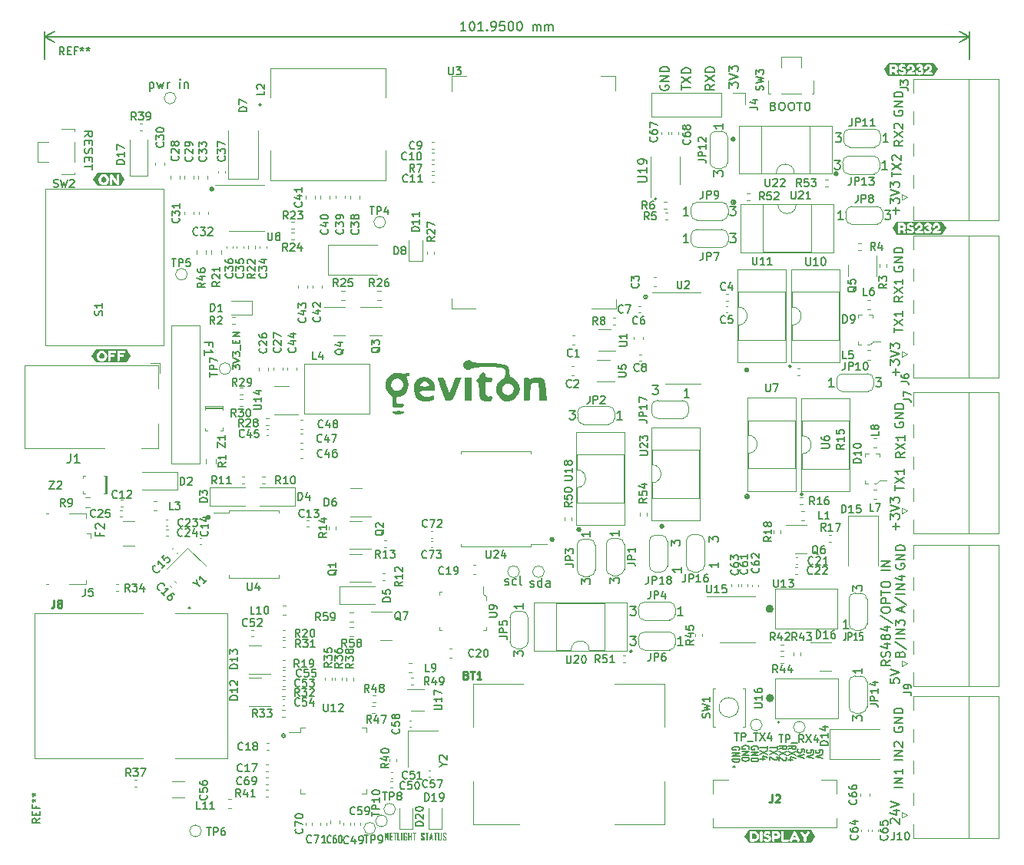
<source format=gbr>
G04 #@! TF.GenerationSoftware,KiCad,Pcbnew,7.0.2*
G04 #@! TF.CreationDate,2023-07-29T12:14:19+03:00*
G04 #@! TF.ProjectId,ELIESTER_V2,454c4945-5354-4455-925f-56322e6b6963,rev?*
G04 #@! TF.SameCoordinates,Original*
G04 #@! TF.FileFunction,Legend,Top*
G04 #@! TF.FilePolarity,Positive*
%FSLAX46Y46*%
G04 Gerber Fmt 4.6, Leading zero omitted, Abs format (unit mm)*
G04 Created by KiCad (PCBNEW 7.0.2) date 2023-07-29 12:14:19*
%MOMM*%
%LPD*%
G01*
G04 APERTURE LIST*
%ADD10C,0.150000*%
%ADD11C,0.200000*%
%ADD12C,0.212500*%
%ADD13C,0.120000*%
%ADD14C,0.100000*%
%ADD15C,0.500000*%
G04 APERTURE END LIST*
D10*
X181402095Y-88685714D02*
X181402095Y-88190476D01*
X181402095Y-88190476D02*
X181706857Y-88457142D01*
X181706857Y-88457142D02*
X181706857Y-88342857D01*
X181706857Y-88342857D02*
X181744952Y-88266666D01*
X181744952Y-88266666D02*
X181783047Y-88228571D01*
X181783047Y-88228571D02*
X181859238Y-88190476D01*
X181859238Y-88190476D02*
X182049714Y-88190476D01*
X182049714Y-88190476D02*
X182125904Y-88228571D01*
X182125904Y-88228571D02*
X182164000Y-88266666D01*
X182164000Y-88266666D02*
X182202095Y-88342857D01*
X182202095Y-88342857D02*
X182202095Y-88571428D01*
X182202095Y-88571428D02*
X182164000Y-88647619D01*
X182164000Y-88647619D02*
X182125904Y-88685714D01*
X181402095Y-87961904D02*
X182202095Y-87695237D01*
X182202095Y-87695237D02*
X181402095Y-87428571D01*
X181402095Y-87238095D02*
X181402095Y-86742857D01*
X181402095Y-86742857D02*
X181706857Y-87009523D01*
X181706857Y-87009523D02*
X181706857Y-86895238D01*
X181706857Y-86895238D02*
X181744952Y-86819047D01*
X181744952Y-86819047D02*
X181783047Y-86780952D01*
X181783047Y-86780952D02*
X181859238Y-86742857D01*
X181859238Y-86742857D02*
X182049714Y-86742857D01*
X182049714Y-86742857D02*
X182125904Y-86780952D01*
X182125904Y-86780952D02*
X182164000Y-86819047D01*
X182164000Y-86819047D02*
X182202095Y-86895238D01*
X182202095Y-86895238D02*
X182202095Y-87123809D01*
X182202095Y-87123809D02*
X182164000Y-87200000D01*
X182164000Y-87200000D02*
X182125904Y-87238095D01*
X182278285Y-86590476D02*
X182278285Y-85980952D01*
X181783047Y-85790475D02*
X181783047Y-85523809D01*
X182202095Y-85409523D02*
X182202095Y-85790475D01*
X182202095Y-85790475D02*
X181402095Y-85790475D01*
X181402095Y-85790475D02*
X181402095Y-85409523D01*
X182202095Y-85066665D02*
X181402095Y-85066665D01*
X181402095Y-85066665D02*
X182202095Y-84609522D01*
X182202095Y-84609522D02*
X181402095Y-84609522D01*
X241650000Y-127600000D02*
G75*
G03*
X241650000Y-127600000I-100000J0D01*
G01*
X219750000Y-106350000D02*
G75*
G03*
X219750000Y-106350000I-200000J0D01*
G01*
X238350000Y-102700000D02*
G75*
G03*
X238350000Y-102700000I-250000J0D01*
G01*
X242850000Y-88350000D02*
G75*
G03*
X242850000Y-88350000I-50000J0D01*
G01*
X228100000Y-69900000D02*
G75*
G03*
X228100000Y-69900000I-100000J0D01*
G01*
X179300000Y-68800000D02*
G75*
G03*
X179300000Y-68800000I-200000J0D01*
G01*
X236750000Y-63300000D02*
G75*
G03*
X236750000Y-63300000I-200000J0D01*
G01*
X178700001Y-105000000D02*
G75*
G03*
X178700001Y-105000000I-1J0D01*
G01*
X244150000Y-102450000D02*
G75*
G03*
X244150000Y-102450000I-50000J0D01*
G01*
X216700000Y-107450000D02*
G75*
G03*
X216700000Y-107450000I-100000J0D01*
G01*
X228811803Y-106000000D02*
G75*
G03*
X228811803Y-106000000I-111803J0D01*
G01*
X248100000Y-67100000D02*
G75*
G03*
X248100000Y-67100000I-200000J0D01*
G01*
X219661803Y-106350000D02*
G75*
G03*
X219661803Y-106350000I-111803J0D01*
G01*
X236850000Y-70250000D02*
G75*
G03*
X236850000Y-70250000I-250000J0D01*
G01*
X244250000Y-102450000D02*
G75*
G03*
X244250000Y-102450000I-150000J0D01*
G01*
X225450000Y-119800000D02*
G75*
G03*
X225450000Y-119800000I-150000J0D01*
G01*
X178900000Y-105000000D02*
G75*
G03*
X178900000Y-105000000I-200000J0D01*
G01*
X216800000Y-107450000D02*
G75*
G03*
X216800000Y-107450000I-200000J0D01*
G01*
X238250000Y-88750000D02*
G75*
G03*
X238250000Y-88750000I-200000J0D01*
G01*
X226900001Y-80700000D02*
G75*
G03*
X226900001Y-80700000I-1J0D01*
G01*
X187200000Y-129100000D02*
G75*
G03*
X187200000Y-129100000I-200000J0D01*
G01*
X238150000Y-88750000D02*
G75*
G03*
X238150000Y-88750000I-100000J0D01*
G01*
X225300001Y-119800000D02*
G75*
G03*
X225300001Y-119800000I-1J0D01*
G01*
X238200000Y-102700000D02*
G75*
G03*
X238200000Y-102700000I-100000J0D01*
G01*
X187000001Y-129100000D02*
G75*
G03*
X187000001Y-129100000I-1J0D01*
G01*
X236650000Y-63300000D02*
G75*
G03*
X236650000Y-63300000I-100000J0D01*
G01*
X242950000Y-88350000D02*
G75*
G03*
X242950000Y-88350000I-150000J0D01*
G01*
X184500000Y-59500000D02*
G75*
G03*
X184500000Y-59500000I-100000J0D01*
G01*
X236700000Y-70250000D02*
G75*
G03*
X236700000Y-70250000I-100000J0D01*
G01*
X227100000Y-80700000D02*
G75*
G03*
X227100000Y-80700000I-200000J0D01*
G01*
X179200000Y-68800000D02*
G75*
G03*
X179200000Y-68800000I-100000J0D01*
G01*
X228900000Y-106000000D02*
G75*
G03*
X228900000Y-106000000I-200000J0D01*
G01*
X248000000Y-67100000D02*
G75*
G03*
X248000000Y-67100000I-100000J0D01*
G01*
X254412619Y-102038094D02*
X254412619Y-101466666D01*
X255412619Y-101752380D02*
X254412619Y-101752380D01*
X254412619Y-101228570D02*
X255412619Y-100561904D01*
X254412619Y-100561904D02*
X255412619Y-101228570D01*
X255412619Y-99657142D02*
X255412619Y-100228570D01*
X255412619Y-99942856D02*
X254412619Y-99942856D01*
X254412619Y-99942856D02*
X254555476Y-100038094D01*
X254555476Y-100038094D02*
X254650714Y-100133332D01*
X254650714Y-100133332D02*
X254698333Y-100228570D01*
X239291809Y-130604762D02*
X239329904Y-130542857D01*
X239329904Y-130542857D02*
X239329904Y-130450000D01*
X239329904Y-130450000D02*
X239291809Y-130357143D01*
X239291809Y-130357143D02*
X239215619Y-130295238D01*
X239215619Y-130295238D02*
X239139428Y-130264285D01*
X239139428Y-130264285D02*
X238987047Y-130233333D01*
X238987047Y-130233333D02*
X238872761Y-130233333D01*
X238872761Y-130233333D02*
X238720380Y-130264285D01*
X238720380Y-130264285D02*
X238644190Y-130295238D01*
X238644190Y-130295238D02*
X238568000Y-130357143D01*
X238568000Y-130357143D02*
X238529904Y-130450000D01*
X238529904Y-130450000D02*
X238529904Y-130511904D01*
X238529904Y-130511904D02*
X238568000Y-130604762D01*
X238568000Y-130604762D02*
X238606095Y-130635714D01*
X238606095Y-130635714D02*
X238872761Y-130635714D01*
X238872761Y-130635714D02*
X238872761Y-130511904D01*
X238529904Y-130914285D02*
X239329904Y-130914285D01*
X239329904Y-130914285D02*
X238529904Y-131285714D01*
X238529904Y-131285714D02*
X239329904Y-131285714D01*
X238529904Y-131595237D02*
X239329904Y-131595237D01*
X239329904Y-131595237D02*
X239329904Y-131749999D01*
X239329904Y-131749999D02*
X239291809Y-131842856D01*
X239291809Y-131842856D02*
X239215619Y-131904761D01*
X239215619Y-131904761D02*
X239139428Y-131935714D01*
X239139428Y-131935714D02*
X238987047Y-131966666D01*
X238987047Y-131966666D02*
X238872761Y-131966666D01*
X238872761Y-131966666D02*
X238720380Y-131935714D01*
X238720380Y-131935714D02*
X238644190Y-131904761D01*
X238644190Y-131904761D02*
X238568000Y-131842856D01*
X238568000Y-131842856D02*
X238529904Y-131749999D01*
X238529904Y-131749999D02*
X238529904Y-131595237D01*
X253957857Y-138790475D02*
X253910238Y-138742856D01*
X253910238Y-138742856D02*
X253862619Y-138647618D01*
X253862619Y-138647618D02*
X253862619Y-138409523D01*
X253862619Y-138409523D02*
X253910238Y-138314285D01*
X253910238Y-138314285D02*
X253957857Y-138266666D01*
X253957857Y-138266666D02*
X254053095Y-138219047D01*
X254053095Y-138219047D02*
X254148333Y-138219047D01*
X254148333Y-138219047D02*
X254291190Y-138266666D01*
X254291190Y-138266666D02*
X254862619Y-138838094D01*
X254862619Y-138838094D02*
X254862619Y-138219047D01*
X254195952Y-137361904D02*
X254862619Y-137361904D01*
X253815000Y-137599999D02*
X254529285Y-137838094D01*
X254529285Y-137838094D02*
X254529285Y-137219047D01*
X253862619Y-136980951D02*
X254862619Y-136647618D01*
X254862619Y-136647618D02*
X253862619Y-136314285D01*
X254062619Y-67438094D02*
X254062619Y-66866666D01*
X255062619Y-67152380D02*
X254062619Y-67152380D01*
X254062619Y-66628570D02*
X255062619Y-65961904D01*
X254062619Y-65961904D02*
X255062619Y-66628570D01*
X254157857Y-65628570D02*
X254110238Y-65580951D01*
X254110238Y-65580951D02*
X254062619Y-65485713D01*
X254062619Y-65485713D02*
X254062619Y-65247618D01*
X254062619Y-65247618D02*
X254110238Y-65152380D01*
X254110238Y-65152380D02*
X254157857Y-65104761D01*
X254157857Y-65104761D02*
X254253095Y-65057142D01*
X254253095Y-65057142D02*
X254348333Y-65057142D01*
X254348333Y-65057142D02*
X254491190Y-65104761D01*
X254491190Y-65104761D02*
X255062619Y-65676189D01*
X255062619Y-65676189D02*
X255062619Y-65057142D01*
X236092619Y-57638094D02*
X236092619Y-57019047D01*
X236092619Y-57019047D02*
X236473571Y-57352380D01*
X236473571Y-57352380D02*
X236473571Y-57209523D01*
X236473571Y-57209523D02*
X236521190Y-57114285D01*
X236521190Y-57114285D02*
X236568809Y-57066666D01*
X236568809Y-57066666D02*
X236664047Y-57019047D01*
X236664047Y-57019047D02*
X236902142Y-57019047D01*
X236902142Y-57019047D02*
X236997380Y-57066666D01*
X236997380Y-57066666D02*
X237045000Y-57114285D01*
X237045000Y-57114285D02*
X237092619Y-57209523D01*
X237092619Y-57209523D02*
X237092619Y-57495237D01*
X237092619Y-57495237D02*
X237045000Y-57590475D01*
X237045000Y-57590475D02*
X236997380Y-57638094D01*
X236092619Y-56733332D02*
X237092619Y-56399999D01*
X237092619Y-56399999D02*
X236092619Y-56066666D01*
X236092619Y-55828570D02*
X236092619Y-55209523D01*
X236092619Y-55209523D02*
X236473571Y-55542856D01*
X236473571Y-55542856D02*
X236473571Y-55399999D01*
X236473571Y-55399999D02*
X236521190Y-55304761D01*
X236521190Y-55304761D02*
X236568809Y-55257142D01*
X236568809Y-55257142D02*
X236664047Y-55209523D01*
X236664047Y-55209523D02*
X236902142Y-55209523D01*
X236902142Y-55209523D02*
X236997380Y-55257142D01*
X236997380Y-55257142D02*
X237045000Y-55304761D01*
X237045000Y-55304761D02*
X237092619Y-55399999D01*
X237092619Y-55399999D02*
X237092619Y-55685713D01*
X237092619Y-55685713D02*
X237045000Y-55780951D01*
X237045000Y-55780951D02*
X236997380Y-55828570D01*
X230892619Y-57861904D02*
X230892619Y-57290476D01*
X231892619Y-57576190D02*
X230892619Y-57576190D01*
X230892619Y-57052380D02*
X231892619Y-56385714D01*
X230892619Y-56385714D02*
X231892619Y-57052380D01*
X231892619Y-56004761D02*
X230892619Y-56004761D01*
X230892619Y-56004761D02*
X230892619Y-55766666D01*
X230892619Y-55766666D02*
X230940238Y-55623809D01*
X230940238Y-55623809D02*
X231035476Y-55528571D01*
X231035476Y-55528571D02*
X231130714Y-55480952D01*
X231130714Y-55480952D02*
X231321190Y-55433333D01*
X231321190Y-55433333D02*
X231464047Y-55433333D01*
X231464047Y-55433333D02*
X231654523Y-55480952D01*
X231654523Y-55480952D02*
X231749761Y-55528571D01*
X231749761Y-55528571D02*
X231845000Y-55623809D01*
X231845000Y-55623809D02*
X231892619Y-55766666D01*
X231892619Y-55766666D02*
X231892619Y-56004761D01*
X255176904Y-115399999D02*
X255176904Y-114923809D01*
X255462619Y-115495237D02*
X254462619Y-115161904D01*
X254462619Y-115161904D02*
X255462619Y-114828571D01*
X254415000Y-113780952D02*
X255700714Y-114638094D01*
X255462619Y-113447618D02*
X254462619Y-113447618D01*
X255462619Y-112971428D02*
X254462619Y-112971428D01*
X254462619Y-112971428D02*
X255462619Y-112400000D01*
X255462619Y-112400000D02*
X254462619Y-112400000D01*
X254795952Y-111495238D02*
X255462619Y-111495238D01*
X254415000Y-111733333D02*
X255129285Y-111971428D01*
X255129285Y-111971428D02*
X255129285Y-111352381D01*
X255462619Y-97842857D02*
X254986428Y-98176190D01*
X255462619Y-98414285D02*
X254462619Y-98414285D01*
X254462619Y-98414285D02*
X254462619Y-98033333D01*
X254462619Y-98033333D02*
X254510238Y-97938095D01*
X254510238Y-97938095D02*
X254557857Y-97890476D01*
X254557857Y-97890476D02*
X254653095Y-97842857D01*
X254653095Y-97842857D02*
X254795952Y-97842857D01*
X254795952Y-97842857D02*
X254891190Y-97890476D01*
X254891190Y-97890476D02*
X254938809Y-97938095D01*
X254938809Y-97938095D02*
X254986428Y-98033333D01*
X254986428Y-98033333D02*
X254986428Y-98414285D01*
X254462619Y-97509523D02*
X255462619Y-96842857D01*
X254462619Y-96842857D02*
X255462619Y-97509523D01*
X255462619Y-95938095D02*
X255462619Y-96509523D01*
X255462619Y-96223809D02*
X254462619Y-96223809D01*
X254462619Y-96223809D02*
X254605476Y-96319047D01*
X254605476Y-96319047D02*
X254700714Y-96414285D01*
X254700714Y-96414285D02*
X254748333Y-96509523D01*
X255262619Y-131799999D02*
X254262619Y-131799999D01*
X255262619Y-131323809D02*
X254262619Y-131323809D01*
X254262619Y-131323809D02*
X255262619Y-130752381D01*
X255262619Y-130752381D02*
X254262619Y-130752381D01*
X254357857Y-130323809D02*
X254310238Y-130276190D01*
X254310238Y-130276190D02*
X254262619Y-130180952D01*
X254262619Y-130180952D02*
X254262619Y-129942857D01*
X254262619Y-129942857D02*
X254310238Y-129847619D01*
X254310238Y-129847619D02*
X254357857Y-129800000D01*
X254357857Y-129800000D02*
X254453095Y-129752381D01*
X254453095Y-129752381D02*
X254548333Y-129752381D01*
X254548333Y-129752381D02*
X254691190Y-129800000D01*
X254691190Y-129800000D02*
X255262619Y-130371428D01*
X255262619Y-130371428D02*
X255262619Y-129752381D01*
X241429904Y-130235237D02*
X241429904Y-130606666D01*
X240629904Y-130420952D02*
X241429904Y-130420952D01*
X241429904Y-130761428D02*
X240629904Y-131194761D01*
X241429904Y-131194761D02*
X240629904Y-130761428D01*
X241353714Y-131411428D02*
X241391809Y-131442380D01*
X241391809Y-131442380D02*
X241429904Y-131504285D01*
X241429904Y-131504285D02*
X241429904Y-131659047D01*
X241429904Y-131659047D02*
X241391809Y-131720952D01*
X241391809Y-131720952D02*
X241353714Y-131751904D01*
X241353714Y-131751904D02*
X241277523Y-131782857D01*
X241277523Y-131782857D02*
X241201333Y-131782857D01*
X241201333Y-131782857D02*
X241087047Y-131751904D01*
X241087047Y-131751904D02*
X240629904Y-131380476D01*
X240629904Y-131380476D02*
X240629904Y-131782857D01*
X255262619Y-63442857D02*
X254786428Y-63776190D01*
X255262619Y-64014285D02*
X254262619Y-64014285D01*
X254262619Y-64014285D02*
X254262619Y-63633333D01*
X254262619Y-63633333D02*
X254310238Y-63538095D01*
X254310238Y-63538095D02*
X254357857Y-63490476D01*
X254357857Y-63490476D02*
X254453095Y-63442857D01*
X254453095Y-63442857D02*
X254595952Y-63442857D01*
X254595952Y-63442857D02*
X254691190Y-63490476D01*
X254691190Y-63490476D02*
X254738809Y-63538095D01*
X254738809Y-63538095D02*
X254786428Y-63633333D01*
X254786428Y-63633333D02*
X254786428Y-64014285D01*
X254262619Y-63109523D02*
X255262619Y-62442857D01*
X254262619Y-62442857D02*
X255262619Y-63109523D01*
X254357857Y-62109523D02*
X254310238Y-62061904D01*
X254310238Y-62061904D02*
X254262619Y-61966666D01*
X254262619Y-61966666D02*
X254262619Y-61728571D01*
X254262619Y-61728571D02*
X254310238Y-61633333D01*
X254310238Y-61633333D02*
X254357857Y-61585714D01*
X254357857Y-61585714D02*
X254453095Y-61538095D01*
X254453095Y-61538095D02*
X254548333Y-61538095D01*
X254548333Y-61538095D02*
X254691190Y-61585714D01*
X254691190Y-61585714D02*
X255262619Y-62157142D01*
X255262619Y-62157142D02*
X255262619Y-61538095D01*
X245429904Y-130976190D02*
X245429904Y-130666666D01*
X245429904Y-130666666D02*
X245048952Y-130635714D01*
X245048952Y-130635714D02*
X245087047Y-130666666D01*
X245087047Y-130666666D02*
X245125142Y-130728571D01*
X245125142Y-130728571D02*
X245125142Y-130883333D01*
X245125142Y-130883333D02*
X245087047Y-130945238D01*
X245087047Y-130945238D02*
X245048952Y-130976190D01*
X245048952Y-130976190D02*
X244972761Y-131007143D01*
X244972761Y-131007143D02*
X244782285Y-131007143D01*
X244782285Y-131007143D02*
X244706095Y-130976190D01*
X244706095Y-130976190D02*
X244668000Y-130945238D01*
X244668000Y-130945238D02*
X244629904Y-130883333D01*
X244629904Y-130883333D02*
X244629904Y-130728571D01*
X244629904Y-130728571D02*
X244668000Y-130666666D01*
X244668000Y-130666666D02*
X244706095Y-130635714D01*
X245429904Y-131192857D02*
X244629904Y-131409524D01*
X244629904Y-131409524D02*
X245429904Y-131626191D01*
D11*
G36*
X198587508Y-140664000D02*
G01*
X198474766Y-140664000D01*
X198268625Y-140120999D01*
X198270594Y-140130649D01*
X198272301Y-140139769D01*
X198273745Y-140148357D01*
X198274926Y-140156414D01*
X198276034Y-140165738D01*
X198276731Y-140174232D01*
X198277027Y-140183330D01*
X198277027Y-140664000D01*
X198151584Y-140664000D01*
X198151584Y-139801138D01*
X198264326Y-139801138D01*
X198470467Y-140333197D01*
X198468498Y-140323546D01*
X198466791Y-140314427D01*
X198465347Y-140305839D01*
X198464166Y-140297782D01*
X198463058Y-140288458D01*
X198462360Y-140279963D01*
X198462065Y-140270866D01*
X198462065Y-139801138D01*
X198587508Y-139801138D01*
X198587508Y-140664000D01*
G37*
G36*
X199044535Y-140664000D02*
G01*
X198687745Y-140664000D01*
X198687745Y-139801138D01*
X199041214Y-139801138D01*
X199041214Y-139926191D01*
X198816510Y-139926191D01*
X198816510Y-140163790D01*
X199009951Y-140163790D01*
X199009951Y-140288842D01*
X198816510Y-140288842D01*
X198816510Y-140538947D01*
X199044535Y-140538947D01*
X199044535Y-140664000D01*
G37*
G36*
X199503907Y-139926191D02*
G01*
X199362051Y-139926191D01*
X199362051Y-140664000D01*
X199234068Y-140664000D01*
X199234068Y-139926191D01*
X199092212Y-139926191D01*
X199092212Y-139801138D01*
X199503907Y-139801138D01*
X199503907Y-139926191D01*
G37*
G36*
X199905052Y-140664000D02*
G01*
X199567020Y-140664000D01*
X199567020Y-139801138D01*
X199695785Y-139801138D01*
X199695785Y-140538947D01*
X199905052Y-140538947D01*
X199905052Y-140664000D01*
G37*
G36*
X200109825Y-140664000D02*
G01*
X199981256Y-140664000D01*
X199981256Y-139801138D01*
X200109825Y-139801138D01*
X200109825Y-140664000D01*
G37*
G36*
X200638757Y-140595807D02*
G01*
X200638451Y-140604065D01*
X200636840Y-140615452D01*
X200633848Y-140625641D01*
X200629476Y-140634631D01*
X200623723Y-140642423D01*
X200616589Y-140649016D01*
X200608074Y-140654410D01*
X200598179Y-140658605D01*
X200586903Y-140661602D01*
X200578619Y-140662934D01*
X200569721Y-140663733D01*
X200560209Y-140664000D01*
X200289783Y-140664000D01*
X200280532Y-140663733D01*
X200271877Y-140662934D01*
X200263819Y-140661602D01*
X200252852Y-140658605D01*
X200243227Y-140654410D01*
X200234946Y-140649016D01*
X200228007Y-140642423D01*
X200222412Y-140634631D01*
X200218159Y-140625641D01*
X200215249Y-140615452D01*
X200213682Y-140604065D01*
X200213384Y-140595807D01*
X200213384Y-139869331D01*
X200213689Y-139861073D01*
X200215292Y-139849686D01*
X200218269Y-139839497D01*
X200222619Y-139830506D01*
X200228344Y-139822715D01*
X200235442Y-139816122D01*
X200243914Y-139810728D01*
X200253760Y-139806533D01*
X200264980Y-139803536D01*
X200273224Y-139802204D01*
X200282077Y-139801405D01*
X200291542Y-139801138D01*
X200560209Y-139801138D01*
X200569721Y-139801405D01*
X200578619Y-139802204D01*
X200586903Y-139803536D01*
X200594574Y-139805400D01*
X200604929Y-139809196D01*
X200613904Y-139814191D01*
X200621498Y-139820384D01*
X200627711Y-139827776D01*
X200632544Y-139836367D01*
X200635996Y-139846156D01*
X200638067Y-139857144D01*
X200638681Y-139865136D01*
X200638757Y-139869331D01*
X200638757Y-140063748D01*
X200509602Y-140063748D01*
X200509602Y-139926191D01*
X200342149Y-139926191D01*
X200342149Y-140538947D01*
X200509602Y-140538947D01*
X200509602Y-140326358D01*
X200414054Y-140326358D01*
X200414054Y-140201306D01*
X200638757Y-140201306D01*
X200638757Y-140595807D01*
G37*
G36*
X201171207Y-140664000D02*
G01*
X201041465Y-140664000D01*
X201041465Y-140276337D01*
X200867369Y-140276337D01*
X200867369Y-140664000D01*
X200738604Y-140664000D01*
X200738604Y-139801138D01*
X200867369Y-139801138D01*
X200867369Y-140151285D01*
X201041465Y-140151285D01*
X201041465Y-139801138D01*
X201171207Y-139801138D01*
X201171207Y-140664000D01*
G37*
G36*
X201643866Y-139926191D02*
G01*
X201502009Y-139926191D01*
X201502009Y-140664000D01*
X201374026Y-140664000D01*
X201374026Y-139926191D01*
X201232170Y-139926191D01*
X201232170Y-139801138D01*
X201643866Y-139801138D01*
X201643866Y-139926191D01*
G37*
D10*
X240329904Y-130195237D02*
X240329904Y-130566666D01*
X239529904Y-130380952D02*
X240329904Y-130380952D01*
X240329904Y-130721428D02*
X239529904Y-131154761D01*
X240329904Y-131154761D02*
X239529904Y-130721428D01*
X240063238Y-131680952D02*
X239529904Y-131680952D01*
X240368000Y-131526190D02*
X239796571Y-131371428D01*
X239796571Y-131371428D02*
X239796571Y-131773809D01*
X255262619Y-134799999D02*
X254262619Y-134799999D01*
X255262619Y-134323809D02*
X254262619Y-134323809D01*
X254262619Y-134323809D02*
X255262619Y-133752381D01*
X255262619Y-133752381D02*
X254262619Y-133752381D01*
X255262619Y-132752381D02*
X255262619Y-133323809D01*
X255262619Y-133038095D02*
X254262619Y-133038095D01*
X254262619Y-133038095D02*
X254405476Y-133133333D01*
X254405476Y-133133333D02*
X254500714Y-133228571D01*
X254500714Y-133228571D02*
X254548333Y-133323809D01*
X246429904Y-130976190D02*
X246429904Y-130666666D01*
X246429904Y-130666666D02*
X246048952Y-130635714D01*
X246048952Y-130635714D02*
X246087047Y-130666666D01*
X246087047Y-130666666D02*
X246125142Y-130728571D01*
X246125142Y-130728571D02*
X246125142Y-130883333D01*
X246125142Y-130883333D02*
X246087047Y-130945238D01*
X246087047Y-130945238D02*
X246048952Y-130976190D01*
X246048952Y-130976190D02*
X245972761Y-131007143D01*
X245972761Y-131007143D02*
X245782285Y-131007143D01*
X245782285Y-131007143D02*
X245706095Y-130976190D01*
X245706095Y-130976190D02*
X245668000Y-130945238D01*
X245668000Y-130945238D02*
X245629904Y-130883333D01*
X245629904Y-130883333D02*
X245629904Y-130728571D01*
X245629904Y-130728571D02*
X245668000Y-130666666D01*
X245668000Y-130666666D02*
X245706095Y-130635714D01*
X246429904Y-131192857D02*
X245629904Y-131409524D01*
X245629904Y-131409524D02*
X246429904Y-131626191D01*
X254481666Y-89361904D02*
X254481666Y-88600000D01*
X254862619Y-88980952D02*
X254100714Y-88980952D01*
X253862619Y-88219047D02*
X253862619Y-87600000D01*
X253862619Y-87600000D02*
X254243571Y-87933333D01*
X254243571Y-87933333D02*
X254243571Y-87790476D01*
X254243571Y-87790476D02*
X254291190Y-87695238D01*
X254291190Y-87695238D02*
X254338809Y-87647619D01*
X254338809Y-87647619D02*
X254434047Y-87600000D01*
X254434047Y-87600000D02*
X254672142Y-87600000D01*
X254672142Y-87600000D02*
X254767380Y-87647619D01*
X254767380Y-87647619D02*
X254815000Y-87695238D01*
X254815000Y-87695238D02*
X254862619Y-87790476D01*
X254862619Y-87790476D02*
X254862619Y-88076190D01*
X254862619Y-88076190D02*
X254815000Y-88171428D01*
X254815000Y-88171428D02*
X254767380Y-88219047D01*
X253862619Y-87314285D02*
X254862619Y-86980952D01*
X254862619Y-86980952D02*
X253862619Y-86647619D01*
X253862619Y-86409523D02*
X253862619Y-85790476D01*
X253862619Y-85790476D02*
X254243571Y-86123809D01*
X254243571Y-86123809D02*
X254243571Y-85980952D01*
X254243571Y-85980952D02*
X254291190Y-85885714D01*
X254291190Y-85885714D02*
X254338809Y-85838095D01*
X254338809Y-85838095D02*
X254434047Y-85790476D01*
X254434047Y-85790476D02*
X254672142Y-85790476D01*
X254672142Y-85790476D02*
X254767380Y-85838095D01*
X254767380Y-85838095D02*
X254815000Y-85885714D01*
X254815000Y-85885714D02*
X254862619Y-85980952D01*
X254862619Y-85980952D02*
X254862619Y-86266666D01*
X254862619Y-86266666D02*
X254815000Y-86361904D01*
X254815000Y-86361904D02*
X254767380Y-86409523D01*
X253862619Y-122790476D02*
X253862619Y-123266666D01*
X253862619Y-123266666D02*
X254338809Y-123314285D01*
X254338809Y-123314285D02*
X254291190Y-123266666D01*
X254291190Y-123266666D02*
X254243571Y-123171428D01*
X254243571Y-123171428D02*
X254243571Y-122933333D01*
X254243571Y-122933333D02*
X254291190Y-122838095D01*
X254291190Y-122838095D02*
X254338809Y-122790476D01*
X254338809Y-122790476D02*
X254434047Y-122742857D01*
X254434047Y-122742857D02*
X254672142Y-122742857D01*
X254672142Y-122742857D02*
X254767380Y-122790476D01*
X254767380Y-122790476D02*
X254815000Y-122838095D01*
X254815000Y-122838095D02*
X254862619Y-122933333D01*
X254862619Y-122933333D02*
X254862619Y-123171428D01*
X254862619Y-123171428D02*
X254815000Y-123266666D01*
X254815000Y-123266666D02*
X254767380Y-123314285D01*
X253862619Y-122457142D02*
X254862619Y-122123809D01*
X254862619Y-122123809D02*
X253862619Y-121790476D01*
X228540238Y-57361904D02*
X228492619Y-57457142D01*
X228492619Y-57457142D02*
X228492619Y-57599999D01*
X228492619Y-57599999D02*
X228540238Y-57742856D01*
X228540238Y-57742856D02*
X228635476Y-57838094D01*
X228635476Y-57838094D02*
X228730714Y-57885713D01*
X228730714Y-57885713D02*
X228921190Y-57933332D01*
X228921190Y-57933332D02*
X229064047Y-57933332D01*
X229064047Y-57933332D02*
X229254523Y-57885713D01*
X229254523Y-57885713D02*
X229349761Y-57838094D01*
X229349761Y-57838094D02*
X229445000Y-57742856D01*
X229445000Y-57742856D02*
X229492619Y-57599999D01*
X229492619Y-57599999D02*
X229492619Y-57504761D01*
X229492619Y-57504761D02*
X229445000Y-57361904D01*
X229445000Y-57361904D02*
X229397380Y-57314285D01*
X229397380Y-57314285D02*
X229064047Y-57314285D01*
X229064047Y-57314285D02*
X229064047Y-57504761D01*
X229492619Y-56885713D02*
X228492619Y-56885713D01*
X228492619Y-56885713D02*
X229492619Y-56314285D01*
X229492619Y-56314285D02*
X228492619Y-56314285D01*
X229492619Y-55838094D02*
X228492619Y-55838094D01*
X228492619Y-55838094D02*
X228492619Y-55599999D01*
X228492619Y-55599999D02*
X228540238Y-55457142D01*
X228540238Y-55457142D02*
X228635476Y-55361904D01*
X228635476Y-55361904D02*
X228730714Y-55314285D01*
X228730714Y-55314285D02*
X228921190Y-55266666D01*
X228921190Y-55266666D02*
X229064047Y-55266666D01*
X229064047Y-55266666D02*
X229254523Y-55314285D01*
X229254523Y-55314285D02*
X229349761Y-55361904D01*
X229349761Y-55361904D02*
X229445000Y-55457142D01*
X229445000Y-55457142D02*
X229492619Y-55599999D01*
X229492619Y-55599999D02*
X229492619Y-55838094D01*
X211390476Y-112430000D02*
X211485714Y-112477619D01*
X211485714Y-112477619D02*
X211676190Y-112477619D01*
X211676190Y-112477619D02*
X211771428Y-112430000D01*
X211771428Y-112430000D02*
X211819047Y-112334761D01*
X211819047Y-112334761D02*
X211819047Y-112287142D01*
X211819047Y-112287142D02*
X211771428Y-112191904D01*
X211771428Y-112191904D02*
X211676190Y-112144285D01*
X211676190Y-112144285D02*
X211533333Y-112144285D01*
X211533333Y-112144285D02*
X211438095Y-112096666D01*
X211438095Y-112096666D02*
X211390476Y-112001428D01*
X211390476Y-112001428D02*
X211390476Y-111953809D01*
X211390476Y-111953809D02*
X211438095Y-111858571D01*
X211438095Y-111858571D02*
X211533333Y-111810952D01*
X211533333Y-111810952D02*
X211676190Y-111810952D01*
X211676190Y-111810952D02*
X211771428Y-111858571D01*
X212676190Y-112430000D02*
X212580952Y-112477619D01*
X212580952Y-112477619D02*
X212390476Y-112477619D01*
X212390476Y-112477619D02*
X212295238Y-112430000D01*
X212295238Y-112430000D02*
X212247619Y-112382380D01*
X212247619Y-112382380D02*
X212200000Y-112287142D01*
X212200000Y-112287142D02*
X212200000Y-112001428D01*
X212200000Y-112001428D02*
X212247619Y-111906190D01*
X212247619Y-111906190D02*
X212295238Y-111858571D01*
X212295238Y-111858571D02*
X212390476Y-111810952D01*
X212390476Y-111810952D02*
X212580952Y-111810952D01*
X212580952Y-111810952D02*
X212676190Y-111858571D01*
X213247619Y-112477619D02*
X213152381Y-112430000D01*
X213152381Y-112430000D02*
X213104762Y-112334761D01*
X213104762Y-112334761D02*
X213104762Y-111477619D01*
X238291809Y-130554762D02*
X238329904Y-130492857D01*
X238329904Y-130492857D02*
X238329904Y-130400000D01*
X238329904Y-130400000D02*
X238291809Y-130307143D01*
X238291809Y-130307143D02*
X238215619Y-130245238D01*
X238215619Y-130245238D02*
X238139428Y-130214285D01*
X238139428Y-130214285D02*
X237987047Y-130183333D01*
X237987047Y-130183333D02*
X237872761Y-130183333D01*
X237872761Y-130183333D02*
X237720380Y-130214285D01*
X237720380Y-130214285D02*
X237644190Y-130245238D01*
X237644190Y-130245238D02*
X237568000Y-130307143D01*
X237568000Y-130307143D02*
X237529904Y-130400000D01*
X237529904Y-130400000D02*
X237529904Y-130461904D01*
X237529904Y-130461904D02*
X237568000Y-130554762D01*
X237568000Y-130554762D02*
X237606095Y-130585714D01*
X237606095Y-130585714D02*
X237872761Y-130585714D01*
X237872761Y-130585714D02*
X237872761Y-130461904D01*
X237529904Y-130864285D02*
X238329904Y-130864285D01*
X238329904Y-130864285D02*
X237529904Y-131235714D01*
X237529904Y-131235714D02*
X238329904Y-131235714D01*
X237529904Y-131545237D02*
X238329904Y-131545237D01*
X238329904Y-131545237D02*
X238329904Y-131699999D01*
X238329904Y-131699999D02*
X238291809Y-131792856D01*
X238291809Y-131792856D02*
X238215619Y-131854761D01*
X238215619Y-131854761D02*
X238139428Y-131885714D01*
X238139428Y-131885714D02*
X237987047Y-131916666D01*
X237987047Y-131916666D02*
X237872761Y-131916666D01*
X237872761Y-131916666D02*
X237720380Y-131885714D01*
X237720380Y-131885714D02*
X237644190Y-131854761D01*
X237644190Y-131854761D02*
X237568000Y-131792856D01*
X237568000Y-131792856D02*
X237529904Y-131699999D01*
X237529904Y-131699999D02*
X237529904Y-131545237D01*
X255262619Y-80642857D02*
X254786428Y-80976190D01*
X255262619Y-81214285D02*
X254262619Y-81214285D01*
X254262619Y-81214285D02*
X254262619Y-80833333D01*
X254262619Y-80833333D02*
X254310238Y-80738095D01*
X254310238Y-80738095D02*
X254357857Y-80690476D01*
X254357857Y-80690476D02*
X254453095Y-80642857D01*
X254453095Y-80642857D02*
X254595952Y-80642857D01*
X254595952Y-80642857D02*
X254691190Y-80690476D01*
X254691190Y-80690476D02*
X254738809Y-80738095D01*
X254738809Y-80738095D02*
X254786428Y-80833333D01*
X254786428Y-80833333D02*
X254786428Y-81214285D01*
X254262619Y-80309523D02*
X255262619Y-79642857D01*
X254262619Y-79642857D02*
X255262619Y-80309523D01*
X255262619Y-78738095D02*
X255262619Y-79309523D01*
X255262619Y-79023809D02*
X254262619Y-79023809D01*
X254262619Y-79023809D02*
X254405476Y-79119047D01*
X254405476Y-79119047D02*
X254500714Y-79214285D01*
X254500714Y-79214285D02*
X254548333Y-79309523D01*
X254262619Y-84638094D02*
X254262619Y-84066666D01*
X255262619Y-84352380D02*
X254262619Y-84352380D01*
X254262619Y-83828570D02*
X255262619Y-83161904D01*
X254262619Y-83161904D02*
X255262619Y-83828570D01*
X255262619Y-82257142D02*
X255262619Y-82828570D01*
X255262619Y-82542856D02*
X254262619Y-82542856D01*
X254262619Y-82542856D02*
X254405476Y-82638094D01*
X254405476Y-82638094D02*
X254500714Y-82733332D01*
X254500714Y-82733332D02*
X254548333Y-82828570D01*
X214190476Y-112630000D02*
X214285714Y-112677619D01*
X214285714Y-112677619D02*
X214476190Y-112677619D01*
X214476190Y-112677619D02*
X214571428Y-112630000D01*
X214571428Y-112630000D02*
X214619047Y-112534761D01*
X214619047Y-112534761D02*
X214619047Y-112487142D01*
X214619047Y-112487142D02*
X214571428Y-112391904D01*
X214571428Y-112391904D02*
X214476190Y-112344285D01*
X214476190Y-112344285D02*
X214333333Y-112344285D01*
X214333333Y-112344285D02*
X214238095Y-112296666D01*
X214238095Y-112296666D02*
X214190476Y-112201428D01*
X214190476Y-112201428D02*
X214190476Y-112153809D01*
X214190476Y-112153809D02*
X214238095Y-112058571D01*
X214238095Y-112058571D02*
X214333333Y-112010952D01*
X214333333Y-112010952D02*
X214476190Y-112010952D01*
X214476190Y-112010952D02*
X214571428Y-112058571D01*
X215476190Y-112677619D02*
X215476190Y-111677619D01*
X215476190Y-112630000D02*
X215380952Y-112677619D01*
X215380952Y-112677619D02*
X215190476Y-112677619D01*
X215190476Y-112677619D02*
X215095238Y-112630000D01*
X215095238Y-112630000D02*
X215047619Y-112582380D01*
X215047619Y-112582380D02*
X215000000Y-112487142D01*
X215000000Y-112487142D02*
X215000000Y-112201428D01*
X215000000Y-112201428D02*
X215047619Y-112106190D01*
X215047619Y-112106190D02*
X215095238Y-112058571D01*
X215095238Y-112058571D02*
X215190476Y-112010952D01*
X215190476Y-112010952D02*
X215380952Y-112010952D01*
X215380952Y-112010952D02*
X215476190Y-112058571D01*
X216380952Y-112677619D02*
X216380952Y-112153809D01*
X216380952Y-112153809D02*
X216333333Y-112058571D01*
X216333333Y-112058571D02*
X216238095Y-112010952D01*
X216238095Y-112010952D02*
X216047619Y-112010952D01*
X216047619Y-112010952D02*
X215952381Y-112058571D01*
X216380952Y-112630000D02*
X216285714Y-112677619D01*
X216285714Y-112677619D02*
X216047619Y-112677619D01*
X216047619Y-112677619D02*
X215952381Y-112630000D01*
X215952381Y-112630000D02*
X215904762Y-112534761D01*
X215904762Y-112534761D02*
X215904762Y-112439523D01*
X215904762Y-112439523D02*
X215952381Y-112344285D01*
X215952381Y-112344285D02*
X216047619Y-112296666D01*
X216047619Y-112296666D02*
X216285714Y-112296666D01*
X216285714Y-112296666D02*
X216380952Y-112249047D01*
X237241809Y-130654762D02*
X237279904Y-130592857D01*
X237279904Y-130592857D02*
X237279904Y-130500000D01*
X237279904Y-130500000D02*
X237241809Y-130407143D01*
X237241809Y-130407143D02*
X237165619Y-130345238D01*
X237165619Y-130345238D02*
X237089428Y-130314285D01*
X237089428Y-130314285D02*
X236937047Y-130283333D01*
X236937047Y-130283333D02*
X236822761Y-130283333D01*
X236822761Y-130283333D02*
X236670380Y-130314285D01*
X236670380Y-130314285D02*
X236594190Y-130345238D01*
X236594190Y-130345238D02*
X236518000Y-130407143D01*
X236518000Y-130407143D02*
X236479904Y-130500000D01*
X236479904Y-130500000D02*
X236479904Y-130561904D01*
X236479904Y-130561904D02*
X236518000Y-130654762D01*
X236518000Y-130654762D02*
X236556095Y-130685714D01*
X236556095Y-130685714D02*
X236822761Y-130685714D01*
X236822761Y-130685714D02*
X236822761Y-130561904D01*
X236479904Y-130964285D02*
X237279904Y-130964285D01*
X237279904Y-130964285D02*
X236479904Y-131335714D01*
X236479904Y-131335714D02*
X237279904Y-131335714D01*
X236479904Y-131645237D02*
X237279904Y-131645237D01*
X237279904Y-131645237D02*
X237279904Y-131799999D01*
X237279904Y-131799999D02*
X237241809Y-131892856D01*
X237241809Y-131892856D02*
X237165619Y-131954761D01*
X237165619Y-131954761D02*
X237089428Y-131985714D01*
X237089428Y-131985714D02*
X236937047Y-132016666D01*
X236937047Y-132016666D02*
X236822761Y-132016666D01*
X236822761Y-132016666D02*
X236670380Y-131985714D01*
X236670380Y-131985714D02*
X236594190Y-131954761D01*
X236594190Y-131954761D02*
X236518000Y-131892856D01*
X236518000Y-131892856D02*
X236479904Y-131799999D01*
X236479904Y-131799999D02*
X236479904Y-131645237D01*
X254310238Y-128161904D02*
X254262619Y-128257142D01*
X254262619Y-128257142D02*
X254262619Y-128399999D01*
X254262619Y-128399999D02*
X254310238Y-128542856D01*
X254310238Y-128542856D02*
X254405476Y-128638094D01*
X254405476Y-128638094D02*
X254500714Y-128685713D01*
X254500714Y-128685713D02*
X254691190Y-128733332D01*
X254691190Y-128733332D02*
X254834047Y-128733332D01*
X254834047Y-128733332D02*
X255024523Y-128685713D01*
X255024523Y-128685713D02*
X255119761Y-128638094D01*
X255119761Y-128638094D02*
X255215000Y-128542856D01*
X255215000Y-128542856D02*
X255262619Y-128399999D01*
X255262619Y-128399999D02*
X255262619Y-128304761D01*
X255262619Y-128304761D02*
X255215000Y-128161904D01*
X255215000Y-128161904D02*
X255167380Y-128114285D01*
X255167380Y-128114285D02*
X254834047Y-128114285D01*
X254834047Y-128114285D02*
X254834047Y-128304761D01*
X255262619Y-127685713D02*
X254262619Y-127685713D01*
X254262619Y-127685713D02*
X255262619Y-127114285D01*
X255262619Y-127114285D02*
X254262619Y-127114285D01*
X255262619Y-126638094D02*
X254262619Y-126638094D01*
X254262619Y-126638094D02*
X254262619Y-126399999D01*
X254262619Y-126399999D02*
X254310238Y-126257142D01*
X254310238Y-126257142D02*
X254405476Y-126161904D01*
X254405476Y-126161904D02*
X254500714Y-126114285D01*
X254500714Y-126114285D02*
X254691190Y-126066666D01*
X254691190Y-126066666D02*
X254834047Y-126066666D01*
X254834047Y-126066666D02*
X255024523Y-126114285D01*
X255024523Y-126114285D02*
X255119761Y-126161904D01*
X255119761Y-126161904D02*
X255215000Y-126257142D01*
X255215000Y-126257142D02*
X255262619Y-126399999D01*
X255262619Y-126399999D02*
X255262619Y-126638094D01*
X254938809Y-120090475D02*
X254986428Y-119947618D01*
X254986428Y-119947618D02*
X255034047Y-119899999D01*
X255034047Y-119899999D02*
X255129285Y-119852380D01*
X255129285Y-119852380D02*
X255272142Y-119852380D01*
X255272142Y-119852380D02*
X255367380Y-119899999D01*
X255367380Y-119899999D02*
X255415000Y-119947618D01*
X255415000Y-119947618D02*
X255462619Y-120042856D01*
X255462619Y-120042856D02*
X255462619Y-120423808D01*
X255462619Y-120423808D02*
X254462619Y-120423808D01*
X254462619Y-120423808D02*
X254462619Y-120090475D01*
X254462619Y-120090475D02*
X254510238Y-119995237D01*
X254510238Y-119995237D02*
X254557857Y-119947618D01*
X254557857Y-119947618D02*
X254653095Y-119899999D01*
X254653095Y-119899999D02*
X254748333Y-119899999D01*
X254748333Y-119899999D02*
X254843571Y-119947618D01*
X254843571Y-119947618D02*
X254891190Y-119995237D01*
X254891190Y-119995237D02*
X254938809Y-120090475D01*
X254938809Y-120090475D02*
X254938809Y-120423808D01*
X254415000Y-118709523D02*
X255700714Y-119566665D01*
X255462619Y-118376189D02*
X254462619Y-118376189D01*
X255462619Y-117899999D02*
X254462619Y-117899999D01*
X254462619Y-117899999D02*
X255462619Y-117328571D01*
X255462619Y-117328571D02*
X254462619Y-117328571D01*
X254462619Y-116947618D02*
X254462619Y-116328571D01*
X254462619Y-116328571D02*
X254843571Y-116661904D01*
X254843571Y-116661904D02*
X254843571Y-116519047D01*
X254843571Y-116519047D02*
X254891190Y-116423809D01*
X254891190Y-116423809D02*
X254938809Y-116376190D01*
X254938809Y-116376190D02*
X255034047Y-116328571D01*
X255034047Y-116328571D02*
X255272142Y-116328571D01*
X255272142Y-116328571D02*
X255367380Y-116376190D01*
X255367380Y-116376190D02*
X255415000Y-116423809D01*
X255415000Y-116423809D02*
X255462619Y-116519047D01*
X255462619Y-116519047D02*
X255462619Y-116804761D01*
X255462619Y-116804761D02*
X255415000Y-116899999D01*
X255415000Y-116899999D02*
X255367380Y-116947618D01*
X242629904Y-130582142D02*
X243010857Y-130365475D01*
X242629904Y-130210713D02*
X243429904Y-130210713D01*
X243429904Y-130210713D02*
X243429904Y-130458332D01*
X243429904Y-130458332D02*
X243391809Y-130520237D01*
X243391809Y-130520237D02*
X243353714Y-130551190D01*
X243353714Y-130551190D02*
X243277523Y-130582142D01*
X243277523Y-130582142D02*
X243163238Y-130582142D01*
X243163238Y-130582142D02*
X243087047Y-130551190D01*
X243087047Y-130551190D02*
X243048952Y-130520237D01*
X243048952Y-130520237D02*
X243010857Y-130458332D01*
X243010857Y-130458332D02*
X243010857Y-130210713D01*
X243429904Y-130798809D02*
X242629904Y-131232142D01*
X243429904Y-131232142D02*
X242629904Y-130798809D01*
X243163238Y-131758333D02*
X242629904Y-131758333D01*
X243468000Y-131603571D02*
X242896571Y-131448809D01*
X242896571Y-131448809D02*
X242896571Y-131851190D01*
X254481666Y-71561904D02*
X254481666Y-70800000D01*
X254862619Y-71180952D02*
X254100714Y-71180952D01*
X253862619Y-70419047D02*
X253862619Y-69800000D01*
X253862619Y-69800000D02*
X254243571Y-70133333D01*
X254243571Y-70133333D02*
X254243571Y-69990476D01*
X254243571Y-69990476D02*
X254291190Y-69895238D01*
X254291190Y-69895238D02*
X254338809Y-69847619D01*
X254338809Y-69847619D02*
X254434047Y-69800000D01*
X254434047Y-69800000D02*
X254672142Y-69800000D01*
X254672142Y-69800000D02*
X254767380Y-69847619D01*
X254767380Y-69847619D02*
X254815000Y-69895238D01*
X254815000Y-69895238D02*
X254862619Y-69990476D01*
X254862619Y-69990476D02*
X254862619Y-70276190D01*
X254862619Y-70276190D02*
X254815000Y-70371428D01*
X254815000Y-70371428D02*
X254767380Y-70419047D01*
X253862619Y-69514285D02*
X254862619Y-69180952D01*
X254862619Y-69180952D02*
X253862619Y-68847619D01*
X253862619Y-68609523D02*
X253862619Y-67990476D01*
X253862619Y-67990476D02*
X254243571Y-68323809D01*
X254243571Y-68323809D02*
X254243571Y-68180952D01*
X254243571Y-68180952D02*
X254291190Y-68085714D01*
X254291190Y-68085714D02*
X254338809Y-68038095D01*
X254338809Y-68038095D02*
X254434047Y-67990476D01*
X254434047Y-67990476D02*
X254672142Y-67990476D01*
X254672142Y-67990476D02*
X254767380Y-68038095D01*
X254767380Y-68038095D02*
X254815000Y-68085714D01*
X254815000Y-68085714D02*
X254862619Y-68180952D01*
X254862619Y-68180952D02*
X254862619Y-68466666D01*
X254862619Y-68466666D02*
X254815000Y-68561904D01*
X254815000Y-68561904D02*
X254767380Y-68609523D01*
X172238095Y-57010952D02*
X172238095Y-58010952D01*
X172238095Y-57058571D02*
X172333333Y-57010952D01*
X172333333Y-57010952D02*
X172523809Y-57010952D01*
X172523809Y-57010952D02*
X172619047Y-57058571D01*
X172619047Y-57058571D02*
X172666666Y-57106190D01*
X172666666Y-57106190D02*
X172714285Y-57201428D01*
X172714285Y-57201428D02*
X172714285Y-57487142D01*
X172714285Y-57487142D02*
X172666666Y-57582380D01*
X172666666Y-57582380D02*
X172619047Y-57630000D01*
X172619047Y-57630000D02*
X172523809Y-57677619D01*
X172523809Y-57677619D02*
X172333333Y-57677619D01*
X172333333Y-57677619D02*
X172238095Y-57630000D01*
X173047619Y-57010952D02*
X173238095Y-57677619D01*
X173238095Y-57677619D02*
X173428571Y-57201428D01*
X173428571Y-57201428D02*
X173619047Y-57677619D01*
X173619047Y-57677619D02*
X173809523Y-57010952D01*
X174190476Y-57677619D02*
X174190476Y-57010952D01*
X174190476Y-57201428D02*
X174238095Y-57106190D01*
X174238095Y-57106190D02*
X174285714Y-57058571D01*
X174285714Y-57058571D02*
X174380952Y-57010952D01*
X174380952Y-57010952D02*
X174476190Y-57010952D01*
X175571429Y-57677619D02*
X175571429Y-57010952D01*
X175571429Y-56677619D02*
X175523810Y-56725238D01*
X175523810Y-56725238D02*
X175571429Y-56772857D01*
X175571429Y-56772857D02*
X175619048Y-56725238D01*
X175619048Y-56725238D02*
X175571429Y-56677619D01*
X175571429Y-56677619D02*
X175571429Y-56772857D01*
X176047619Y-57010952D02*
X176047619Y-57677619D01*
X176047619Y-57106190D02*
X176095238Y-57058571D01*
X176095238Y-57058571D02*
X176190476Y-57010952D01*
X176190476Y-57010952D02*
X176333333Y-57010952D01*
X176333333Y-57010952D02*
X176428571Y-57058571D01*
X176428571Y-57058571D02*
X176476190Y-57153809D01*
X176476190Y-57153809D02*
X176476190Y-57677619D01*
X254481666Y-106361904D02*
X254481666Y-105600000D01*
X254862619Y-105980952D02*
X254100714Y-105980952D01*
X253862619Y-105219047D02*
X253862619Y-104600000D01*
X253862619Y-104600000D02*
X254243571Y-104933333D01*
X254243571Y-104933333D02*
X254243571Y-104790476D01*
X254243571Y-104790476D02*
X254291190Y-104695238D01*
X254291190Y-104695238D02*
X254338809Y-104647619D01*
X254338809Y-104647619D02*
X254434047Y-104600000D01*
X254434047Y-104600000D02*
X254672142Y-104600000D01*
X254672142Y-104600000D02*
X254767380Y-104647619D01*
X254767380Y-104647619D02*
X254815000Y-104695238D01*
X254815000Y-104695238D02*
X254862619Y-104790476D01*
X254862619Y-104790476D02*
X254862619Y-105076190D01*
X254862619Y-105076190D02*
X254815000Y-105171428D01*
X254815000Y-105171428D02*
X254767380Y-105219047D01*
X253862619Y-104314285D02*
X254862619Y-103980952D01*
X254862619Y-103980952D02*
X253862619Y-103647619D01*
X253862619Y-103409523D02*
X253862619Y-102790476D01*
X253862619Y-102790476D02*
X254243571Y-103123809D01*
X254243571Y-103123809D02*
X254243571Y-102980952D01*
X254243571Y-102980952D02*
X254291190Y-102885714D01*
X254291190Y-102885714D02*
X254338809Y-102838095D01*
X254338809Y-102838095D02*
X254434047Y-102790476D01*
X254434047Y-102790476D02*
X254672142Y-102790476D01*
X254672142Y-102790476D02*
X254767380Y-102838095D01*
X254767380Y-102838095D02*
X254815000Y-102885714D01*
X254815000Y-102885714D02*
X254862619Y-102980952D01*
X254862619Y-102980952D02*
X254862619Y-103266666D01*
X254862619Y-103266666D02*
X254815000Y-103361904D01*
X254815000Y-103361904D02*
X254767380Y-103409523D01*
X234492619Y-57266666D02*
X234016428Y-57599999D01*
X234492619Y-57838094D02*
X233492619Y-57838094D01*
X233492619Y-57838094D02*
X233492619Y-57457142D01*
X233492619Y-57457142D02*
X233540238Y-57361904D01*
X233540238Y-57361904D02*
X233587857Y-57314285D01*
X233587857Y-57314285D02*
X233683095Y-57266666D01*
X233683095Y-57266666D02*
X233825952Y-57266666D01*
X233825952Y-57266666D02*
X233921190Y-57314285D01*
X233921190Y-57314285D02*
X233968809Y-57361904D01*
X233968809Y-57361904D02*
X234016428Y-57457142D01*
X234016428Y-57457142D02*
X234016428Y-57838094D01*
X233492619Y-56933332D02*
X234492619Y-56266666D01*
X233492619Y-56266666D02*
X234492619Y-56933332D01*
X234492619Y-55885713D02*
X233492619Y-55885713D01*
X233492619Y-55885713D02*
X233492619Y-55647618D01*
X233492619Y-55647618D02*
X233540238Y-55504761D01*
X233540238Y-55504761D02*
X233635476Y-55409523D01*
X233635476Y-55409523D02*
X233730714Y-55361904D01*
X233730714Y-55361904D02*
X233921190Y-55314285D01*
X233921190Y-55314285D02*
X234064047Y-55314285D01*
X234064047Y-55314285D02*
X234254523Y-55361904D01*
X234254523Y-55361904D02*
X234349761Y-55409523D01*
X234349761Y-55409523D02*
X234445000Y-55504761D01*
X234445000Y-55504761D02*
X234492619Y-55647618D01*
X234492619Y-55647618D02*
X234492619Y-55885713D01*
D11*
X165104022Y-63009523D02*
X165508784Y-62676190D01*
X165104022Y-62438095D02*
X165954022Y-62438095D01*
X165954022Y-62438095D02*
X165954022Y-62819047D01*
X165954022Y-62819047D02*
X165913546Y-62914285D01*
X165913546Y-62914285D02*
X165873070Y-62961904D01*
X165873070Y-62961904D02*
X165792118Y-63009523D01*
X165792118Y-63009523D02*
X165670689Y-63009523D01*
X165670689Y-63009523D02*
X165589737Y-62961904D01*
X165589737Y-62961904D02*
X165549260Y-62914285D01*
X165549260Y-62914285D02*
X165508784Y-62819047D01*
X165508784Y-62819047D02*
X165508784Y-62438095D01*
X165549260Y-63438095D02*
X165549260Y-63771428D01*
X165104022Y-63914285D02*
X165104022Y-63438095D01*
X165104022Y-63438095D02*
X165954022Y-63438095D01*
X165954022Y-63438095D02*
X165954022Y-63914285D01*
X165144499Y-64295238D02*
X165104022Y-64438095D01*
X165104022Y-64438095D02*
X165104022Y-64676190D01*
X165104022Y-64676190D02*
X165144499Y-64771428D01*
X165144499Y-64771428D02*
X165184975Y-64819047D01*
X165184975Y-64819047D02*
X165265927Y-64866666D01*
X165265927Y-64866666D02*
X165346879Y-64866666D01*
X165346879Y-64866666D02*
X165427832Y-64819047D01*
X165427832Y-64819047D02*
X165468308Y-64771428D01*
X165468308Y-64771428D02*
X165508784Y-64676190D01*
X165508784Y-64676190D02*
X165549260Y-64485714D01*
X165549260Y-64485714D02*
X165589737Y-64390476D01*
X165589737Y-64390476D02*
X165630213Y-64342857D01*
X165630213Y-64342857D02*
X165711165Y-64295238D01*
X165711165Y-64295238D02*
X165792118Y-64295238D01*
X165792118Y-64295238D02*
X165873070Y-64342857D01*
X165873070Y-64342857D02*
X165913546Y-64390476D01*
X165913546Y-64390476D02*
X165954022Y-64485714D01*
X165954022Y-64485714D02*
X165954022Y-64723809D01*
X165954022Y-64723809D02*
X165913546Y-64866666D01*
X165549260Y-65295238D02*
X165549260Y-65628571D01*
X165104022Y-65771428D02*
X165104022Y-65295238D01*
X165104022Y-65295238D02*
X165954022Y-65295238D01*
X165954022Y-65295238D02*
X165954022Y-65771428D01*
X165954022Y-66057143D02*
X165954022Y-66628571D01*
X165104022Y-66342857D02*
X165954022Y-66342857D01*
D10*
X254310238Y-77361904D02*
X254262619Y-77457142D01*
X254262619Y-77457142D02*
X254262619Y-77599999D01*
X254262619Y-77599999D02*
X254310238Y-77742856D01*
X254310238Y-77742856D02*
X254405476Y-77838094D01*
X254405476Y-77838094D02*
X254500714Y-77885713D01*
X254500714Y-77885713D02*
X254691190Y-77933332D01*
X254691190Y-77933332D02*
X254834047Y-77933332D01*
X254834047Y-77933332D02*
X255024523Y-77885713D01*
X255024523Y-77885713D02*
X255119761Y-77838094D01*
X255119761Y-77838094D02*
X255215000Y-77742856D01*
X255215000Y-77742856D02*
X255262619Y-77599999D01*
X255262619Y-77599999D02*
X255262619Y-77504761D01*
X255262619Y-77504761D02*
X255215000Y-77361904D01*
X255215000Y-77361904D02*
X255167380Y-77314285D01*
X255167380Y-77314285D02*
X254834047Y-77314285D01*
X254834047Y-77314285D02*
X254834047Y-77504761D01*
X255262619Y-76885713D02*
X254262619Y-76885713D01*
X254262619Y-76885713D02*
X255262619Y-76314285D01*
X255262619Y-76314285D02*
X254262619Y-76314285D01*
X255262619Y-75838094D02*
X254262619Y-75838094D01*
X254262619Y-75838094D02*
X254262619Y-75599999D01*
X254262619Y-75599999D02*
X254310238Y-75457142D01*
X254310238Y-75457142D02*
X254405476Y-75361904D01*
X254405476Y-75361904D02*
X254500714Y-75314285D01*
X254500714Y-75314285D02*
X254691190Y-75266666D01*
X254691190Y-75266666D02*
X254834047Y-75266666D01*
X254834047Y-75266666D02*
X255024523Y-75314285D01*
X255024523Y-75314285D02*
X255119761Y-75361904D01*
X255119761Y-75361904D02*
X255215000Y-75457142D01*
X255215000Y-75457142D02*
X255262619Y-75599999D01*
X255262619Y-75599999D02*
X255262619Y-75838094D01*
X244429904Y-130926190D02*
X244429904Y-130616666D01*
X244429904Y-130616666D02*
X244048952Y-130585714D01*
X244048952Y-130585714D02*
X244087047Y-130616666D01*
X244087047Y-130616666D02*
X244125142Y-130678571D01*
X244125142Y-130678571D02*
X244125142Y-130833333D01*
X244125142Y-130833333D02*
X244087047Y-130895238D01*
X244087047Y-130895238D02*
X244048952Y-130926190D01*
X244048952Y-130926190D02*
X243972761Y-130957143D01*
X243972761Y-130957143D02*
X243782285Y-130957143D01*
X243782285Y-130957143D02*
X243706095Y-130926190D01*
X243706095Y-130926190D02*
X243668000Y-130895238D01*
X243668000Y-130895238D02*
X243629904Y-130833333D01*
X243629904Y-130833333D02*
X243629904Y-130678571D01*
X243629904Y-130678571D02*
X243668000Y-130616666D01*
X243668000Y-130616666D02*
X243706095Y-130585714D01*
X244429904Y-131142857D02*
X243629904Y-131359524D01*
X243629904Y-131359524D02*
X244429904Y-131576191D01*
X254310238Y-60161904D02*
X254262619Y-60257142D01*
X254262619Y-60257142D02*
X254262619Y-60399999D01*
X254262619Y-60399999D02*
X254310238Y-60542856D01*
X254310238Y-60542856D02*
X254405476Y-60638094D01*
X254405476Y-60638094D02*
X254500714Y-60685713D01*
X254500714Y-60685713D02*
X254691190Y-60733332D01*
X254691190Y-60733332D02*
X254834047Y-60733332D01*
X254834047Y-60733332D02*
X255024523Y-60685713D01*
X255024523Y-60685713D02*
X255119761Y-60638094D01*
X255119761Y-60638094D02*
X255215000Y-60542856D01*
X255215000Y-60542856D02*
X255262619Y-60399999D01*
X255262619Y-60399999D02*
X255262619Y-60304761D01*
X255262619Y-60304761D02*
X255215000Y-60161904D01*
X255215000Y-60161904D02*
X255167380Y-60114285D01*
X255167380Y-60114285D02*
X254834047Y-60114285D01*
X254834047Y-60114285D02*
X254834047Y-60304761D01*
X255262619Y-59685713D02*
X254262619Y-59685713D01*
X254262619Y-59685713D02*
X255262619Y-59114285D01*
X255262619Y-59114285D02*
X254262619Y-59114285D01*
X255262619Y-58638094D02*
X254262619Y-58638094D01*
X254262619Y-58638094D02*
X254262619Y-58399999D01*
X254262619Y-58399999D02*
X254310238Y-58257142D01*
X254310238Y-58257142D02*
X254405476Y-58161904D01*
X254405476Y-58161904D02*
X254500714Y-58114285D01*
X254500714Y-58114285D02*
X254691190Y-58066666D01*
X254691190Y-58066666D02*
X254834047Y-58066666D01*
X254834047Y-58066666D02*
X255024523Y-58114285D01*
X255024523Y-58114285D02*
X255119761Y-58161904D01*
X255119761Y-58161904D02*
X255215000Y-58257142D01*
X255215000Y-58257142D02*
X255262619Y-58399999D01*
X255262619Y-58399999D02*
X255262619Y-58638094D01*
X241619904Y-130602142D02*
X242000857Y-130385475D01*
X241619904Y-130230713D02*
X242419904Y-130230713D01*
X242419904Y-130230713D02*
X242419904Y-130478332D01*
X242419904Y-130478332D02*
X242381809Y-130540237D01*
X242381809Y-130540237D02*
X242343714Y-130571190D01*
X242343714Y-130571190D02*
X242267523Y-130602142D01*
X242267523Y-130602142D02*
X242153238Y-130602142D01*
X242153238Y-130602142D02*
X242077047Y-130571190D01*
X242077047Y-130571190D02*
X242038952Y-130540237D01*
X242038952Y-130540237D02*
X242000857Y-130478332D01*
X242000857Y-130478332D02*
X242000857Y-130230713D01*
X242419904Y-130818809D02*
X241619904Y-131252142D01*
X242419904Y-131252142D02*
X241619904Y-130818809D01*
X242343714Y-131468809D02*
X242381809Y-131499761D01*
X242381809Y-131499761D02*
X242419904Y-131561666D01*
X242419904Y-131561666D02*
X242419904Y-131716428D01*
X242419904Y-131716428D02*
X242381809Y-131778333D01*
X242381809Y-131778333D02*
X242343714Y-131809285D01*
X242343714Y-131809285D02*
X242267523Y-131840238D01*
X242267523Y-131840238D02*
X242191333Y-131840238D01*
X242191333Y-131840238D02*
X242077047Y-131809285D01*
X242077047Y-131809285D02*
X241619904Y-131437857D01*
X241619904Y-131437857D02*
X241619904Y-131840238D01*
X254510238Y-110161904D02*
X254462619Y-110257142D01*
X254462619Y-110257142D02*
X254462619Y-110399999D01*
X254462619Y-110399999D02*
X254510238Y-110542856D01*
X254510238Y-110542856D02*
X254605476Y-110638094D01*
X254605476Y-110638094D02*
X254700714Y-110685713D01*
X254700714Y-110685713D02*
X254891190Y-110733332D01*
X254891190Y-110733332D02*
X255034047Y-110733332D01*
X255034047Y-110733332D02*
X255224523Y-110685713D01*
X255224523Y-110685713D02*
X255319761Y-110638094D01*
X255319761Y-110638094D02*
X255415000Y-110542856D01*
X255415000Y-110542856D02*
X255462619Y-110399999D01*
X255462619Y-110399999D02*
X255462619Y-110304761D01*
X255462619Y-110304761D02*
X255415000Y-110161904D01*
X255415000Y-110161904D02*
X255367380Y-110114285D01*
X255367380Y-110114285D02*
X255034047Y-110114285D01*
X255034047Y-110114285D02*
X255034047Y-110304761D01*
X255462619Y-109685713D02*
X254462619Y-109685713D01*
X254462619Y-109685713D02*
X255462619Y-109114285D01*
X255462619Y-109114285D02*
X254462619Y-109114285D01*
X255462619Y-108638094D02*
X254462619Y-108638094D01*
X254462619Y-108638094D02*
X254462619Y-108399999D01*
X254462619Y-108399999D02*
X254510238Y-108257142D01*
X254510238Y-108257142D02*
X254605476Y-108161904D01*
X254605476Y-108161904D02*
X254700714Y-108114285D01*
X254700714Y-108114285D02*
X254891190Y-108066666D01*
X254891190Y-108066666D02*
X255034047Y-108066666D01*
X255034047Y-108066666D02*
X255224523Y-108114285D01*
X255224523Y-108114285D02*
X255319761Y-108161904D01*
X255319761Y-108161904D02*
X255415000Y-108257142D01*
X255415000Y-108257142D02*
X255462619Y-108399999D01*
X255462619Y-108399999D02*
X255462619Y-108638094D01*
X254410238Y-94561904D02*
X254362619Y-94657142D01*
X254362619Y-94657142D02*
X254362619Y-94799999D01*
X254362619Y-94799999D02*
X254410238Y-94942856D01*
X254410238Y-94942856D02*
X254505476Y-95038094D01*
X254505476Y-95038094D02*
X254600714Y-95085713D01*
X254600714Y-95085713D02*
X254791190Y-95133332D01*
X254791190Y-95133332D02*
X254934047Y-95133332D01*
X254934047Y-95133332D02*
X255124523Y-95085713D01*
X255124523Y-95085713D02*
X255219761Y-95038094D01*
X255219761Y-95038094D02*
X255315000Y-94942856D01*
X255315000Y-94942856D02*
X255362619Y-94799999D01*
X255362619Y-94799999D02*
X255362619Y-94704761D01*
X255362619Y-94704761D02*
X255315000Y-94561904D01*
X255315000Y-94561904D02*
X255267380Y-94514285D01*
X255267380Y-94514285D02*
X254934047Y-94514285D01*
X254934047Y-94514285D02*
X254934047Y-94704761D01*
X255362619Y-94085713D02*
X254362619Y-94085713D01*
X254362619Y-94085713D02*
X255362619Y-93514285D01*
X255362619Y-93514285D02*
X254362619Y-93514285D01*
X255362619Y-93038094D02*
X254362619Y-93038094D01*
X254362619Y-93038094D02*
X254362619Y-92799999D01*
X254362619Y-92799999D02*
X254410238Y-92657142D01*
X254410238Y-92657142D02*
X254505476Y-92561904D01*
X254505476Y-92561904D02*
X254600714Y-92514285D01*
X254600714Y-92514285D02*
X254791190Y-92466666D01*
X254791190Y-92466666D02*
X254934047Y-92466666D01*
X254934047Y-92466666D02*
X255124523Y-92514285D01*
X255124523Y-92514285D02*
X255219761Y-92561904D01*
X255219761Y-92561904D02*
X255315000Y-92657142D01*
X255315000Y-92657142D02*
X255362619Y-92799999D01*
X255362619Y-92799999D02*
X255362619Y-93038094D01*
X253862619Y-120790476D02*
X253386428Y-121123809D01*
X253862619Y-121361904D02*
X252862619Y-121361904D01*
X252862619Y-121361904D02*
X252862619Y-120980952D01*
X252862619Y-120980952D02*
X252910238Y-120885714D01*
X252910238Y-120885714D02*
X252957857Y-120838095D01*
X252957857Y-120838095D02*
X253053095Y-120790476D01*
X253053095Y-120790476D02*
X253195952Y-120790476D01*
X253195952Y-120790476D02*
X253291190Y-120838095D01*
X253291190Y-120838095D02*
X253338809Y-120885714D01*
X253338809Y-120885714D02*
X253386428Y-120980952D01*
X253386428Y-120980952D02*
X253386428Y-121361904D01*
X253815000Y-120409523D02*
X253862619Y-120266666D01*
X253862619Y-120266666D02*
X253862619Y-120028571D01*
X253862619Y-120028571D02*
X253815000Y-119933333D01*
X253815000Y-119933333D02*
X253767380Y-119885714D01*
X253767380Y-119885714D02*
X253672142Y-119838095D01*
X253672142Y-119838095D02*
X253576904Y-119838095D01*
X253576904Y-119838095D02*
X253481666Y-119885714D01*
X253481666Y-119885714D02*
X253434047Y-119933333D01*
X253434047Y-119933333D02*
X253386428Y-120028571D01*
X253386428Y-120028571D02*
X253338809Y-120219047D01*
X253338809Y-120219047D02*
X253291190Y-120314285D01*
X253291190Y-120314285D02*
X253243571Y-120361904D01*
X253243571Y-120361904D02*
X253148333Y-120409523D01*
X253148333Y-120409523D02*
X253053095Y-120409523D01*
X253053095Y-120409523D02*
X252957857Y-120361904D01*
X252957857Y-120361904D02*
X252910238Y-120314285D01*
X252910238Y-120314285D02*
X252862619Y-120219047D01*
X252862619Y-120219047D02*
X252862619Y-119980952D01*
X252862619Y-119980952D02*
X252910238Y-119838095D01*
X253195952Y-118980952D02*
X253862619Y-118980952D01*
X252815000Y-119219047D02*
X253529285Y-119457142D01*
X253529285Y-119457142D02*
X253529285Y-118838095D01*
X253291190Y-118314285D02*
X253243571Y-118409523D01*
X253243571Y-118409523D02*
X253195952Y-118457142D01*
X253195952Y-118457142D02*
X253100714Y-118504761D01*
X253100714Y-118504761D02*
X253053095Y-118504761D01*
X253053095Y-118504761D02*
X252957857Y-118457142D01*
X252957857Y-118457142D02*
X252910238Y-118409523D01*
X252910238Y-118409523D02*
X252862619Y-118314285D01*
X252862619Y-118314285D02*
X252862619Y-118123809D01*
X252862619Y-118123809D02*
X252910238Y-118028571D01*
X252910238Y-118028571D02*
X252957857Y-117980952D01*
X252957857Y-117980952D02*
X253053095Y-117933333D01*
X253053095Y-117933333D02*
X253100714Y-117933333D01*
X253100714Y-117933333D02*
X253195952Y-117980952D01*
X253195952Y-117980952D02*
X253243571Y-118028571D01*
X253243571Y-118028571D02*
X253291190Y-118123809D01*
X253291190Y-118123809D02*
X253291190Y-118314285D01*
X253291190Y-118314285D02*
X253338809Y-118409523D01*
X253338809Y-118409523D02*
X253386428Y-118457142D01*
X253386428Y-118457142D02*
X253481666Y-118504761D01*
X253481666Y-118504761D02*
X253672142Y-118504761D01*
X253672142Y-118504761D02*
X253767380Y-118457142D01*
X253767380Y-118457142D02*
X253815000Y-118409523D01*
X253815000Y-118409523D02*
X253862619Y-118314285D01*
X253862619Y-118314285D02*
X253862619Y-118123809D01*
X253862619Y-118123809D02*
X253815000Y-118028571D01*
X253815000Y-118028571D02*
X253767380Y-117980952D01*
X253767380Y-117980952D02*
X253672142Y-117933333D01*
X253672142Y-117933333D02*
X253481666Y-117933333D01*
X253481666Y-117933333D02*
X253386428Y-117980952D01*
X253386428Y-117980952D02*
X253338809Y-118028571D01*
X253338809Y-118028571D02*
X253291190Y-118123809D01*
X253195952Y-117076190D02*
X253862619Y-117076190D01*
X252815000Y-117314285D02*
X253529285Y-117552380D01*
X253529285Y-117552380D02*
X253529285Y-116933333D01*
X252815000Y-115838095D02*
X254100714Y-116695237D01*
X252862619Y-115314285D02*
X252862619Y-115123809D01*
X252862619Y-115123809D02*
X252910238Y-115028571D01*
X252910238Y-115028571D02*
X253005476Y-114933333D01*
X253005476Y-114933333D02*
X253195952Y-114885714D01*
X253195952Y-114885714D02*
X253529285Y-114885714D01*
X253529285Y-114885714D02*
X253719761Y-114933333D01*
X253719761Y-114933333D02*
X253815000Y-115028571D01*
X253815000Y-115028571D02*
X253862619Y-115123809D01*
X253862619Y-115123809D02*
X253862619Y-115314285D01*
X253862619Y-115314285D02*
X253815000Y-115409523D01*
X253815000Y-115409523D02*
X253719761Y-115504761D01*
X253719761Y-115504761D02*
X253529285Y-115552380D01*
X253529285Y-115552380D02*
X253195952Y-115552380D01*
X253195952Y-115552380D02*
X253005476Y-115504761D01*
X253005476Y-115504761D02*
X252910238Y-115409523D01*
X252910238Y-115409523D02*
X252862619Y-115314285D01*
X253862619Y-114457142D02*
X252862619Y-114457142D01*
X252862619Y-114457142D02*
X252862619Y-114076190D01*
X252862619Y-114076190D02*
X252910238Y-113980952D01*
X252910238Y-113980952D02*
X252957857Y-113933333D01*
X252957857Y-113933333D02*
X253053095Y-113885714D01*
X253053095Y-113885714D02*
X253195952Y-113885714D01*
X253195952Y-113885714D02*
X253291190Y-113933333D01*
X253291190Y-113933333D02*
X253338809Y-113980952D01*
X253338809Y-113980952D02*
X253386428Y-114076190D01*
X253386428Y-114076190D02*
X253386428Y-114457142D01*
X252862619Y-113599999D02*
X252862619Y-113028571D01*
X253862619Y-113314285D02*
X252862619Y-113314285D01*
X252862619Y-112504761D02*
X252862619Y-112314285D01*
X252862619Y-112314285D02*
X252910238Y-112219047D01*
X252910238Y-112219047D02*
X253005476Y-112123809D01*
X253005476Y-112123809D02*
X253195952Y-112076190D01*
X253195952Y-112076190D02*
X253529285Y-112076190D01*
X253529285Y-112076190D02*
X253719761Y-112123809D01*
X253719761Y-112123809D02*
X253815000Y-112219047D01*
X253815000Y-112219047D02*
X253862619Y-112314285D01*
X253862619Y-112314285D02*
X253862619Y-112504761D01*
X253862619Y-112504761D02*
X253815000Y-112599999D01*
X253815000Y-112599999D02*
X253719761Y-112695237D01*
X253719761Y-112695237D02*
X253529285Y-112742856D01*
X253529285Y-112742856D02*
X253195952Y-112742856D01*
X253195952Y-112742856D02*
X253005476Y-112695237D01*
X253005476Y-112695237D02*
X252910238Y-112599999D01*
X252910238Y-112599999D02*
X252862619Y-112504761D01*
X253862619Y-110885713D02*
X252862619Y-110885713D01*
X253862619Y-110409523D02*
X252862619Y-110409523D01*
X252862619Y-110409523D02*
X253862619Y-109838095D01*
X253862619Y-109838095D02*
X252862619Y-109838095D01*
D11*
G36*
X202563866Y-140595807D02*
G01*
X202563560Y-140604065D01*
X202561957Y-140615452D01*
X202558981Y-140625641D01*
X202554630Y-140634631D01*
X202548906Y-140642423D01*
X202541807Y-140649016D01*
X202533335Y-140654410D01*
X202523489Y-140658605D01*
X202512269Y-140661602D01*
X202504026Y-140662934D01*
X202495172Y-140663733D01*
X202485708Y-140664000D01*
X202227006Y-140664000D01*
X202217612Y-140663733D01*
X202208825Y-140662934D01*
X202200644Y-140661602D01*
X202189508Y-140658605D01*
X202179736Y-140654410D01*
X202171327Y-140649016D01*
X202164282Y-140642423D01*
X202158600Y-140634631D01*
X202154282Y-140625641D01*
X202151328Y-140615452D01*
X202149737Y-140604065D01*
X202149434Y-140595807D01*
X202149434Y-140388884D01*
X202278004Y-140388884D01*
X202278004Y-140538947D01*
X202435296Y-140538947D01*
X202435296Y-140388884D01*
X202177376Y-140142883D01*
X202170827Y-140135858D01*
X202165151Y-140128363D01*
X202160349Y-140120397D01*
X202156420Y-140111962D01*
X202153364Y-140103056D01*
X202151181Y-140093680D01*
X202149871Y-140083834D01*
X202149434Y-140073518D01*
X202149434Y-139869331D01*
X202149737Y-139861073D01*
X202151328Y-139849686D01*
X202154282Y-139839497D01*
X202158600Y-139830506D01*
X202164282Y-139822715D01*
X202171327Y-139816122D01*
X202179736Y-139810728D01*
X202189508Y-139806533D01*
X202200644Y-139803536D01*
X202208825Y-139802204D01*
X202217612Y-139801405D01*
X202227006Y-139801138D01*
X202485708Y-139801138D01*
X202495172Y-139801401D01*
X202504026Y-139802189D01*
X202512269Y-139803501D01*
X202519902Y-139805339D01*
X202530206Y-139809081D01*
X202539136Y-139814004D01*
X202546692Y-139820108D01*
X202552875Y-139827394D01*
X202557683Y-139835862D01*
X202561118Y-139845511D01*
X202563179Y-139856342D01*
X202563789Y-139864219D01*
X202563866Y-139868354D01*
X202563866Y-140076254D01*
X202435296Y-140076254D01*
X202435296Y-139926191D01*
X202278004Y-139926191D01*
X202278004Y-140070001D01*
X202535924Y-140315221D01*
X202542473Y-140322133D01*
X202548148Y-140329582D01*
X202552951Y-140337569D01*
X202556880Y-140346093D01*
X202559936Y-140355154D01*
X202562119Y-140364753D01*
X202563429Y-140374889D01*
X202563838Y-140382844D01*
X202563866Y-140385563D01*
X202563866Y-140595807D01*
G37*
G36*
X203037306Y-139926191D02*
G01*
X202895450Y-139926191D01*
X202895450Y-140664000D01*
X202767466Y-140664000D01*
X202767466Y-139926191D01*
X202625610Y-139926191D01*
X202625610Y-139801138D01*
X203037306Y-139801138D01*
X203037306Y-139926191D01*
G37*
G36*
X203536343Y-140664000D02*
G01*
X203408750Y-140664000D01*
X203382958Y-140513937D01*
X203221953Y-140513937D01*
X203196161Y-140664000D01*
X203069155Y-140664000D01*
X203069155Y-140661850D01*
X203121951Y-140388884D01*
X203238953Y-140388884D01*
X203364787Y-140388884D01*
X203302260Y-140000636D01*
X203238953Y-140388884D01*
X203121951Y-140388884D01*
X203235631Y-139801138D01*
X203370844Y-139801138D01*
X203536343Y-140664000D01*
G37*
G36*
X203979106Y-139926191D02*
G01*
X203837250Y-139926191D01*
X203837250Y-140664000D01*
X203709267Y-140664000D01*
X203709267Y-139926191D01*
X203567411Y-139926191D01*
X203567411Y-139801138D01*
X203979106Y-139801138D01*
X203979106Y-139926191D01*
G37*
G36*
X204472672Y-140595807D02*
G01*
X204472363Y-140604065D01*
X204470740Y-140615452D01*
X204467726Y-140625641D01*
X204463321Y-140634631D01*
X204457525Y-140642423D01*
X204450338Y-140649016D01*
X204441760Y-140654410D01*
X204431791Y-140658605D01*
X204420431Y-140661602D01*
X204412085Y-140662934D01*
X204403120Y-140663733D01*
X204393538Y-140664000D01*
X204120376Y-140664000D01*
X204110912Y-140663733D01*
X204102058Y-140662934D01*
X204093815Y-140661602D01*
X204086182Y-140659737D01*
X204075878Y-140655942D01*
X204066948Y-140650947D01*
X204059392Y-140644754D01*
X204053210Y-140637362D01*
X204048401Y-140628771D01*
X204044966Y-140618982D01*
X204042906Y-140607994D01*
X204042295Y-140600002D01*
X204042219Y-140595807D01*
X204042219Y-139801138D01*
X204170983Y-139801138D01*
X204170983Y-140538947D01*
X204343907Y-140538947D01*
X204343907Y-139801138D01*
X204472672Y-139801138D01*
X204472672Y-140595807D01*
G37*
G36*
X204985191Y-140595807D02*
G01*
X204984886Y-140604065D01*
X204983283Y-140615452D01*
X204980307Y-140625641D01*
X204975956Y-140634631D01*
X204970232Y-140642423D01*
X204963133Y-140649016D01*
X204954661Y-140654410D01*
X204944815Y-140658605D01*
X204933595Y-140661602D01*
X204925352Y-140662934D01*
X204916498Y-140663733D01*
X204907034Y-140664000D01*
X204648332Y-140664000D01*
X204638938Y-140663733D01*
X204630151Y-140662934D01*
X204621969Y-140661602D01*
X204610834Y-140658605D01*
X204601062Y-140654410D01*
X204592653Y-140649016D01*
X204585608Y-140642423D01*
X204579926Y-140634631D01*
X204575608Y-140625641D01*
X204572654Y-140615452D01*
X204571063Y-140604065D01*
X204570760Y-140595807D01*
X204570760Y-140388884D01*
X204699330Y-140388884D01*
X204699330Y-140538947D01*
X204856622Y-140538947D01*
X204856622Y-140388884D01*
X204598702Y-140142883D01*
X204592153Y-140135858D01*
X204586477Y-140128363D01*
X204581675Y-140120397D01*
X204577745Y-140111962D01*
X204574689Y-140103056D01*
X204572506Y-140093680D01*
X204571197Y-140083834D01*
X204570760Y-140073518D01*
X204570760Y-139869331D01*
X204571063Y-139861073D01*
X204572654Y-139849686D01*
X204575608Y-139839497D01*
X204579926Y-139830506D01*
X204585608Y-139822715D01*
X204592653Y-139816122D01*
X204601062Y-139810728D01*
X204610834Y-139806533D01*
X204621969Y-139803536D01*
X204630151Y-139802204D01*
X204638938Y-139801405D01*
X204648332Y-139801138D01*
X204907034Y-139801138D01*
X204916498Y-139801401D01*
X204925352Y-139802189D01*
X204933595Y-139803501D01*
X204941228Y-139805339D01*
X204951532Y-139809081D01*
X204960462Y-139814004D01*
X204968018Y-139820108D01*
X204974200Y-139827394D01*
X204979009Y-139835862D01*
X204982444Y-139845511D01*
X204984504Y-139856342D01*
X204985115Y-139864219D01*
X204985191Y-139868354D01*
X204985191Y-140076254D01*
X204856622Y-140076254D01*
X204856622Y-139926191D01*
X204699330Y-139926191D01*
X204699330Y-140070001D01*
X204957250Y-140315221D01*
X204963799Y-140322133D01*
X204969474Y-140329582D01*
X204974277Y-140337569D01*
X204978206Y-140346093D01*
X204981262Y-140355154D01*
X204983445Y-140364753D01*
X204984755Y-140374889D01*
X204985164Y-140382844D01*
X204985191Y-140385563D01*
X204985191Y-140595807D01*
G37*
X240971428Y-59650739D02*
X241114285Y-59691215D01*
X241114285Y-59691215D02*
X241161904Y-59731691D01*
X241161904Y-59731691D02*
X241209523Y-59812643D01*
X241209523Y-59812643D02*
X241209523Y-59934072D01*
X241209523Y-59934072D02*
X241161904Y-60015024D01*
X241161904Y-60015024D02*
X241114285Y-60055501D01*
X241114285Y-60055501D02*
X241019047Y-60095977D01*
X241019047Y-60095977D02*
X240638095Y-60095977D01*
X240638095Y-60095977D02*
X240638095Y-59245977D01*
X240638095Y-59245977D02*
X240971428Y-59245977D01*
X240971428Y-59245977D02*
X241066666Y-59286453D01*
X241066666Y-59286453D02*
X241114285Y-59326929D01*
X241114285Y-59326929D02*
X241161904Y-59407881D01*
X241161904Y-59407881D02*
X241161904Y-59488834D01*
X241161904Y-59488834D02*
X241114285Y-59569786D01*
X241114285Y-59569786D02*
X241066666Y-59610262D01*
X241066666Y-59610262D02*
X240971428Y-59650739D01*
X240971428Y-59650739D02*
X240638095Y-59650739D01*
X241828571Y-59245977D02*
X242019047Y-59245977D01*
X242019047Y-59245977D02*
X242114285Y-59286453D01*
X242114285Y-59286453D02*
X242209523Y-59367405D01*
X242209523Y-59367405D02*
X242257142Y-59529310D01*
X242257142Y-59529310D02*
X242257142Y-59812643D01*
X242257142Y-59812643D02*
X242209523Y-59974548D01*
X242209523Y-59974548D02*
X242114285Y-60055501D01*
X242114285Y-60055501D02*
X242019047Y-60095977D01*
X242019047Y-60095977D02*
X241828571Y-60095977D01*
X241828571Y-60095977D02*
X241733333Y-60055501D01*
X241733333Y-60055501D02*
X241638095Y-59974548D01*
X241638095Y-59974548D02*
X241590476Y-59812643D01*
X241590476Y-59812643D02*
X241590476Y-59529310D01*
X241590476Y-59529310D02*
X241638095Y-59367405D01*
X241638095Y-59367405D02*
X241733333Y-59286453D01*
X241733333Y-59286453D02*
X241828571Y-59245977D01*
X242876190Y-59245977D02*
X243066666Y-59245977D01*
X243066666Y-59245977D02*
X243161904Y-59286453D01*
X243161904Y-59286453D02*
X243257142Y-59367405D01*
X243257142Y-59367405D02*
X243304761Y-59529310D01*
X243304761Y-59529310D02*
X243304761Y-59812643D01*
X243304761Y-59812643D02*
X243257142Y-59974548D01*
X243257142Y-59974548D02*
X243161904Y-60055501D01*
X243161904Y-60055501D02*
X243066666Y-60095977D01*
X243066666Y-60095977D02*
X242876190Y-60095977D01*
X242876190Y-60095977D02*
X242780952Y-60055501D01*
X242780952Y-60055501D02*
X242685714Y-59974548D01*
X242685714Y-59974548D02*
X242638095Y-59812643D01*
X242638095Y-59812643D02*
X242638095Y-59529310D01*
X242638095Y-59529310D02*
X242685714Y-59367405D01*
X242685714Y-59367405D02*
X242780952Y-59286453D01*
X242780952Y-59286453D02*
X242876190Y-59245977D01*
X243590476Y-59245977D02*
X244161904Y-59245977D01*
X243876190Y-60095977D02*
X243876190Y-59245977D01*
X244685714Y-59245977D02*
X244780952Y-59245977D01*
X244780952Y-59245977D02*
X244876190Y-59286453D01*
X244876190Y-59286453D02*
X244923809Y-59326929D01*
X244923809Y-59326929D02*
X244971428Y-59407881D01*
X244971428Y-59407881D02*
X245019047Y-59569786D01*
X245019047Y-59569786D02*
X245019047Y-59772167D01*
X245019047Y-59772167D02*
X244971428Y-59934072D01*
X244971428Y-59934072D02*
X244923809Y-60015024D01*
X244923809Y-60015024D02*
X244876190Y-60055501D01*
X244876190Y-60055501D02*
X244780952Y-60095977D01*
X244780952Y-60095977D02*
X244685714Y-60095977D01*
X244685714Y-60095977D02*
X244590476Y-60055501D01*
X244590476Y-60055501D02*
X244542857Y-60015024D01*
X244542857Y-60015024D02*
X244495238Y-59934072D01*
X244495238Y-59934072D02*
X244447619Y-59772167D01*
X244447619Y-59772167D02*
X244447619Y-59569786D01*
X244447619Y-59569786D02*
X244495238Y-59407881D01*
X244495238Y-59407881D02*
X244542857Y-59326929D01*
X244542857Y-59326929D02*
X244590476Y-59286453D01*
X244590476Y-59286453D02*
X244685714Y-59245977D01*
D10*
X207101190Y-51312619D02*
X206529762Y-51312619D01*
X206815476Y-51312619D02*
X206815476Y-50312619D01*
X206815476Y-50312619D02*
X206720238Y-50455476D01*
X206720238Y-50455476D02*
X206625000Y-50550714D01*
X206625000Y-50550714D02*
X206529762Y-50598333D01*
X207720238Y-50312619D02*
X207815476Y-50312619D01*
X207815476Y-50312619D02*
X207910714Y-50360238D01*
X207910714Y-50360238D02*
X207958333Y-50407857D01*
X207958333Y-50407857D02*
X208005952Y-50503095D01*
X208005952Y-50503095D02*
X208053571Y-50693571D01*
X208053571Y-50693571D02*
X208053571Y-50931666D01*
X208053571Y-50931666D02*
X208005952Y-51122142D01*
X208005952Y-51122142D02*
X207958333Y-51217380D01*
X207958333Y-51217380D02*
X207910714Y-51265000D01*
X207910714Y-51265000D02*
X207815476Y-51312619D01*
X207815476Y-51312619D02*
X207720238Y-51312619D01*
X207720238Y-51312619D02*
X207625000Y-51265000D01*
X207625000Y-51265000D02*
X207577381Y-51217380D01*
X207577381Y-51217380D02*
X207529762Y-51122142D01*
X207529762Y-51122142D02*
X207482143Y-50931666D01*
X207482143Y-50931666D02*
X207482143Y-50693571D01*
X207482143Y-50693571D02*
X207529762Y-50503095D01*
X207529762Y-50503095D02*
X207577381Y-50407857D01*
X207577381Y-50407857D02*
X207625000Y-50360238D01*
X207625000Y-50360238D02*
X207720238Y-50312619D01*
X209005952Y-51312619D02*
X208434524Y-51312619D01*
X208720238Y-51312619D02*
X208720238Y-50312619D01*
X208720238Y-50312619D02*
X208625000Y-50455476D01*
X208625000Y-50455476D02*
X208529762Y-50550714D01*
X208529762Y-50550714D02*
X208434524Y-50598333D01*
X209434524Y-51217380D02*
X209482143Y-51265000D01*
X209482143Y-51265000D02*
X209434524Y-51312619D01*
X209434524Y-51312619D02*
X209386905Y-51265000D01*
X209386905Y-51265000D02*
X209434524Y-51217380D01*
X209434524Y-51217380D02*
X209434524Y-51312619D01*
X209958333Y-51312619D02*
X210148809Y-51312619D01*
X210148809Y-51312619D02*
X210244047Y-51265000D01*
X210244047Y-51265000D02*
X210291666Y-51217380D01*
X210291666Y-51217380D02*
X210386904Y-51074523D01*
X210386904Y-51074523D02*
X210434523Y-50884047D01*
X210434523Y-50884047D02*
X210434523Y-50503095D01*
X210434523Y-50503095D02*
X210386904Y-50407857D01*
X210386904Y-50407857D02*
X210339285Y-50360238D01*
X210339285Y-50360238D02*
X210244047Y-50312619D01*
X210244047Y-50312619D02*
X210053571Y-50312619D01*
X210053571Y-50312619D02*
X209958333Y-50360238D01*
X209958333Y-50360238D02*
X209910714Y-50407857D01*
X209910714Y-50407857D02*
X209863095Y-50503095D01*
X209863095Y-50503095D02*
X209863095Y-50741190D01*
X209863095Y-50741190D02*
X209910714Y-50836428D01*
X209910714Y-50836428D02*
X209958333Y-50884047D01*
X209958333Y-50884047D02*
X210053571Y-50931666D01*
X210053571Y-50931666D02*
X210244047Y-50931666D01*
X210244047Y-50931666D02*
X210339285Y-50884047D01*
X210339285Y-50884047D02*
X210386904Y-50836428D01*
X210386904Y-50836428D02*
X210434523Y-50741190D01*
X211339285Y-50312619D02*
X210863095Y-50312619D01*
X210863095Y-50312619D02*
X210815476Y-50788809D01*
X210815476Y-50788809D02*
X210863095Y-50741190D01*
X210863095Y-50741190D02*
X210958333Y-50693571D01*
X210958333Y-50693571D02*
X211196428Y-50693571D01*
X211196428Y-50693571D02*
X211291666Y-50741190D01*
X211291666Y-50741190D02*
X211339285Y-50788809D01*
X211339285Y-50788809D02*
X211386904Y-50884047D01*
X211386904Y-50884047D02*
X211386904Y-51122142D01*
X211386904Y-51122142D02*
X211339285Y-51217380D01*
X211339285Y-51217380D02*
X211291666Y-51265000D01*
X211291666Y-51265000D02*
X211196428Y-51312619D01*
X211196428Y-51312619D02*
X210958333Y-51312619D01*
X210958333Y-51312619D02*
X210863095Y-51265000D01*
X210863095Y-51265000D02*
X210815476Y-51217380D01*
X212005952Y-50312619D02*
X212101190Y-50312619D01*
X212101190Y-50312619D02*
X212196428Y-50360238D01*
X212196428Y-50360238D02*
X212244047Y-50407857D01*
X212244047Y-50407857D02*
X212291666Y-50503095D01*
X212291666Y-50503095D02*
X212339285Y-50693571D01*
X212339285Y-50693571D02*
X212339285Y-50931666D01*
X212339285Y-50931666D02*
X212291666Y-51122142D01*
X212291666Y-51122142D02*
X212244047Y-51217380D01*
X212244047Y-51217380D02*
X212196428Y-51265000D01*
X212196428Y-51265000D02*
X212101190Y-51312619D01*
X212101190Y-51312619D02*
X212005952Y-51312619D01*
X212005952Y-51312619D02*
X211910714Y-51265000D01*
X211910714Y-51265000D02*
X211863095Y-51217380D01*
X211863095Y-51217380D02*
X211815476Y-51122142D01*
X211815476Y-51122142D02*
X211767857Y-50931666D01*
X211767857Y-50931666D02*
X211767857Y-50693571D01*
X211767857Y-50693571D02*
X211815476Y-50503095D01*
X211815476Y-50503095D02*
X211863095Y-50407857D01*
X211863095Y-50407857D02*
X211910714Y-50360238D01*
X211910714Y-50360238D02*
X212005952Y-50312619D01*
X212958333Y-50312619D02*
X213053571Y-50312619D01*
X213053571Y-50312619D02*
X213148809Y-50360238D01*
X213148809Y-50360238D02*
X213196428Y-50407857D01*
X213196428Y-50407857D02*
X213244047Y-50503095D01*
X213244047Y-50503095D02*
X213291666Y-50693571D01*
X213291666Y-50693571D02*
X213291666Y-50931666D01*
X213291666Y-50931666D02*
X213244047Y-51122142D01*
X213244047Y-51122142D02*
X213196428Y-51217380D01*
X213196428Y-51217380D02*
X213148809Y-51265000D01*
X213148809Y-51265000D02*
X213053571Y-51312619D01*
X213053571Y-51312619D02*
X212958333Y-51312619D01*
X212958333Y-51312619D02*
X212863095Y-51265000D01*
X212863095Y-51265000D02*
X212815476Y-51217380D01*
X212815476Y-51217380D02*
X212767857Y-51122142D01*
X212767857Y-51122142D02*
X212720238Y-50931666D01*
X212720238Y-50931666D02*
X212720238Y-50693571D01*
X212720238Y-50693571D02*
X212767857Y-50503095D01*
X212767857Y-50503095D02*
X212815476Y-50407857D01*
X212815476Y-50407857D02*
X212863095Y-50360238D01*
X212863095Y-50360238D02*
X212958333Y-50312619D01*
X214482143Y-51312619D02*
X214482143Y-50645952D01*
X214482143Y-50741190D02*
X214529762Y-50693571D01*
X214529762Y-50693571D02*
X214625000Y-50645952D01*
X214625000Y-50645952D02*
X214767857Y-50645952D01*
X214767857Y-50645952D02*
X214863095Y-50693571D01*
X214863095Y-50693571D02*
X214910714Y-50788809D01*
X214910714Y-50788809D02*
X214910714Y-51312619D01*
X214910714Y-50788809D02*
X214958333Y-50693571D01*
X214958333Y-50693571D02*
X215053571Y-50645952D01*
X215053571Y-50645952D02*
X215196428Y-50645952D01*
X215196428Y-50645952D02*
X215291667Y-50693571D01*
X215291667Y-50693571D02*
X215339286Y-50788809D01*
X215339286Y-50788809D02*
X215339286Y-51312619D01*
X215815476Y-51312619D02*
X215815476Y-50645952D01*
X215815476Y-50741190D02*
X215863095Y-50693571D01*
X215863095Y-50693571D02*
X215958333Y-50645952D01*
X215958333Y-50645952D02*
X216101190Y-50645952D01*
X216101190Y-50645952D02*
X216196428Y-50693571D01*
X216196428Y-50693571D02*
X216244047Y-50788809D01*
X216244047Y-50788809D02*
X216244047Y-51312619D01*
X216244047Y-50788809D02*
X216291666Y-50693571D01*
X216291666Y-50693571D02*
X216386904Y-50645952D01*
X216386904Y-50645952D02*
X216529761Y-50645952D01*
X216529761Y-50645952D02*
X216625000Y-50693571D01*
X216625000Y-50693571D02*
X216672619Y-50788809D01*
X216672619Y-50788809D02*
X216672619Y-51312619D01*
X160650000Y-54450000D02*
X160650000Y-51413580D01*
X262600000Y-54450000D02*
X262600000Y-51413580D01*
X160650000Y-52000000D02*
X262600000Y-52000000D01*
X160650000Y-52000000D02*
X262600000Y-52000000D01*
X160650000Y-52000000D02*
X161776504Y-51413579D01*
X160650000Y-52000000D02*
X161776504Y-52586421D01*
X262600000Y-52000000D02*
X261473496Y-52586421D01*
X262600000Y-52000000D02*
X261473496Y-51413579D01*
X166738809Y-106733333D02*
X166738809Y-107066666D01*
X167262619Y-107066666D02*
X166262619Y-107066666D01*
X166262619Y-107066666D02*
X166262619Y-106590476D01*
X166357857Y-106257142D02*
X166310238Y-106209523D01*
X166310238Y-106209523D02*
X166262619Y-106114285D01*
X166262619Y-106114285D02*
X166262619Y-105876190D01*
X166262619Y-105876190D02*
X166310238Y-105780952D01*
X166310238Y-105780952D02*
X166357857Y-105733333D01*
X166357857Y-105733333D02*
X166453095Y-105685714D01*
X166453095Y-105685714D02*
X166548333Y-105685714D01*
X166548333Y-105685714D02*
X166691190Y-105733333D01*
X166691190Y-105733333D02*
X167262619Y-106304761D01*
X167262619Y-106304761D02*
X167262619Y-105685714D01*
X178761190Y-86066666D02*
X178761190Y-85733333D01*
X178237380Y-85733333D02*
X179237380Y-85733333D01*
X179237380Y-85733333D02*
X179237380Y-86209523D01*
X178237380Y-87114285D02*
X178237380Y-86542857D01*
X178237380Y-86828571D02*
X179237380Y-86828571D01*
X179237380Y-86828571D02*
X179094523Y-86733333D01*
X179094523Y-86733333D02*
X178999285Y-86638095D01*
X178999285Y-86638095D02*
X178951666Y-86542857D01*
X183843227Y-78146428D02*
X183438465Y-78429762D01*
X183843227Y-78632143D02*
X182993227Y-78632143D01*
X182993227Y-78632143D02*
X182993227Y-78308333D01*
X182993227Y-78308333D02*
X183033703Y-78227381D01*
X183033703Y-78227381D02*
X183074179Y-78186904D01*
X183074179Y-78186904D02*
X183155131Y-78146428D01*
X183155131Y-78146428D02*
X183276560Y-78146428D01*
X183276560Y-78146428D02*
X183357512Y-78186904D01*
X183357512Y-78186904D02*
X183397989Y-78227381D01*
X183397989Y-78227381D02*
X183438465Y-78308333D01*
X183438465Y-78308333D02*
X183438465Y-78632143D01*
X183074179Y-77822619D02*
X183033703Y-77782143D01*
X183033703Y-77782143D02*
X182993227Y-77701190D01*
X182993227Y-77701190D02*
X182993227Y-77498809D01*
X182993227Y-77498809D02*
X183033703Y-77417857D01*
X183033703Y-77417857D02*
X183074179Y-77377381D01*
X183074179Y-77377381D02*
X183155131Y-77336904D01*
X183155131Y-77336904D02*
X183236084Y-77336904D01*
X183236084Y-77336904D02*
X183357512Y-77377381D01*
X183357512Y-77377381D02*
X183843227Y-77863095D01*
X183843227Y-77863095D02*
X183843227Y-77336904D01*
X183074179Y-77013095D02*
X183033703Y-76972619D01*
X183033703Y-76972619D02*
X182993227Y-76891666D01*
X182993227Y-76891666D02*
X182993227Y-76689285D01*
X182993227Y-76689285D02*
X183033703Y-76608333D01*
X183033703Y-76608333D02*
X183074179Y-76567857D01*
X183074179Y-76567857D02*
X183155131Y-76527380D01*
X183155131Y-76527380D02*
X183236084Y-76527380D01*
X183236084Y-76527380D02*
X183357512Y-76567857D01*
X183357512Y-76567857D02*
X183843227Y-77053571D01*
X183843227Y-77053571D02*
X183843227Y-76527380D01*
X226062619Y-67988094D02*
X226872142Y-67988094D01*
X226872142Y-67988094D02*
X226967380Y-67940475D01*
X226967380Y-67940475D02*
X227015000Y-67892856D01*
X227015000Y-67892856D02*
X227062619Y-67797618D01*
X227062619Y-67797618D02*
X227062619Y-67607142D01*
X227062619Y-67607142D02*
X227015000Y-67511904D01*
X227015000Y-67511904D02*
X226967380Y-67464285D01*
X226967380Y-67464285D02*
X226872142Y-67416666D01*
X226872142Y-67416666D02*
X226062619Y-67416666D01*
X227062619Y-66416666D02*
X227062619Y-66988094D01*
X227062619Y-66702380D02*
X226062619Y-66702380D01*
X226062619Y-66702380D02*
X226205476Y-66797618D01*
X226205476Y-66797618D02*
X226300714Y-66892856D01*
X226300714Y-66892856D02*
X226348333Y-66988094D01*
X227062619Y-65940475D02*
X227062619Y-65749999D01*
X227062619Y-65749999D02*
X227015000Y-65654761D01*
X227015000Y-65654761D02*
X226967380Y-65607142D01*
X226967380Y-65607142D02*
X226824523Y-65511904D01*
X226824523Y-65511904D02*
X226634047Y-65464285D01*
X226634047Y-65464285D02*
X226253095Y-65464285D01*
X226253095Y-65464285D02*
X226157857Y-65511904D01*
X226157857Y-65511904D02*
X226110238Y-65559523D01*
X226110238Y-65559523D02*
X226062619Y-65654761D01*
X226062619Y-65654761D02*
X226062619Y-65845237D01*
X226062619Y-65845237D02*
X226110238Y-65940475D01*
X226110238Y-65940475D02*
X226157857Y-65988094D01*
X226157857Y-65988094D02*
X226253095Y-66035713D01*
X226253095Y-66035713D02*
X226491190Y-66035713D01*
X226491190Y-66035713D02*
X226586428Y-65988094D01*
X226586428Y-65988094D02*
X226634047Y-65940475D01*
X226634047Y-65940475D02*
X226681666Y-65845237D01*
X226681666Y-65845237D02*
X226681666Y-65654761D01*
X226681666Y-65654761D02*
X226634047Y-65559523D01*
X226634047Y-65559523D02*
X226586428Y-65511904D01*
X226586428Y-65511904D02*
X226491190Y-65464285D01*
X250296667Y-69433227D02*
X250296667Y-70040370D01*
X250296667Y-70040370D02*
X250256190Y-70161798D01*
X250256190Y-70161798D02*
X250175238Y-70242751D01*
X250175238Y-70242751D02*
X250053809Y-70283227D01*
X250053809Y-70283227D02*
X249972857Y-70283227D01*
X250701428Y-70283227D02*
X250701428Y-69433227D01*
X250701428Y-69433227D02*
X251025238Y-69433227D01*
X251025238Y-69433227D02*
X251106190Y-69473703D01*
X251106190Y-69473703D02*
X251146667Y-69514179D01*
X251146667Y-69514179D02*
X251187143Y-69595131D01*
X251187143Y-69595131D02*
X251187143Y-69716560D01*
X251187143Y-69716560D02*
X251146667Y-69797512D01*
X251146667Y-69797512D02*
X251106190Y-69837989D01*
X251106190Y-69837989D02*
X251025238Y-69878465D01*
X251025238Y-69878465D02*
X250701428Y-69878465D01*
X251672857Y-69797512D02*
X251591905Y-69757036D01*
X251591905Y-69757036D02*
X251551428Y-69716560D01*
X251551428Y-69716560D02*
X251510952Y-69635608D01*
X251510952Y-69635608D02*
X251510952Y-69595131D01*
X251510952Y-69595131D02*
X251551428Y-69514179D01*
X251551428Y-69514179D02*
X251591905Y-69473703D01*
X251591905Y-69473703D02*
X251672857Y-69433227D01*
X251672857Y-69433227D02*
X251834762Y-69433227D01*
X251834762Y-69433227D02*
X251915714Y-69473703D01*
X251915714Y-69473703D02*
X251956190Y-69514179D01*
X251956190Y-69514179D02*
X251996667Y-69595131D01*
X251996667Y-69595131D02*
X251996667Y-69635608D01*
X251996667Y-69635608D02*
X251956190Y-69716560D01*
X251956190Y-69716560D02*
X251915714Y-69757036D01*
X251915714Y-69757036D02*
X251834762Y-69797512D01*
X251834762Y-69797512D02*
X251672857Y-69797512D01*
X251672857Y-69797512D02*
X251591905Y-69837989D01*
X251591905Y-69837989D02*
X251551428Y-69878465D01*
X251551428Y-69878465D02*
X251510952Y-69959417D01*
X251510952Y-69959417D02*
X251510952Y-70121322D01*
X251510952Y-70121322D02*
X251551428Y-70202274D01*
X251551428Y-70202274D02*
X251591905Y-70242751D01*
X251591905Y-70242751D02*
X251672857Y-70283227D01*
X251672857Y-70283227D02*
X251834762Y-70283227D01*
X251834762Y-70283227D02*
X251915714Y-70242751D01*
X251915714Y-70242751D02*
X251956190Y-70202274D01*
X251956190Y-70202274D02*
X251996667Y-70121322D01*
X251996667Y-70121322D02*
X251996667Y-69959417D01*
X251996667Y-69959417D02*
X251956190Y-69878465D01*
X251956190Y-69878465D02*
X251915714Y-69837989D01*
X251915714Y-69837989D02*
X251834762Y-69797512D01*
X253271667Y-71152619D02*
X253890714Y-71152619D01*
X253890714Y-71152619D02*
X253557381Y-71533571D01*
X253557381Y-71533571D02*
X253700238Y-71533571D01*
X253700238Y-71533571D02*
X253795476Y-71581190D01*
X253795476Y-71581190D02*
X253843095Y-71628809D01*
X253843095Y-71628809D02*
X253890714Y-71724047D01*
X253890714Y-71724047D02*
X253890714Y-71962142D01*
X253890714Y-71962142D02*
X253843095Y-72057380D01*
X253843095Y-72057380D02*
X253795476Y-72105000D01*
X253795476Y-72105000D02*
X253700238Y-72152619D01*
X253700238Y-72152619D02*
X253414524Y-72152619D01*
X253414524Y-72152619D02*
X253319286Y-72105000D01*
X253319286Y-72105000D02*
X253271667Y-72057380D01*
X248690714Y-72152619D02*
X248119286Y-72152619D01*
X248405000Y-72152619D02*
X248405000Y-71152619D01*
X248405000Y-71152619D02*
X248309762Y-71295476D01*
X248309762Y-71295476D02*
X248214524Y-71390714D01*
X248214524Y-71390714D02*
X248119286Y-71438333D01*
X218808333Y-87192274D02*
X218767857Y-87232751D01*
X218767857Y-87232751D02*
X218646428Y-87273227D01*
X218646428Y-87273227D02*
X218565476Y-87273227D01*
X218565476Y-87273227D02*
X218444047Y-87232751D01*
X218444047Y-87232751D02*
X218363095Y-87151798D01*
X218363095Y-87151798D02*
X218322618Y-87070846D01*
X218322618Y-87070846D02*
X218282142Y-86908941D01*
X218282142Y-86908941D02*
X218282142Y-86787512D01*
X218282142Y-86787512D02*
X218322618Y-86625608D01*
X218322618Y-86625608D02*
X218363095Y-86544655D01*
X218363095Y-86544655D02*
X218444047Y-86463703D01*
X218444047Y-86463703D02*
X218565476Y-86423227D01*
X218565476Y-86423227D02*
X218646428Y-86423227D01*
X218646428Y-86423227D02*
X218767857Y-86463703D01*
X218767857Y-86463703D02*
X218808333Y-86504179D01*
X219617857Y-87273227D02*
X219132142Y-87273227D01*
X219374999Y-87273227D02*
X219374999Y-86423227D01*
X219374999Y-86423227D02*
X219294047Y-86544655D01*
X219294047Y-86544655D02*
X219213095Y-86625608D01*
X219213095Y-86625608D02*
X219132142Y-86666084D01*
X161211904Y-100993227D02*
X161778571Y-100993227D01*
X161778571Y-100993227D02*
X161211904Y-101843227D01*
X161211904Y-101843227D02*
X161778571Y-101843227D01*
X162061904Y-101074179D02*
X162102380Y-101033703D01*
X162102380Y-101033703D02*
X162183333Y-100993227D01*
X162183333Y-100993227D02*
X162385714Y-100993227D01*
X162385714Y-100993227D02*
X162466666Y-101033703D01*
X162466666Y-101033703D02*
X162507142Y-101074179D01*
X162507142Y-101074179D02*
X162547619Y-101155131D01*
X162547619Y-101155131D02*
X162547619Y-101236084D01*
X162547619Y-101236084D02*
X162507142Y-101357512D01*
X162507142Y-101357512D02*
X162021428Y-101843227D01*
X162021428Y-101843227D02*
X162547619Y-101843227D01*
X239362274Y-110606428D02*
X239402751Y-110646904D01*
X239402751Y-110646904D02*
X239443227Y-110768333D01*
X239443227Y-110768333D02*
X239443227Y-110849285D01*
X239443227Y-110849285D02*
X239402751Y-110970714D01*
X239402751Y-110970714D02*
X239321798Y-111051666D01*
X239321798Y-111051666D02*
X239240846Y-111092143D01*
X239240846Y-111092143D02*
X239078941Y-111132619D01*
X239078941Y-111132619D02*
X238957512Y-111132619D01*
X238957512Y-111132619D02*
X238795608Y-111092143D01*
X238795608Y-111092143D02*
X238714655Y-111051666D01*
X238714655Y-111051666D02*
X238633703Y-110970714D01*
X238633703Y-110970714D02*
X238593227Y-110849285D01*
X238593227Y-110849285D02*
X238593227Y-110768333D01*
X238593227Y-110768333D02*
X238633703Y-110646904D01*
X238633703Y-110646904D02*
X238674179Y-110606428D01*
X238593227Y-109877857D02*
X238593227Y-110039762D01*
X238593227Y-110039762D02*
X238633703Y-110120714D01*
X238633703Y-110120714D02*
X238674179Y-110161190D01*
X238674179Y-110161190D02*
X238795608Y-110242143D01*
X238795608Y-110242143D02*
X238957512Y-110282619D01*
X238957512Y-110282619D02*
X239281322Y-110282619D01*
X239281322Y-110282619D02*
X239362274Y-110242143D01*
X239362274Y-110242143D02*
X239402751Y-110201666D01*
X239402751Y-110201666D02*
X239443227Y-110120714D01*
X239443227Y-110120714D02*
X239443227Y-109958809D01*
X239443227Y-109958809D02*
X239402751Y-109877857D01*
X239402751Y-109877857D02*
X239362274Y-109837381D01*
X239362274Y-109837381D02*
X239281322Y-109796904D01*
X239281322Y-109796904D02*
X239078941Y-109796904D01*
X239078941Y-109796904D02*
X238997989Y-109837381D01*
X238997989Y-109837381D02*
X238957512Y-109877857D01*
X238957512Y-109877857D02*
X238917036Y-109958809D01*
X238917036Y-109958809D02*
X238917036Y-110120714D01*
X238917036Y-110120714D02*
X238957512Y-110201666D01*
X238957512Y-110201666D02*
X238997989Y-110242143D01*
X238997989Y-110242143D02*
X239078941Y-110282619D01*
X238674179Y-109473095D02*
X238633703Y-109432619D01*
X238633703Y-109432619D02*
X238593227Y-109351666D01*
X238593227Y-109351666D02*
X238593227Y-109149285D01*
X238593227Y-109149285D02*
X238633703Y-109068333D01*
X238633703Y-109068333D02*
X238674179Y-109027857D01*
X238674179Y-109027857D02*
X238755131Y-108987380D01*
X238755131Y-108987380D02*
X238836084Y-108987380D01*
X238836084Y-108987380D02*
X238957512Y-109027857D01*
X238957512Y-109027857D02*
X239443227Y-109513571D01*
X239443227Y-109513571D02*
X239443227Y-108987380D01*
X199712274Y-128346428D02*
X199752751Y-128386904D01*
X199752751Y-128386904D02*
X199793227Y-128508333D01*
X199793227Y-128508333D02*
X199793227Y-128589285D01*
X199793227Y-128589285D02*
X199752751Y-128710714D01*
X199752751Y-128710714D02*
X199671798Y-128791666D01*
X199671798Y-128791666D02*
X199590846Y-128832143D01*
X199590846Y-128832143D02*
X199428941Y-128872619D01*
X199428941Y-128872619D02*
X199307512Y-128872619D01*
X199307512Y-128872619D02*
X199145608Y-128832143D01*
X199145608Y-128832143D02*
X199064655Y-128791666D01*
X199064655Y-128791666D02*
X198983703Y-128710714D01*
X198983703Y-128710714D02*
X198943227Y-128589285D01*
X198943227Y-128589285D02*
X198943227Y-128508333D01*
X198943227Y-128508333D02*
X198983703Y-128386904D01*
X198983703Y-128386904D02*
X199024179Y-128346428D01*
X198943227Y-127577381D02*
X198943227Y-127982143D01*
X198943227Y-127982143D02*
X199347989Y-128022619D01*
X199347989Y-128022619D02*
X199307512Y-127982143D01*
X199307512Y-127982143D02*
X199267036Y-127901190D01*
X199267036Y-127901190D02*
X199267036Y-127698809D01*
X199267036Y-127698809D02*
X199307512Y-127617857D01*
X199307512Y-127617857D02*
X199347989Y-127577381D01*
X199347989Y-127577381D02*
X199428941Y-127536904D01*
X199428941Y-127536904D02*
X199631322Y-127536904D01*
X199631322Y-127536904D02*
X199712274Y-127577381D01*
X199712274Y-127577381D02*
X199752751Y-127617857D01*
X199752751Y-127617857D02*
X199793227Y-127698809D01*
X199793227Y-127698809D02*
X199793227Y-127901190D01*
X199793227Y-127901190D02*
X199752751Y-127982143D01*
X199752751Y-127982143D02*
X199712274Y-128022619D01*
X199307512Y-127051190D02*
X199267036Y-127132142D01*
X199267036Y-127132142D02*
X199226560Y-127172619D01*
X199226560Y-127172619D02*
X199145608Y-127213095D01*
X199145608Y-127213095D02*
X199105131Y-127213095D01*
X199105131Y-127213095D02*
X199024179Y-127172619D01*
X199024179Y-127172619D02*
X198983703Y-127132142D01*
X198983703Y-127132142D02*
X198943227Y-127051190D01*
X198943227Y-127051190D02*
X198943227Y-126889285D01*
X198943227Y-126889285D02*
X198983703Y-126808333D01*
X198983703Y-126808333D02*
X199024179Y-126767857D01*
X199024179Y-126767857D02*
X199105131Y-126727380D01*
X199105131Y-126727380D02*
X199145608Y-126727380D01*
X199145608Y-126727380D02*
X199226560Y-126767857D01*
X199226560Y-126767857D02*
X199267036Y-126808333D01*
X199267036Y-126808333D02*
X199307512Y-126889285D01*
X199307512Y-126889285D02*
X199307512Y-127051190D01*
X199307512Y-127051190D02*
X199347989Y-127132142D01*
X199347989Y-127132142D02*
X199388465Y-127172619D01*
X199388465Y-127172619D02*
X199469417Y-127213095D01*
X199469417Y-127213095D02*
X199631322Y-127213095D01*
X199631322Y-127213095D02*
X199712274Y-127172619D01*
X199712274Y-127172619D02*
X199752751Y-127132142D01*
X199752751Y-127132142D02*
X199793227Y-127051190D01*
X199793227Y-127051190D02*
X199793227Y-126889285D01*
X199793227Y-126889285D02*
X199752751Y-126808333D01*
X199752751Y-126808333D02*
X199712274Y-126767857D01*
X199712274Y-126767857D02*
X199631322Y-126727380D01*
X199631322Y-126727380D02*
X199469417Y-126727380D01*
X199469417Y-126727380D02*
X199388465Y-126767857D01*
X199388465Y-126767857D02*
X199347989Y-126808333D01*
X199347989Y-126808333D02*
X199307512Y-126889285D01*
X252208333Y-75543227D02*
X251924999Y-75138465D01*
X251722618Y-75543227D02*
X251722618Y-74693227D01*
X251722618Y-74693227D02*
X252046428Y-74693227D01*
X252046428Y-74693227D02*
X252127380Y-74733703D01*
X252127380Y-74733703D02*
X252167857Y-74774179D01*
X252167857Y-74774179D02*
X252208333Y-74855131D01*
X252208333Y-74855131D02*
X252208333Y-74976560D01*
X252208333Y-74976560D02*
X252167857Y-75057512D01*
X252167857Y-75057512D02*
X252127380Y-75097989D01*
X252127380Y-75097989D02*
X252046428Y-75138465D01*
X252046428Y-75138465D02*
X251722618Y-75138465D01*
X252936904Y-74976560D02*
X252936904Y-75543227D01*
X252734523Y-74652751D02*
X252532142Y-75259893D01*
X252532142Y-75259893D02*
X253058333Y-75259893D01*
X186624774Y-86296428D02*
X186665251Y-86336904D01*
X186665251Y-86336904D02*
X186705727Y-86458333D01*
X186705727Y-86458333D02*
X186705727Y-86539285D01*
X186705727Y-86539285D02*
X186665251Y-86660714D01*
X186665251Y-86660714D02*
X186584298Y-86741666D01*
X186584298Y-86741666D02*
X186503346Y-86782143D01*
X186503346Y-86782143D02*
X186341441Y-86822619D01*
X186341441Y-86822619D02*
X186220012Y-86822619D01*
X186220012Y-86822619D02*
X186058108Y-86782143D01*
X186058108Y-86782143D02*
X185977155Y-86741666D01*
X185977155Y-86741666D02*
X185896203Y-86660714D01*
X185896203Y-86660714D02*
X185855727Y-86539285D01*
X185855727Y-86539285D02*
X185855727Y-86458333D01*
X185855727Y-86458333D02*
X185896203Y-86336904D01*
X185896203Y-86336904D02*
X185936679Y-86296428D01*
X185936679Y-85972619D02*
X185896203Y-85932143D01*
X185896203Y-85932143D02*
X185855727Y-85851190D01*
X185855727Y-85851190D02*
X185855727Y-85648809D01*
X185855727Y-85648809D02*
X185896203Y-85567857D01*
X185896203Y-85567857D02*
X185936679Y-85527381D01*
X185936679Y-85527381D02*
X186017631Y-85486904D01*
X186017631Y-85486904D02*
X186098584Y-85486904D01*
X186098584Y-85486904D02*
X186220012Y-85527381D01*
X186220012Y-85527381D02*
X186705727Y-86013095D01*
X186705727Y-86013095D02*
X186705727Y-85486904D01*
X185855727Y-85203571D02*
X185855727Y-84636904D01*
X185855727Y-84636904D02*
X186705727Y-85001190D01*
X199172618Y-75993227D02*
X199172618Y-75143227D01*
X199172618Y-75143227D02*
X199374999Y-75143227D01*
X199374999Y-75143227D02*
X199496428Y-75183703D01*
X199496428Y-75183703D02*
X199577380Y-75264655D01*
X199577380Y-75264655D02*
X199617857Y-75345608D01*
X199617857Y-75345608D02*
X199658333Y-75507512D01*
X199658333Y-75507512D02*
X199658333Y-75628941D01*
X199658333Y-75628941D02*
X199617857Y-75790846D01*
X199617857Y-75790846D02*
X199577380Y-75871798D01*
X199577380Y-75871798D02*
X199496428Y-75952751D01*
X199496428Y-75952751D02*
X199374999Y-75993227D01*
X199374999Y-75993227D02*
X199172618Y-75993227D01*
X200144047Y-75507512D02*
X200063095Y-75467036D01*
X200063095Y-75467036D02*
X200022618Y-75426560D01*
X200022618Y-75426560D02*
X199982142Y-75345608D01*
X199982142Y-75345608D02*
X199982142Y-75305131D01*
X199982142Y-75305131D02*
X200022618Y-75224179D01*
X200022618Y-75224179D02*
X200063095Y-75183703D01*
X200063095Y-75183703D02*
X200144047Y-75143227D01*
X200144047Y-75143227D02*
X200305952Y-75143227D01*
X200305952Y-75143227D02*
X200386904Y-75183703D01*
X200386904Y-75183703D02*
X200427380Y-75224179D01*
X200427380Y-75224179D02*
X200467857Y-75305131D01*
X200467857Y-75305131D02*
X200467857Y-75345608D01*
X200467857Y-75345608D02*
X200427380Y-75426560D01*
X200427380Y-75426560D02*
X200386904Y-75467036D01*
X200386904Y-75467036D02*
X200305952Y-75507512D01*
X200305952Y-75507512D02*
X200144047Y-75507512D01*
X200144047Y-75507512D02*
X200063095Y-75547989D01*
X200063095Y-75547989D02*
X200022618Y-75588465D01*
X200022618Y-75588465D02*
X199982142Y-75669417D01*
X199982142Y-75669417D02*
X199982142Y-75831322D01*
X199982142Y-75831322D02*
X200022618Y-75912274D01*
X200022618Y-75912274D02*
X200063095Y-75952751D01*
X200063095Y-75952751D02*
X200144047Y-75993227D01*
X200144047Y-75993227D02*
X200305952Y-75993227D01*
X200305952Y-75993227D02*
X200386904Y-75952751D01*
X200386904Y-75952751D02*
X200427380Y-75912274D01*
X200427380Y-75912274D02*
X200467857Y-75831322D01*
X200467857Y-75831322D02*
X200467857Y-75669417D01*
X200467857Y-75669417D02*
X200427380Y-75588465D01*
X200427380Y-75588465D02*
X200386904Y-75547989D01*
X200386904Y-75547989D02*
X200305952Y-75507512D01*
X162908333Y-103793227D02*
X162624999Y-103388465D01*
X162422618Y-103793227D02*
X162422618Y-102943227D01*
X162422618Y-102943227D02*
X162746428Y-102943227D01*
X162746428Y-102943227D02*
X162827380Y-102983703D01*
X162827380Y-102983703D02*
X162867857Y-103024179D01*
X162867857Y-103024179D02*
X162908333Y-103105131D01*
X162908333Y-103105131D02*
X162908333Y-103226560D01*
X162908333Y-103226560D02*
X162867857Y-103307512D01*
X162867857Y-103307512D02*
X162827380Y-103347989D01*
X162827380Y-103347989D02*
X162746428Y-103388465D01*
X162746428Y-103388465D02*
X162422618Y-103388465D01*
X163313095Y-103793227D02*
X163474999Y-103793227D01*
X163474999Y-103793227D02*
X163555952Y-103752751D01*
X163555952Y-103752751D02*
X163596428Y-103712274D01*
X163596428Y-103712274D02*
X163677380Y-103590846D01*
X163677380Y-103590846D02*
X163717857Y-103428941D01*
X163717857Y-103428941D02*
X163717857Y-103105131D01*
X163717857Y-103105131D02*
X163677380Y-103024179D01*
X163677380Y-103024179D02*
X163636904Y-102983703D01*
X163636904Y-102983703D02*
X163555952Y-102943227D01*
X163555952Y-102943227D02*
X163394047Y-102943227D01*
X163394047Y-102943227D02*
X163313095Y-102983703D01*
X163313095Y-102983703D02*
X163272618Y-103024179D01*
X163272618Y-103024179D02*
X163232142Y-103105131D01*
X163232142Y-103105131D02*
X163232142Y-103307512D01*
X163232142Y-103307512D02*
X163272618Y-103388465D01*
X163272618Y-103388465D02*
X163313095Y-103428941D01*
X163313095Y-103428941D02*
X163394047Y-103469417D01*
X163394047Y-103469417D02*
X163555952Y-103469417D01*
X163555952Y-103469417D02*
X163636904Y-103428941D01*
X163636904Y-103428941D02*
X163677380Y-103388465D01*
X163677380Y-103388465D02*
X163717857Y-103307512D01*
X218793227Y-103346428D02*
X218388465Y-103629762D01*
X218793227Y-103832143D02*
X217943227Y-103832143D01*
X217943227Y-103832143D02*
X217943227Y-103508333D01*
X217943227Y-103508333D02*
X217983703Y-103427381D01*
X217983703Y-103427381D02*
X218024179Y-103386904D01*
X218024179Y-103386904D02*
X218105131Y-103346428D01*
X218105131Y-103346428D02*
X218226560Y-103346428D01*
X218226560Y-103346428D02*
X218307512Y-103386904D01*
X218307512Y-103386904D02*
X218347989Y-103427381D01*
X218347989Y-103427381D02*
X218388465Y-103508333D01*
X218388465Y-103508333D02*
X218388465Y-103832143D01*
X217943227Y-102577381D02*
X217943227Y-102982143D01*
X217943227Y-102982143D02*
X218347989Y-103022619D01*
X218347989Y-103022619D02*
X218307512Y-102982143D01*
X218307512Y-102982143D02*
X218267036Y-102901190D01*
X218267036Y-102901190D02*
X218267036Y-102698809D01*
X218267036Y-102698809D02*
X218307512Y-102617857D01*
X218307512Y-102617857D02*
X218347989Y-102577381D01*
X218347989Y-102577381D02*
X218428941Y-102536904D01*
X218428941Y-102536904D02*
X218631322Y-102536904D01*
X218631322Y-102536904D02*
X218712274Y-102577381D01*
X218712274Y-102577381D02*
X218752751Y-102617857D01*
X218752751Y-102617857D02*
X218793227Y-102698809D01*
X218793227Y-102698809D02*
X218793227Y-102901190D01*
X218793227Y-102901190D02*
X218752751Y-102982143D01*
X218752751Y-102982143D02*
X218712274Y-103022619D01*
X217943227Y-102010714D02*
X217943227Y-101929761D01*
X217943227Y-101929761D02*
X217983703Y-101848809D01*
X217983703Y-101848809D02*
X218024179Y-101808333D01*
X218024179Y-101808333D02*
X218105131Y-101767857D01*
X218105131Y-101767857D02*
X218267036Y-101727380D01*
X218267036Y-101727380D02*
X218469417Y-101727380D01*
X218469417Y-101727380D02*
X218631322Y-101767857D01*
X218631322Y-101767857D02*
X218712274Y-101808333D01*
X218712274Y-101808333D02*
X218752751Y-101848809D01*
X218752751Y-101848809D02*
X218793227Y-101929761D01*
X218793227Y-101929761D02*
X218793227Y-102010714D01*
X218793227Y-102010714D02*
X218752751Y-102091666D01*
X218752751Y-102091666D02*
X218712274Y-102132142D01*
X218712274Y-102132142D02*
X218631322Y-102172619D01*
X218631322Y-102172619D02*
X218469417Y-102213095D01*
X218469417Y-102213095D02*
X218267036Y-102213095D01*
X218267036Y-102213095D02*
X218105131Y-102172619D01*
X218105131Y-102172619D02*
X218024179Y-102132142D01*
X218024179Y-102132142D02*
X217983703Y-102091666D01*
X217983703Y-102091666D02*
X217943227Y-102010714D01*
X187473571Y-72108227D02*
X187190237Y-71703465D01*
X186987856Y-72108227D02*
X186987856Y-71258227D01*
X186987856Y-71258227D02*
X187311666Y-71258227D01*
X187311666Y-71258227D02*
X187392618Y-71298703D01*
X187392618Y-71298703D02*
X187433095Y-71339179D01*
X187433095Y-71339179D02*
X187473571Y-71420131D01*
X187473571Y-71420131D02*
X187473571Y-71541560D01*
X187473571Y-71541560D02*
X187433095Y-71622512D01*
X187433095Y-71622512D02*
X187392618Y-71662989D01*
X187392618Y-71662989D02*
X187311666Y-71703465D01*
X187311666Y-71703465D02*
X186987856Y-71703465D01*
X187797380Y-71339179D02*
X187837856Y-71298703D01*
X187837856Y-71298703D02*
X187918809Y-71258227D01*
X187918809Y-71258227D02*
X188121190Y-71258227D01*
X188121190Y-71258227D02*
X188202142Y-71298703D01*
X188202142Y-71298703D02*
X188242618Y-71339179D01*
X188242618Y-71339179D02*
X188283095Y-71420131D01*
X188283095Y-71420131D02*
X188283095Y-71501084D01*
X188283095Y-71501084D02*
X188242618Y-71622512D01*
X188242618Y-71622512D02*
X187756904Y-72108227D01*
X187756904Y-72108227D02*
X188283095Y-72108227D01*
X188566428Y-71258227D02*
X189092619Y-71258227D01*
X189092619Y-71258227D02*
X188809285Y-71582036D01*
X188809285Y-71582036D02*
X188930714Y-71582036D01*
X188930714Y-71582036D02*
X189011666Y-71622512D01*
X189011666Y-71622512D02*
X189052142Y-71662989D01*
X189052142Y-71662989D02*
X189092619Y-71743941D01*
X189092619Y-71743941D02*
X189092619Y-71946322D01*
X189092619Y-71946322D02*
X189052142Y-72027274D01*
X189052142Y-72027274D02*
X189011666Y-72067751D01*
X189011666Y-72067751D02*
X188930714Y-72108227D01*
X188930714Y-72108227D02*
X188687857Y-72108227D01*
X188687857Y-72108227D02*
X188606904Y-72067751D01*
X188606904Y-72067751D02*
X188566428Y-72027274D01*
X163516666Y-98012619D02*
X163516666Y-98726904D01*
X163516666Y-98726904D02*
X163469047Y-98869761D01*
X163469047Y-98869761D02*
X163373809Y-98965000D01*
X163373809Y-98965000D02*
X163230952Y-99012619D01*
X163230952Y-99012619D02*
X163135714Y-99012619D01*
X164516666Y-99012619D02*
X163945238Y-99012619D01*
X164230952Y-99012619D02*
X164230952Y-98012619D01*
X164230952Y-98012619D02*
X164135714Y-98155476D01*
X164135714Y-98155476D02*
X164040476Y-98250714D01*
X164040476Y-98250714D02*
X163945238Y-98298333D01*
X232193227Y-118546428D02*
X231788465Y-118829762D01*
X232193227Y-119032143D02*
X231343227Y-119032143D01*
X231343227Y-119032143D02*
X231343227Y-118708333D01*
X231343227Y-118708333D02*
X231383703Y-118627381D01*
X231383703Y-118627381D02*
X231424179Y-118586904D01*
X231424179Y-118586904D02*
X231505131Y-118546428D01*
X231505131Y-118546428D02*
X231626560Y-118546428D01*
X231626560Y-118546428D02*
X231707512Y-118586904D01*
X231707512Y-118586904D02*
X231747989Y-118627381D01*
X231747989Y-118627381D02*
X231788465Y-118708333D01*
X231788465Y-118708333D02*
X231788465Y-119032143D01*
X231626560Y-117817857D02*
X232193227Y-117817857D01*
X231302751Y-118020238D02*
X231909893Y-118222619D01*
X231909893Y-118222619D02*
X231909893Y-117696428D01*
X231343227Y-116967857D02*
X231343227Y-117372619D01*
X231343227Y-117372619D02*
X231747989Y-117413095D01*
X231747989Y-117413095D02*
X231707512Y-117372619D01*
X231707512Y-117372619D02*
X231667036Y-117291666D01*
X231667036Y-117291666D02*
X231667036Y-117089285D01*
X231667036Y-117089285D02*
X231707512Y-117008333D01*
X231707512Y-117008333D02*
X231747989Y-116967857D01*
X231747989Y-116967857D02*
X231828941Y-116927380D01*
X231828941Y-116927380D02*
X232031322Y-116927380D01*
X232031322Y-116927380D02*
X232112274Y-116967857D01*
X232112274Y-116967857D02*
X232152751Y-117008333D01*
X232152751Y-117008333D02*
X232193227Y-117089285D01*
X232193227Y-117089285D02*
X232193227Y-117291666D01*
X232193227Y-117291666D02*
X232152751Y-117372619D01*
X232152751Y-117372619D02*
X232112274Y-117413095D01*
X227043227Y-102896428D02*
X226638465Y-103179762D01*
X227043227Y-103382143D02*
X226193227Y-103382143D01*
X226193227Y-103382143D02*
X226193227Y-103058333D01*
X226193227Y-103058333D02*
X226233703Y-102977381D01*
X226233703Y-102977381D02*
X226274179Y-102936904D01*
X226274179Y-102936904D02*
X226355131Y-102896428D01*
X226355131Y-102896428D02*
X226476560Y-102896428D01*
X226476560Y-102896428D02*
X226557512Y-102936904D01*
X226557512Y-102936904D02*
X226597989Y-102977381D01*
X226597989Y-102977381D02*
X226638465Y-103058333D01*
X226638465Y-103058333D02*
X226638465Y-103382143D01*
X226193227Y-102127381D02*
X226193227Y-102532143D01*
X226193227Y-102532143D02*
X226597989Y-102572619D01*
X226597989Y-102572619D02*
X226557512Y-102532143D01*
X226557512Y-102532143D02*
X226517036Y-102451190D01*
X226517036Y-102451190D02*
X226517036Y-102248809D01*
X226517036Y-102248809D02*
X226557512Y-102167857D01*
X226557512Y-102167857D02*
X226597989Y-102127381D01*
X226597989Y-102127381D02*
X226678941Y-102086904D01*
X226678941Y-102086904D02*
X226881322Y-102086904D01*
X226881322Y-102086904D02*
X226962274Y-102127381D01*
X226962274Y-102127381D02*
X227002751Y-102167857D01*
X227002751Y-102167857D02*
X227043227Y-102248809D01*
X227043227Y-102248809D02*
X227043227Y-102451190D01*
X227043227Y-102451190D02*
X227002751Y-102532143D01*
X227002751Y-102532143D02*
X226962274Y-102572619D01*
X226476560Y-101358333D02*
X227043227Y-101358333D01*
X226152751Y-101560714D02*
X226759893Y-101763095D01*
X226759893Y-101763095D02*
X226759893Y-101236904D01*
X170153571Y-133573227D02*
X169870237Y-133168465D01*
X169667856Y-133573227D02*
X169667856Y-132723227D01*
X169667856Y-132723227D02*
X169991666Y-132723227D01*
X169991666Y-132723227D02*
X170072618Y-132763703D01*
X170072618Y-132763703D02*
X170113095Y-132804179D01*
X170113095Y-132804179D02*
X170153571Y-132885131D01*
X170153571Y-132885131D02*
X170153571Y-133006560D01*
X170153571Y-133006560D02*
X170113095Y-133087512D01*
X170113095Y-133087512D02*
X170072618Y-133127989D01*
X170072618Y-133127989D02*
X169991666Y-133168465D01*
X169991666Y-133168465D02*
X169667856Y-133168465D01*
X170436904Y-132723227D02*
X170963095Y-132723227D01*
X170963095Y-132723227D02*
X170679761Y-133047036D01*
X170679761Y-133047036D02*
X170801190Y-133047036D01*
X170801190Y-133047036D02*
X170882142Y-133087512D01*
X170882142Y-133087512D02*
X170922618Y-133127989D01*
X170922618Y-133127989D02*
X170963095Y-133208941D01*
X170963095Y-133208941D02*
X170963095Y-133411322D01*
X170963095Y-133411322D02*
X170922618Y-133492274D01*
X170922618Y-133492274D02*
X170882142Y-133532751D01*
X170882142Y-133532751D02*
X170801190Y-133573227D01*
X170801190Y-133573227D02*
X170558333Y-133573227D01*
X170558333Y-133573227D02*
X170477380Y-133532751D01*
X170477380Y-133532751D02*
X170436904Y-133492274D01*
X171246428Y-132723227D02*
X171813095Y-132723227D01*
X171813095Y-132723227D02*
X171448809Y-133573227D01*
X245503571Y-103593227D02*
X245220237Y-103188465D01*
X245017856Y-103593227D02*
X245017856Y-102743227D01*
X245017856Y-102743227D02*
X245341666Y-102743227D01*
X245341666Y-102743227D02*
X245422618Y-102783703D01*
X245422618Y-102783703D02*
X245463095Y-102824179D01*
X245463095Y-102824179D02*
X245503571Y-102905131D01*
X245503571Y-102905131D02*
X245503571Y-103026560D01*
X245503571Y-103026560D02*
X245463095Y-103107512D01*
X245463095Y-103107512D02*
X245422618Y-103147989D01*
X245422618Y-103147989D02*
X245341666Y-103188465D01*
X245341666Y-103188465D02*
X245017856Y-103188465D01*
X246313095Y-103593227D02*
X245827380Y-103593227D01*
X246070237Y-103593227D02*
X246070237Y-102743227D01*
X246070237Y-102743227D02*
X245989285Y-102864655D01*
X245989285Y-102864655D02*
X245908333Y-102945608D01*
X245908333Y-102945608D02*
X245827380Y-102986084D01*
X247041666Y-102743227D02*
X246879761Y-102743227D01*
X246879761Y-102743227D02*
X246798809Y-102783703D01*
X246798809Y-102783703D02*
X246758333Y-102824179D01*
X246758333Y-102824179D02*
X246677380Y-102945608D01*
X246677380Y-102945608D02*
X246636904Y-103107512D01*
X246636904Y-103107512D02*
X246636904Y-103431322D01*
X246636904Y-103431322D02*
X246677380Y-103512274D01*
X246677380Y-103512274D02*
X246717857Y-103552751D01*
X246717857Y-103552751D02*
X246798809Y-103593227D01*
X246798809Y-103593227D02*
X246960714Y-103593227D01*
X246960714Y-103593227D02*
X247041666Y-103552751D01*
X247041666Y-103552751D02*
X247082142Y-103512274D01*
X247082142Y-103512274D02*
X247122619Y-103431322D01*
X247122619Y-103431322D02*
X247122619Y-103228941D01*
X247122619Y-103228941D02*
X247082142Y-103147989D01*
X247082142Y-103147989D02*
X247041666Y-103107512D01*
X247041666Y-103107512D02*
X246960714Y-103067036D01*
X246960714Y-103067036D02*
X246798809Y-103067036D01*
X246798809Y-103067036D02*
X246717857Y-103107512D01*
X246717857Y-103107512D02*
X246677380Y-103147989D01*
X246677380Y-103147989D02*
X246636904Y-103228941D01*
X233246667Y-68983227D02*
X233246667Y-69590370D01*
X233246667Y-69590370D02*
X233206190Y-69711798D01*
X233206190Y-69711798D02*
X233125238Y-69792751D01*
X233125238Y-69792751D02*
X233003809Y-69833227D01*
X233003809Y-69833227D02*
X232922857Y-69833227D01*
X233651428Y-69833227D02*
X233651428Y-68983227D01*
X233651428Y-68983227D02*
X233975238Y-68983227D01*
X233975238Y-68983227D02*
X234056190Y-69023703D01*
X234056190Y-69023703D02*
X234096667Y-69064179D01*
X234096667Y-69064179D02*
X234137143Y-69145131D01*
X234137143Y-69145131D02*
X234137143Y-69266560D01*
X234137143Y-69266560D02*
X234096667Y-69347512D01*
X234096667Y-69347512D02*
X234056190Y-69387989D01*
X234056190Y-69387989D02*
X233975238Y-69428465D01*
X233975238Y-69428465D02*
X233651428Y-69428465D01*
X234541905Y-69833227D02*
X234703809Y-69833227D01*
X234703809Y-69833227D02*
X234784762Y-69792751D01*
X234784762Y-69792751D02*
X234825238Y-69752274D01*
X234825238Y-69752274D02*
X234906190Y-69630846D01*
X234906190Y-69630846D02*
X234946667Y-69468941D01*
X234946667Y-69468941D02*
X234946667Y-69145131D01*
X234946667Y-69145131D02*
X234906190Y-69064179D01*
X234906190Y-69064179D02*
X234865714Y-69023703D01*
X234865714Y-69023703D02*
X234784762Y-68983227D01*
X234784762Y-68983227D02*
X234622857Y-68983227D01*
X234622857Y-68983227D02*
X234541905Y-69023703D01*
X234541905Y-69023703D02*
X234501428Y-69064179D01*
X234501428Y-69064179D02*
X234460952Y-69145131D01*
X234460952Y-69145131D02*
X234460952Y-69347512D01*
X234460952Y-69347512D02*
X234501428Y-69428465D01*
X234501428Y-69428465D02*
X234541905Y-69468941D01*
X234541905Y-69468941D02*
X234622857Y-69509417D01*
X234622857Y-69509417D02*
X234784762Y-69509417D01*
X234784762Y-69509417D02*
X234865714Y-69468941D01*
X234865714Y-69468941D02*
X234906190Y-69428465D01*
X234906190Y-69428465D02*
X234946667Y-69347512D01*
X231640714Y-71702619D02*
X231069286Y-71702619D01*
X231355000Y-71702619D02*
X231355000Y-70702619D01*
X231355000Y-70702619D02*
X231259762Y-70845476D01*
X231259762Y-70845476D02*
X231164524Y-70940714D01*
X231164524Y-70940714D02*
X231069286Y-70988333D01*
X236221667Y-70702619D02*
X236840714Y-70702619D01*
X236840714Y-70702619D02*
X236507381Y-71083571D01*
X236507381Y-71083571D02*
X236650238Y-71083571D01*
X236650238Y-71083571D02*
X236745476Y-71131190D01*
X236745476Y-71131190D02*
X236793095Y-71178809D01*
X236793095Y-71178809D02*
X236840714Y-71274047D01*
X236840714Y-71274047D02*
X236840714Y-71512142D01*
X236840714Y-71512142D02*
X236793095Y-71607380D01*
X236793095Y-71607380D02*
X236745476Y-71655000D01*
X236745476Y-71655000D02*
X236650238Y-71702619D01*
X236650238Y-71702619D02*
X236364524Y-71702619D01*
X236364524Y-71702619D02*
X236269286Y-71655000D01*
X236269286Y-71655000D02*
X236221667Y-71607380D01*
X238893227Y-126002381D02*
X239581322Y-126002381D01*
X239581322Y-126002381D02*
X239662274Y-125961904D01*
X239662274Y-125961904D02*
X239702751Y-125921428D01*
X239702751Y-125921428D02*
X239743227Y-125840476D01*
X239743227Y-125840476D02*
X239743227Y-125678571D01*
X239743227Y-125678571D02*
X239702751Y-125597619D01*
X239702751Y-125597619D02*
X239662274Y-125557142D01*
X239662274Y-125557142D02*
X239581322Y-125516666D01*
X239581322Y-125516666D02*
X238893227Y-125516666D01*
X239743227Y-124666666D02*
X239743227Y-125152381D01*
X239743227Y-124909524D02*
X238893227Y-124909524D01*
X238893227Y-124909524D02*
X239014655Y-124990476D01*
X239014655Y-124990476D02*
X239095608Y-125071428D01*
X239095608Y-125071428D02*
X239136084Y-125152381D01*
X238893227Y-123938095D02*
X238893227Y-124100000D01*
X238893227Y-124100000D02*
X238933703Y-124180952D01*
X238933703Y-124180952D02*
X238974179Y-124221428D01*
X238974179Y-124221428D02*
X239095608Y-124302381D01*
X239095608Y-124302381D02*
X239257512Y-124342857D01*
X239257512Y-124342857D02*
X239581322Y-124342857D01*
X239581322Y-124342857D02*
X239662274Y-124302381D01*
X239662274Y-124302381D02*
X239702751Y-124261904D01*
X239702751Y-124261904D02*
X239743227Y-124180952D01*
X239743227Y-124180952D02*
X239743227Y-124019047D01*
X239743227Y-124019047D02*
X239702751Y-123938095D01*
X239702751Y-123938095D02*
X239662274Y-123897619D01*
X239662274Y-123897619D02*
X239581322Y-123857142D01*
X239581322Y-123857142D02*
X239378941Y-123857142D01*
X239378941Y-123857142D02*
X239297989Y-123897619D01*
X239297989Y-123897619D02*
X239257512Y-123938095D01*
X239257512Y-123938095D02*
X239217036Y-124019047D01*
X239217036Y-124019047D02*
X239217036Y-124180952D01*
X239217036Y-124180952D02*
X239257512Y-124261904D01*
X239257512Y-124261904D02*
X239297989Y-124302381D01*
X239297989Y-124302381D02*
X239378941Y-124342857D01*
X162816667Y-53993227D02*
X162533333Y-53588465D01*
X162330952Y-53993227D02*
X162330952Y-53143227D01*
X162330952Y-53143227D02*
X162654762Y-53143227D01*
X162654762Y-53143227D02*
X162735714Y-53183703D01*
X162735714Y-53183703D02*
X162776191Y-53224179D01*
X162776191Y-53224179D02*
X162816667Y-53305131D01*
X162816667Y-53305131D02*
X162816667Y-53426560D01*
X162816667Y-53426560D02*
X162776191Y-53507512D01*
X162776191Y-53507512D02*
X162735714Y-53547989D01*
X162735714Y-53547989D02*
X162654762Y-53588465D01*
X162654762Y-53588465D02*
X162330952Y-53588465D01*
X163180952Y-53547989D02*
X163464286Y-53547989D01*
X163585714Y-53993227D02*
X163180952Y-53993227D01*
X163180952Y-53993227D02*
X163180952Y-53143227D01*
X163180952Y-53143227D02*
X163585714Y-53143227D01*
X164233334Y-53547989D02*
X163950000Y-53547989D01*
X163950000Y-53993227D02*
X163950000Y-53143227D01*
X163950000Y-53143227D02*
X164354762Y-53143227D01*
X164800000Y-53143227D02*
X164800000Y-53345608D01*
X164597619Y-53264655D02*
X164800000Y-53345608D01*
X164800000Y-53345608D02*
X165002381Y-53264655D01*
X164678571Y-53507512D02*
X164800000Y-53345608D01*
X164800000Y-53345608D02*
X164921429Y-53507512D01*
X165447619Y-53143227D02*
X165447619Y-53345608D01*
X165245238Y-53264655D02*
X165447619Y-53345608D01*
X165447619Y-53345608D02*
X165650000Y-53264655D01*
X165326190Y-53507512D02*
X165447619Y-53345608D01*
X165447619Y-53345608D02*
X165569048Y-53507512D01*
X235708333Y-83512274D02*
X235667857Y-83552751D01*
X235667857Y-83552751D02*
X235546428Y-83593227D01*
X235546428Y-83593227D02*
X235465476Y-83593227D01*
X235465476Y-83593227D02*
X235344047Y-83552751D01*
X235344047Y-83552751D02*
X235263095Y-83471798D01*
X235263095Y-83471798D02*
X235222618Y-83390846D01*
X235222618Y-83390846D02*
X235182142Y-83228941D01*
X235182142Y-83228941D02*
X235182142Y-83107512D01*
X235182142Y-83107512D02*
X235222618Y-82945608D01*
X235222618Y-82945608D02*
X235263095Y-82864655D01*
X235263095Y-82864655D02*
X235344047Y-82783703D01*
X235344047Y-82783703D02*
X235465476Y-82743227D01*
X235465476Y-82743227D02*
X235546428Y-82743227D01*
X235546428Y-82743227D02*
X235667857Y-82783703D01*
X235667857Y-82783703D02*
X235708333Y-82824179D01*
X236477380Y-82743227D02*
X236072618Y-82743227D01*
X236072618Y-82743227D02*
X236032142Y-83147989D01*
X236032142Y-83147989D02*
X236072618Y-83107512D01*
X236072618Y-83107512D02*
X236153571Y-83067036D01*
X236153571Y-83067036D02*
X236355952Y-83067036D01*
X236355952Y-83067036D02*
X236436904Y-83107512D01*
X236436904Y-83107512D02*
X236477380Y-83147989D01*
X236477380Y-83147989D02*
X236517857Y-83228941D01*
X236517857Y-83228941D02*
X236517857Y-83431322D01*
X236517857Y-83431322D02*
X236477380Y-83512274D01*
X236477380Y-83512274D02*
X236436904Y-83552751D01*
X236436904Y-83552751D02*
X236355952Y-83593227D01*
X236355952Y-83593227D02*
X236153571Y-83593227D01*
X236153571Y-83593227D02*
X236072618Y-83552751D01*
X236072618Y-83552751D02*
X236032142Y-83512274D01*
X175362274Y-65146428D02*
X175402751Y-65186904D01*
X175402751Y-65186904D02*
X175443227Y-65308333D01*
X175443227Y-65308333D02*
X175443227Y-65389285D01*
X175443227Y-65389285D02*
X175402751Y-65510714D01*
X175402751Y-65510714D02*
X175321798Y-65591666D01*
X175321798Y-65591666D02*
X175240846Y-65632143D01*
X175240846Y-65632143D02*
X175078941Y-65672619D01*
X175078941Y-65672619D02*
X174957512Y-65672619D01*
X174957512Y-65672619D02*
X174795608Y-65632143D01*
X174795608Y-65632143D02*
X174714655Y-65591666D01*
X174714655Y-65591666D02*
X174633703Y-65510714D01*
X174633703Y-65510714D02*
X174593227Y-65389285D01*
X174593227Y-65389285D02*
X174593227Y-65308333D01*
X174593227Y-65308333D02*
X174633703Y-65186904D01*
X174633703Y-65186904D02*
X174674179Y-65146428D01*
X174674179Y-64822619D02*
X174633703Y-64782143D01*
X174633703Y-64782143D02*
X174593227Y-64701190D01*
X174593227Y-64701190D02*
X174593227Y-64498809D01*
X174593227Y-64498809D02*
X174633703Y-64417857D01*
X174633703Y-64417857D02*
X174674179Y-64377381D01*
X174674179Y-64377381D02*
X174755131Y-64336904D01*
X174755131Y-64336904D02*
X174836084Y-64336904D01*
X174836084Y-64336904D02*
X174957512Y-64377381D01*
X174957512Y-64377381D02*
X175443227Y-64863095D01*
X175443227Y-64863095D02*
X175443227Y-64336904D01*
X174957512Y-63851190D02*
X174917036Y-63932142D01*
X174917036Y-63932142D02*
X174876560Y-63972619D01*
X174876560Y-63972619D02*
X174795608Y-64013095D01*
X174795608Y-64013095D02*
X174755131Y-64013095D01*
X174755131Y-64013095D02*
X174674179Y-63972619D01*
X174674179Y-63972619D02*
X174633703Y-63932142D01*
X174633703Y-63932142D02*
X174593227Y-63851190D01*
X174593227Y-63851190D02*
X174593227Y-63689285D01*
X174593227Y-63689285D02*
X174633703Y-63608333D01*
X174633703Y-63608333D02*
X174674179Y-63567857D01*
X174674179Y-63567857D02*
X174755131Y-63527380D01*
X174755131Y-63527380D02*
X174795608Y-63527380D01*
X174795608Y-63527380D02*
X174876560Y-63567857D01*
X174876560Y-63567857D02*
X174917036Y-63608333D01*
X174917036Y-63608333D02*
X174957512Y-63689285D01*
X174957512Y-63689285D02*
X174957512Y-63851190D01*
X174957512Y-63851190D02*
X174997989Y-63932142D01*
X174997989Y-63932142D02*
X175038465Y-63972619D01*
X175038465Y-63972619D02*
X175119417Y-64013095D01*
X175119417Y-64013095D02*
X175281322Y-64013095D01*
X175281322Y-64013095D02*
X175362274Y-63972619D01*
X175362274Y-63972619D02*
X175402751Y-63932142D01*
X175402751Y-63932142D02*
X175443227Y-63851190D01*
X175443227Y-63851190D02*
X175443227Y-63689285D01*
X175443227Y-63689285D02*
X175402751Y-63608333D01*
X175402751Y-63608333D02*
X175362274Y-63567857D01*
X175362274Y-63567857D02*
X175281322Y-63527380D01*
X175281322Y-63527380D02*
X175119417Y-63527380D01*
X175119417Y-63527380D02*
X175038465Y-63567857D01*
X175038465Y-63567857D02*
X174997989Y-63608333D01*
X174997989Y-63608333D02*
X174957512Y-63689285D01*
X246420833Y-105193227D02*
X246016071Y-105193227D01*
X246016071Y-105193227D02*
X246016071Y-104343227D01*
X247149405Y-105193227D02*
X246663690Y-105193227D01*
X246906547Y-105193227D02*
X246906547Y-104343227D01*
X246906547Y-104343227D02*
X246825595Y-104464655D01*
X246825595Y-104464655D02*
X246744643Y-104545608D01*
X246744643Y-104545608D02*
X246663690Y-104586084D01*
X231762274Y-63346428D02*
X231802751Y-63386904D01*
X231802751Y-63386904D02*
X231843227Y-63508333D01*
X231843227Y-63508333D02*
X231843227Y-63589285D01*
X231843227Y-63589285D02*
X231802751Y-63710714D01*
X231802751Y-63710714D02*
X231721798Y-63791666D01*
X231721798Y-63791666D02*
X231640846Y-63832143D01*
X231640846Y-63832143D02*
X231478941Y-63872619D01*
X231478941Y-63872619D02*
X231357512Y-63872619D01*
X231357512Y-63872619D02*
X231195608Y-63832143D01*
X231195608Y-63832143D02*
X231114655Y-63791666D01*
X231114655Y-63791666D02*
X231033703Y-63710714D01*
X231033703Y-63710714D02*
X230993227Y-63589285D01*
X230993227Y-63589285D02*
X230993227Y-63508333D01*
X230993227Y-63508333D02*
X231033703Y-63386904D01*
X231033703Y-63386904D02*
X231074179Y-63346428D01*
X230993227Y-62617857D02*
X230993227Y-62779762D01*
X230993227Y-62779762D02*
X231033703Y-62860714D01*
X231033703Y-62860714D02*
X231074179Y-62901190D01*
X231074179Y-62901190D02*
X231195608Y-62982143D01*
X231195608Y-62982143D02*
X231357512Y-63022619D01*
X231357512Y-63022619D02*
X231681322Y-63022619D01*
X231681322Y-63022619D02*
X231762274Y-62982143D01*
X231762274Y-62982143D02*
X231802751Y-62941666D01*
X231802751Y-62941666D02*
X231843227Y-62860714D01*
X231843227Y-62860714D02*
X231843227Y-62698809D01*
X231843227Y-62698809D02*
X231802751Y-62617857D01*
X231802751Y-62617857D02*
X231762274Y-62577381D01*
X231762274Y-62577381D02*
X231681322Y-62536904D01*
X231681322Y-62536904D02*
X231478941Y-62536904D01*
X231478941Y-62536904D02*
X231397989Y-62577381D01*
X231397989Y-62577381D02*
X231357512Y-62617857D01*
X231357512Y-62617857D02*
X231317036Y-62698809D01*
X231317036Y-62698809D02*
X231317036Y-62860714D01*
X231317036Y-62860714D02*
X231357512Y-62941666D01*
X231357512Y-62941666D02*
X231397989Y-62982143D01*
X231397989Y-62982143D02*
X231478941Y-63022619D01*
X231357512Y-62051190D02*
X231317036Y-62132142D01*
X231317036Y-62132142D02*
X231276560Y-62172619D01*
X231276560Y-62172619D02*
X231195608Y-62213095D01*
X231195608Y-62213095D02*
X231155131Y-62213095D01*
X231155131Y-62213095D02*
X231074179Y-62172619D01*
X231074179Y-62172619D02*
X231033703Y-62132142D01*
X231033703Y-62132142D02*
X230993227Y-62051190D01*
X230993227Y-62051190D02*
X230993227Y-61889285D01*
X230993227Y-61889285D02*
X231033703Y-61808333D01*
X231033703Y-61808333D02*
X231074179Y-61767857D01*
X231074179Y-61767857D02*
X231155131Y-61727380D01*
X231155131Y-61727380D02*
X231195608Y-61727380D01*
X231195608Y-61727380D02*
X231276560Y-61767857D01*
X231276560Y-61767857D02*
X231317036Y-61808333D01*
X231317036Y-61808333D02*
X231357512Y-61889285D01*
X231357512Y-61889285D02*
X231357512Y-62051190D01*
X231357512Y-62051190D02*
X231397989Y-62132142D01*
X231397989Y-62132142D02*
X231438465Y-62172619D01*
X231438465Y-62172619D02*
X231519417Y-62213095D01*
X231519417Y-62213095D02*
X231681322Y-62213095D01*
X231681322Y-62213095D02*
X231762274Y-62172619D01*
X231762274Y-62172619D02*
X231802751Y-62132142D01*
X231802751Y-62132142D02*
X231843227Y-62051190D01*
X231843227Y-62051190D02*
X231843227Y-61889285D01*
X231843227Y-61889285D02*
X231802751Y-61808333D01*
X231802751Y-61808333D02*
X231762274Y-61767857D01*
X231762274Y-61767857D02*
X231681322Y-61727380D01*
X231681322Y-61727380D02*
X231519417Y-61727380D01*
X231519417Y-61727380D02*
X231438465Y-61767857D01*
X231438465Y-61767857D02*
X231397989Y-61808333D01*
X231397989Y-61808333D02*
X231357512Y-61889285D01*
X200628571Y-133762274D02*
X200588095Y-133802751D01*
X200588095Y-133802751D02*
X200466666Y-133843227D01*
X200466666Y-133843227D02*
X200385714Y-133843227D01*
X200385714Y-133843227D02*
X200264285Y-133802751D01*
X200264285Y-133802751D02*
X200183333Y-133721798D01*
X200183333Y-133721798D02*
X200142856Y-133640846D01*
X200142856Y-133640846D02*
X200102380Y-133478941D01*
X200102380Y-133478941D02*
X200102380Y-133357512D01*
X200102380Y-133357512D02*
X200142856Y-133195608D01*
X200142856Y-133195608D02*
X200183333Y-133114655D01*
X200183333Y-133114655D02*
X200264285Y-133033703D01*
X200264285Y-133033703D02*
X200385714Y-132993227D01*
X200385714Y-132993227D02*
X200466666Y-132993227D01*
X200466666Y-132993227D02*
X200588095Y-133033703D01*
X200588095Y-133033703D02*
X200628571Y-133074179D01*
X201397618Y-132993227D02*
X200992856Y-132993227D01*
X200992856Y-132993227D02*
X200952380Y-133397989D01*
X200952380Y-133397989D02*
X200992856Y-133357512D01*
X200992856Y-133357512D02*
X201073809Y-133317036D01*
X201073809Y-133317036D02*
X201276190Y-133317036D01*
X201276190Y-133317036D02*
X201357142Y-133357512D01*
X201357142Y-133357512D02*
X201397618Y-133397989D01*
X201397618Y-133397989D02*
X201438095Y-133478941D01*
X201438095Y-133478941D02*
X201438095Y-133681322D01*
X201438095Y-133681322D02*
X201397618Y-133762274D01*
X201397618Y-133762274D02*
X201357142Y-133802751D01*
X201357142Y-133802751D02*
X201276190Y-133843227D01*
X201276190Y-133843227D02*
X201073809Y-133843227D01*
X201073809Y-133843227D02*
X200992856Y-133802751D01*
X200992856Y-133802751D02*
X200952380Y-133762274D01*
X202247619Y-133843227D02*
X201761904Y-133843227D01*
X202004761Y-133843227D02*
X202004761Y-132993227D01*
X202004761Y-132993227D02*
X201923809Y-133114655D01*
X201923809Y-133114655D02*
X201842857Y-133195608D01*
X201842857Y-133195608D02*
X201761904Y-133236084D01*
X191338571Y-95052274D02*
X191298095Y-95092751D01*
X191298095Y-95092751D02*
X191176666Y-95133227D01*
X191176666Y-95133227D02*
X191095714Y-95133227D01*
X191095714Y-95133227D02*
X190974285Y-95092751D01*
X190974285Y-95092751D02*
X190893333Y-95011798D01*
X190893333Y-95011798D02*
X190852856Y-94930846D01*
X190852856Y-94930846D02*
X190812380Y-94768941D01*
X190812380Y-94768941D02*
X190812380Y-94647512D01*
X190812380Y-94647512D02*
X190852856Y-94485608D01*
X190852856Y-94485608D02*
X190893333Y-94404655D01*
X190893333Y-94404655D02*
X190974285Y-94323703D01*
X190974285Y-94323703D02*
X191095714Y-94283227D01*
X191095714Y-94283227D02*
X191176666Y-94283227D01*
X191176666Y-94283227D02*
X191298095Y-94323703D01*
X191298095Y-94323703D02*
X191338571Y-94364179D01*
X192067142Y-94566560D02*
X192067142Y-95133227D01*
X191864761Y-94242751D02*
X191662380Y-94849893D01*
X191662380Y-94849893D02*
X192188571Y-94849893D01*
X192633809Y-94647512D02*
X192552857Y-94607036D01*
X192552857Y-94607036D02*
X192512380Y-94566560D01*
X192512380Y-94566560D02*
X192471904Y-94485608D01*
X192471904Y-94485608D02*
X192471904Y-94445131D01*
X192471904Y-94445131D02*
X192512380Y-94364179D01*
X192512380Y-94364179D02*
X192552857Y-94323703D01*
X192552857Y-94323703D02*
X192633809Y-94283227D01*
X192633809Y-94283227D02*
X192795714Y-94283227D01*
X192795714Y-94283227D02*
X192876666Y-94323703D01*
X192876666Y-94323703D02*
X192917142Y-94364179D01*
X192917142Y-94364179D02*
X192957619Y-94445131D01*
X192957619Y-94445131D02*
X192957619Y-94485608D01*
X192957619Y-94485608D02*
X192917142Y-94566560D01*
X192917142Y-94566560D02*
X192876666Y-94607036D01*
X192876666Y-94607036D02*
X192795714Y-94647512D01*
X192795714Y-94647512D02*
X192633809Y-94647512D01*
X192633809Y-94647512D02*
X192552857Y-94687989D01*
X192552857Y-94687989D02*
X192512380Y-94728465D01*
X192512380Y-94728465D02*
X192471904Y-94809417D01*
X192471904Y-94809417D02*
X192471904Y-94971322D01*
X192471904Y-94971322D02*
X192512380Y-95052274D01*
X192512380Y-95052274D02*
X192552857Y-95092751D01*
X192552857Y-95092751D02*
X192633809Y-95133227D01*
X192633809Y-95133227D02*
X192795714Y-95133227D01*
X192795714Y-95133227D02*
X192876666Y-95092751D01*
X192876666Y-95092751D02*
X192917142Y-95052274D01*
X192917142Y-95052274D02*
X192957619Y-94971322D01*
X192957619Y-94971322D02*
X192957619Y-94809417D01*
X192957619Y-94809417D02*
X192917142Y-94728465D01*
X192917142Y-94728465D02*
X192876666Y-94687989D01*
X192876666Y-94687989D02*
X192795714Y-94647512D01*
X198593227Y-132146428D02*
X198188465Y-132429762D01*
X198593227Y-132632143D02*
X197743227Y-132632143D01*
X197743227Y-132632143D02*
X197743227Y-132308333D01*
X197743227Y-132308333D02*
X197783703Y-132227381D01*
X197783703Y-132227381D02*
X197824179Y-132186904D01*
X197824179Y-132186904D02*
X197905131Y-132146428D01*
X197905131Y-132146428D02*
X198026560Y-132146428D01*
X198026560Y-132146428D02*
X198107512Y-132186904D01*
X198107512Y-132186904D02*
X198147989Y-132227381D01*
X198147989Y-132227381D02*
X198188465Y-132308333D01*
X198188465Y-132308333D02*
X198188465Y-132632143D01*
X198026560Y-131417857D02*
X198593227Y-131417857D01*
X197702751Y-131620238D02*
X198309893Y-131822619D01*
X198309893Y-131822619D02*
X198309893Y-131296428D01*
X197743227Y-130810714D02*
X197743227Y-130729761D01*
X197743227Y-130729761D02*
X197783703Y-130648809D01*
X197783703Y-130648809D02*
X197824179Y-130608333D01*
X197824179Y-130608333D02*
X197905131Y-130567857D01*
X197905131Y-130567857D02*
X198067036Y-130527380D01*
X198067036Y-130527380D02*
X198269417Y-130527380D01*
X198269417Y-130527380D02*
X198431322Y-130567857D01*
X198431322Y-130567857D02*
X198512274Y-130608333D01*
X198512274Y-130608333D02*
X198552751Y-130648809D01*
X198552751Y-130648809D02*
X198593227Y-130729761D01*
X198593227Y-130729761D02*
X198593227Y-130810714D01*
X198593227Y-130810714D02*
X198552751Y-130891666D01*
X198552751Y-130891666D02*
X198512274Y-130932142D01*
X198512274Y-130932142D02*
X198431322Y-130972619D01*
X198431322Y-130972619D02*
X198269417Y-131013095D01*
X198269417Y-131013095D02*
X198067036Y-131013095D01*
X198067036Y-131013095D02*
X197905131Y-130972619D01*
X197905131Y-130972619D02*
X197824179Y-130932142D01*
X197824179Y-130932142D02*
X197783703Y-130891666D01*
X197783703Y-130891666D02*
X197743227Y-130810714D01*
X180643227Y-98931666D02*
X180238465Y-99215000D01*
X180643227Y-99417381D02*
X179793227Y-99417381D01*
X179793227Y-99417381D02*
X179793227Y-99093571D01*
X179793227Y-99093571D02*
X179833703Y-99012619D01*
X179833703Y-99012619D02*
X179874179Y-98972142D01*
X179874179Y-98972142D02*
X179955131Y-98931666D01*
X179955131Y-98931666D02*
X180076560Y-98931666D01*
X180076560Y-98931666D02*
X180157512Y-98972142D01*
X180157512Y-98972142D02*
X180197989Y-99012619D01*
X180197989Y-99012619D02*
X180238465Y-99093571D01*
X180238465Y-99093571D02*
X180238465Y-99417381D01*
X180643227Y-98122142D02*
X180643227Y-98607857D01*
X180643227Y-98365000D02*
X179793227Y-98365000D01*
X179793227Y-98365000D02*
X179914655Y-98445952D01*
X179914655Y-98445952D02*
X179995608Y-98526904D01*
X179995608Y-98526904D02*
X180036084Y-98607857D01*
X181362274Y-78096428D02*
X181402751Y-78136904D01*
X181402751Y-78136904D02*
X181443227Y-78258333D01*
X181443227Y-78258333D02*
X181443227Y-78339285D01*
X181443227Y-78339285D02*
X181402751Y-78460714D01*
X181402751Y-78460714D02*
X181321798Y-78541666D01*
X181321798Y-78541666D02*
X181240846Y-78582143D01*
X181240846Y-78582143D02*
X181078941Y-78622619D01*
X181078941Y-78622619D02*
X180957512Y-78622619D01*
X180957512Y-78622619D02*
X180795608Y-78582143D01*
X180795608Y-78582143D02*
X180714655Y-78541666D01*
X180714655Y-78541666D02*
X180633703Y-78460714D01*
X180633703Y-78460714D02*
X180593227Y-78339285D01*
X180593227Y-78339285D02*
X180593227Y-78258333D01*
X180593227Y-78258333D02*
X180633703Y-78136904D01*
X180633703Y-78136904D02*
X180674179Y-78096428D01*
X180593227Y-77813095D02*
X180593227Y-77286904D01*
X180593227Y-77286904D02*
X180917036Y-77570238D01*
X180917036Y-77570238D02*
X180917036Y-77448809D01*
X180917036Y-77448809D02*
X180957512Y-77367857D01*
X180957512Y-77367857D02*
X180997989Y-77327381D01*
X180997989Y-77327381D02*
X181078941Y-77286904D01*
X181078941Y-77286904D02*
X181281322Y-77286904D01*
X181281322Y-77286904D02*
X181362274Y-77327381D01*
X181362274Y-77327381D02*
X181402751Y-77367857D01*
X181402751Y-77367857D02*
X181443227Y-77448809D01*
X181443227Y-77448809D02*
X181443227Y-77691666D01*
X181443227Y-77691666D02*
X181402751Y-77772619D01*
X181402751Y-77772619D02*
X181362274Y-77813095D01*
X180593227Y-76558333D02*
X180593227Y-76720238D01*
X180593227Y-76720238D02*
X180633703Y-76801190D01*
X180633703Y-76801190D02*
X180674179Y-76841666D01*
X180674179Y-76841666D02*
X180795608Y-76922619D01*
X180795608Y-76922619D02*
X180957512Y-76963095D01*
X180957512Y-76963095D02*
X181281322Y-76963095D01*
X181281322Y-76963095D02*
X181362274Y-76922619D01*
X181362274Y-76922619D02*
X181402751Y-76882142D01*
X181402751Y-76882142D02*
X181443227Y-76801190D01*
X181443227Y-76801190D02*
X181443227Y-76639285D01*
X181443227Y-76639285D02*
X181402751Y-76558333D01*
X181402751Y-76558333D02*
X181362274Y-76517857D01*
X181362274Y-76517857D02*
X181281322Y-76477380D01*
X181281322Y-76477380D02*
X181078941Y-76477380D01*
X181078941Y-76477380D02*
X180997989Y-76517857D01*
X180997989Y-76517857D02*
X180957512Y-76558333D01*
X180957512Y-76558333D02*
X180917036Y-76639285D01*
X180917036Y-76639285D02*
X180917036Y-76801190D01*
X180917036Y-76801190D02*
X180957512Y-76882142D01*
X180957512Y-76882142D02*
X180997989Y-76922619D01*
X180997989Y-76922619D02*
X181078941Y-76963095D01*
X245303571Y-111192274D02*
X245263095Y-111232751D01*
X245263095Y-111232751D02*
X245141666Y-111273227D01*
X245141666Y-111273227D02*
X245060714Y-111273227D01*
X245060714Y-111273227D02*
X244939285Y-111232751D01*
X244939285Y-111232751D02*
X244858333Y-111151798D01*
X244858333Y-111151798D02*
X244817856Y-111070846D01*
X244817856Y-111070846D02*
X244777380Y-110908941D01*
X244777380Y-110908941D02*
X244777380Y-110787512D01*
X244777380Y-110787512D02*
X244817856Y-110625608D01*
X244817856Y-110625608D02*
X244858333Y-110544655D01*
X244858333Y-110544655D02*
X244939285Y-110463703D01*
X244939285Y-110463703D02*
X245060714Y-110423227D01*
X245060714Y-110423227D02*
X245141666Y-110423227D01*
X245141666Y-110423227D02*
X245263095Y-110463703D01*
X245263095Y-110463703D02*
X245303571Y-110504179D01*
X245627380Y-110504179D02*
X245667856Y-110463703D01*
X245667856Y-110463703D02*
X245748809Y-110423227D01*
X245748809Y-110423227D02*
X245951190Y-110423227D01*
X245951190Y-110423227D02*
X246032142Y-110463703D01*
X246032142Y-110463703D02*
X246072618Y-110504179D01*
X246072618Y-110504179D02*
X246113095Y-110585131D01*
X246113095Y-110585131D02*
X246113095Y-110666084D01*
X246113095Y-110666084D02*
X246072618Y-110787512D01*
X246072618Y-110787512D02*
X245586904Y-111273227D01*
X245586904Y-111273227D02*
X246113095Y-111273227D01*
X246436904Y-110504179D02*
X246477380Y-110463703D01*
X246477380Y-110463703D02*
X246558333Y-110423227D01*
X246558333Y-110423227D02*
X246760714Y-110423227D01*
X246760714Y-110423227D02*
X246841666Y-110463703D01*
X246841666Y-110463703D02*
X246882142Y-110504179D01*
X246882142Y-110504179D02*
X246922619Y-110585131D01*
X246922619Y-110585131D02*
X246922619Y-110666084D01*
X246922619Y-110666084D02*
X246882142Y-110787512D01*
X246882142Y-110787512D02*
X246396428Y-111273227D01*
X246396428Y-111273227D02*
X246922619Y-111273227D01*
X182428571Y-132962274D02*
X182388095Y-133002751D01*
X182388095Y-133002751D02*
X182266666Y-133043227D01*
X182266666Y-133043227D02*
X182185714Y-133043227D01*
X182185714Y-133043227D02*
X182064285Y-133002751D01*
X182064285Y-133002751D02*
X181983333Y-132921798D01*
X181983333Y-132921798D02*
X181942856Y-132840846D01*
X181942856Y-132840846D02*
X181902380Y-132678941D01*
X181902380Y-132678941D02*
X181902380Y-132557512D01*
X181902380Y-132557512D02*
X181942856Y-132395608D01*
X181942856Y-132395608D02*
X181983333Y-132314655D01*
X181983333Y-132314655D02*
X182064285Y-132233703D01*
X182064285Y-132233703D02*
X182185714Y-132193227D01*
X182185714Y-132193227D02*
X182266666Y-132193227D01*
X182266666Y-132193227D02*
X182388095Y-132233703D01*
X182388095Y-132233703D02*
X182428571Y-132274179D01*
X183238095Y-133043227D02*
X182752380Y-133043227D01*
X182995237Y-133043227D02*
X182995237Y-132193227D01*
X182995237Y-132193227D02*
X182914285Y-132314655D01*
X182914285Y-132314655D02*
X182833333Y-132395608D01*
X182833333Y-132395608D02*
X182752380Y-132436084D01*
X183521428Y-132193227D02*
X184088095Y-132193227D01*
X184088095Y-132193227D02*
X183723809Y-133043227D01*
X193624179Y-86430952D02*
X193583703Y-86511904D01*
X193583703Y-86511904D02*
X193502751Y-86592857D01*
X193502751Y-86592857D02*
X193381322Y-86714285D01*
X193381322Y-86714285D02*
X193340846Y-86795238D01*
X193340846Y-86795238D02*
X193340846Y-86876190D01*
X193543227Y-86835714D02*
X193502751Y-86916666D01*
X193502751Y-86916666D02*
X193421798Y-86997619D01*
X193421798Y-86997619D02*
X193259893Y-87038095D01*
X193259893Y-87038095D02*
X192976560Y-87038095D01*
X192976560Y-87038095D02*
X192814655Y-86997619D01*
X192814655Y-86997619D02*
X192733703Y-86916666D01*
X192733703Y-86916666D02*
X192693227Y-86835714D01*
X192693227Y-86835714D02*
X192693227Y-86673809D01*
X192693227Y-86673809D02*
X192733703Y-86592857D01*
X192733703Y-86592857D02*
X192814655Y-86511904D01*
X192814655Y-86511904D02*
X192976560Y-86471428D01*
X192976560Y-86471428D02*
X193259893Y-86471428D01*
X193259893Y-86471428D02*
X193421798Y-86511904D01*
X193421798Y-86511904D02*
X193502751Y-86592857D01*
X193502751Y-86592857D02*
X193543227Y-86673809D01*
X193543227Y-86673809D02*
X193543227Y-86835714D01*
X192976560Y-85742857D02*
X193543227Y-85742857D01*
X192652751Y-85945238D02*
X193259893Y-86147619D01*
X193259893Y-86147619D02*
X193259893Y-85621428D01*
X199919047Y-116374179D02*
X199838095Y-116333703D01*
X199838095Y-116333703D02*
X199757142Y-116252751D01*
X199757142Y-116252751D02*
X199635714Y-116131322D01*
X199635714Y-116131322D02*
X199554761Y-116090846D01*
X199554761Y-116090846D02*
X199473809Y-116090846D01*
X199514285Y-116293227D02*
X199433333Y-116252751D01*
X199433333Y-116252751D02*
X199352380Y-116171798D01*
X199352380Y-116171798D02*
X199311904Y-116009893D01*
X199311904Y-116009893D02*
X199311904Y-115726560D01*
X199311904Y-115726560D02*
X199352380Y-115564655D01*
X199352380Y-115564655D02*
X199433333Y-115483703D01*
X199433333Y-115483703D02*
X199514285Y-115443227D01*
X199514285Y-115443227D02*
X199676190Y-115443227D01*
X199676190Y-115443227D02*
X199757142Y-115483703D01*
X199757142Y-115483703D02*
X199838095Y-115564655D01*
X199838095Y-115564655D02*
X199878571Y-115726560D01*
X199878571Y-115726560D02*
X199878571Y-116009893D01*
X199878571Y-116009893D02*
X199838095Y-116171798D01*
X199838095Y-116171798D02*
X199757142Y-116252751D01*
X199757142Y-116252751D02*
X199676190Y-116293227D01*
X199676190Y-116293227D02*
X199514285Y-116293227D01*
X200161904Y-115443227D02*
X200728571Y-115443227D01*
X200728571Y-115443227D02*
X200364285Y-116293227D01*
X175891071Y-105912274D02*
X175850595Y-105952751D01*
X175850595Y-105952751D02*
X175729166Y-105993227D01*
X175729166Y-105993227D02*
X175648214Y-105993227D01*
X175648214Y-105993227D02*
X175526785Y-105952751D01*
X175526785Y-105952751D02*
X175445833Y-105871798D01*
X175445833Y-105871798D02*
X175405356Y-105790846D01*
X175405356Y-105790846D02*
X175364880Y-105628941D01*
X175364880Y-105628941D02*
X175364880Y-105507512D01*
X175364880Y-105507512D02*
X175405356Y-105345608D01*
X175405356Y-105345608D02*
X175445833Y-105264655D01*
X175445833Y-105264655D02*
X175526785Y-105183703D01*
X175526785Y-105183703D02*
X175648214Y-105143227D01*
X175648214Y-105143227D02*
X175729166Y-105143227D01*
X175729166Y-105143227D02*
X175850595Y-105183703D01*
X175850595Y-105183703D02*
X175891071Y-105224179D01*
X176214880Y-105224179D02*
X176255356Y-105183703D01*
X176255356Y-105183703D02*
X176336309Y-105143227D01*
X176336309Y-105143227D02*
X176538690Y-105143227D01*
X176538690Y-105143227D02*
X176619642Y-105183703D01*
X176619642Y-105183703D02*
X176660118Y-105224179D01*
X176660118Y-105224179D02*
X176700595Y-105305131D01*
X176700595Y-105305131D02*
X176700595Y-105386084D01*
X176700595Y-105386084D02*
X176660118Y-105507512D01*
X176660118Y-105507512D02*
X176174404Y-105993227D01*
X176174404Y-105993227D02*
X176700595Y-105993227D01*
X176983928Y-105143227D02*
X177510119Y-105143227D01*
X177510119Y-105143227D02*
X177226785Y-105467036D01*
X177226785Y-105467036D02*
X177348214Y-105467036D01*
X177348214Y-105467036D02*
X177429166Y-105507512D01*
X177429166Y-105507512D02*
X177469642Y-105547989D01*
X177469642Y-105547989D02*
X177510119Y-105628941D01*
X177510119Y-105628941D02*
X177510119Y-105831322D01*
X177510119Y-105831322D02*
X177469642Y-105912274D01*
X177469642Y-105912274D02*
X177429166Y-105952751D01*
X177429166Y-105952751D02*
X177348214Y-105993227D01*
X177348214Y-105993227D02*
X177105357Y-105993227D01*
X177105357Y-105993227D02*
X177024404Y-105952751D01*
X177024404Y-105952751D02*
X176983928Y-105912274D01*
X178512274Y-135646428D02*
X178552751Y-135686904D01*
X178552751Y-135686904D02*
X178593227Y-135808333D01*
X178593227Y-135808333D02*
X178593227Y-135889285D01*
X178593227Y-135889285D02*
X178552751Y-136010714D01*
X178552751Y-136010714D02*
X178471798Y-136091666D01*
X178471798Y-136091666D02*
X178390846Y-136132143D01*
X178390846Y-136132143D02*
X178228941Y-136172619D01*
X178228941Y-136172619D02*
X178107512Y-136172619D01*
X178107512Y-136172619D02*
X177945608Y-136132143D01*
X177945608Y-136132143D02*
X177864655Y-136091666D01*
X177864655Y-136091666D02*
X177783703Y-136010714D01*
X177783703Y-136010714D02*
X177743227Y-135889285D01*
X177743227Y-135889285D02*
X177743227Y-135808333D01*
X177743227Y-135808333D02*
X177783703Y-135686904D01*
X177783703Y-135686904D02*
X177824179Y-135646428D01*
X177743227Y-134877381D02*
X177743227Y-135282143D01*
X177743227Y-135282143D02*
X178147989Y-135322619D01*
X178147989Y-135322619D02*
X178107512Y-135282143D01*
X178107512Y-135282143D02*
X178067036Y-135201190D01*
X178067036Y-135201190D02*
X178067036Y-134998809D01*
X178067036Y-134998809D02*
X178107512Y-134917857D01*
X178107512Y-134917857D02*
X178147989Y-134877381D01*
X178147989Y-134877381D02*
X178228941Y-134836904D01*
X178228941Y-134836904D02*
X178431322Y-134836904D01*
X178431322Y-134836904D02*
X178512274Y-134877381D01*
X178512274Y-134877381D02*
X178552751Y-134917857D01*
X178552751Y-134917857D02*
X178593227Y-134998809D01*
X178593227Y-134998809D02*
X178593227Y-135201190D01*
X178593227Y-135201190D02*
X178552751Y-135282143D01*
X178552751Y-135282143D02*
X178512274Y-135322619D01*
X177743227Y-134108333D02*
X177743227Y-134270238D01*
X177743227Y-134270238D02*
X177783703Y-134351190D01*
X177783703Y-134351190D02*
X177824179Y-134391666D01*
X177824179Y-134391666D02*
X177945608Y-134472619D01*
X177945608Y-134472619D02*
X178107512Y-134513095D01*
X178107512Y-134513095D02*
X178431322Y-134513095D01*
X178431322Y-134513095D02*
X178512274Y-134472619D01*
X178512274Y-134472619D02*
X178552751Y-134432142D01*
X178552751Y-134432142D02*
X178593227Y-134351190D01*
X178593227Y-134351190D02*
X178593227Y-134189285D01*
X178593227Y-134189285D02*
X178552751Y-134108333D01*
X178552751Y-134108333D02*
X178512274Y-134067857D01*
X178512274Y-134067857D02*
X178431322Y-134027380D01*
X178431322Y-134027380D02*
X178228941Y-134027380D01*
X178228941Y-134027380D02*
X178147989Y-134067857D01*
X178147989Y-134067857D02*
X178107512Y-134108333D01*
X178107512Y-134108333D02*
X178067036Y-134189285D01*
X178067036Y-134189285D02*
X178067036Y-134351190D01*
X178067036Y-134351190D02*
X178107512Y-134432142D01*
X178107512Y-134432142D02*
X178147989Y-134472619D01*
X178147989Y-134472619D02*
X178228941Y-134513095D01*
X173334428Y-110807195D02*
X173334428Y-110864437D01*
X173334428Y-110864437D02*
X173277186Y-110978921D01*
X173277186Y-110978921D02*
X173219944Y-111036163D01*
X173219944Y-111036163D02*
X173105460Y-111093405D01*
X173105460Y-111093405D02*
X172990976Y-111093405D01*
X172990976Y-111093405D02*
X172905113Y-111064784D01*
X172905113Y-111064784D02*
X172762008Y-110978921D01*
X172762008Y-110978921D02*
X172676145Y-110893058D01*
X172676145Y-110893058D02*
X172590282Y-110749953D01*
X172590282Y-110749953D02*
X172561661Y-110664090D01*
X172561661Y-110664090D02*
X172561661Y-110549606D01*
X172561661Y-110549606D02*
X172618903Y-110435122D01*
X172618903Y-110435122D02*
X172676145Y-110377880D01*
X172676145Y-110377880D02*
X172790629Y-110320638D01*
X172790629Y-110320638D02*
X172847871Y-110320638D01*
X173964089Y-110292017D02*
X173620638Y-110635469D01*
X173792363Y-110463743D02*
X173191323Y-109862702D01*
X173191323Y-109862702D02*
X173219944Y-110005807D01*
X173219944Y-110005807D02*
X173219944Y-110120291D01*
X173219944Y-110120291D02*
X173191323Y-110206154D01*
X173906848Y-109147177D02*
X173620638Y-109433387D01*
X173620638Y-109433387D02*
X173878227Y-109748218D01*
X173878227Y-109748218D02*
X173878227Y-109690976D01*
X173878227Y-109690976D02*
X173906848Y-109605113D01*
X173906848Y-109605113D02*
X174049953Y-109462008D01*
X174049953Y-109462008D02*
X174135815Y-109433387D01*
X174135815Y-109433387D02*
X174193057Y-109433387D01*
X174193057Y-109433387D02*
X174278920Y-109462008D01*
X174278920Y-109462008D02*
X174422025Y-109605113D01*
X174422025Y-109605113D02*
X174450646Y-109690976D01*
X174450646Y-109690976D02*
X174450646Y-109748218D01*
X174450646Y-109748218D02*
X174422025Y-109834081D01*
X174422025Y-109834081D02*
X174278920Y-109977186D01*
X174278920Y-109977186D02*
X174193057Y-110005807D01*
X174193057Y-110005807D02*
X174135815Y-110005807D01*
X249556905Y-67498227D02*
X249556905Y-68105370D01*
X249556905Y-68105370D02*
X249516428Y-68226798D01*
X249516428Y-68226798D02*
X249435476Y-68307751D01*
X249435476Y-68307751D02*
X249314047Y-68348227D01*
X249314047Y-68348227D02*
X249233095Y-68348227D01*
X249961666Y-68348227D02*
X249961666Y-67498227D01*
X249961666Y-67498227D02*
X250285476Y-67498227D01*
X250285476Y-67498227D02*
X250366428Y-67538703D01*
X250366428Y-67538703D02*
X250406905Y-67579179D01*
X250406905Y-67579179D02*
X250447381Y-67660131D01*
X250447381Y-67660131D02*
X250447381Y-67781560D01*
X250447381Y-67781560D02*
X250406905Y-67862512D01*
X250406905Y-67862512D02*
X250366428Y-67902989D01*
X250366428Y-67902989D02*
X250285476Y-67943465D01*
X250285476Y-67943465D02*
X249961666Y-67943465D01*
X251256905Y-68348227D02*
X250771190Y-68348227D01*
X251014047Y-68348227D02*
X251014047Y-67498227D01*
X251014047Y-67498227D02*
X250933095Y-67619655D01*
X250933095Y-67619655D02*
X250852143Y-67700608D01*
X250852143Y-67700608D02*
X250771190Y-67741084D01*
X251540238Y-67498227D02*
X252066429Y-67498227D01*
X252066429Y-67498227D02*
X251783095Y-67822036D01*
X251783095Y-67822036D02*
X251904524Y-67822036D01*
X251904524Y-67822036D02*
X251985476Y-67862512D01*
X251985476Y-67862512D02*
X252025952Y-67902989D01*
X252025952Y-67902989D02*
X252066429Y-67983941D01*
X252066429Y-67983941D02*
X252066429Y-68186322D01*
X252066429Y-68186322D02*
X252025952Y-68267274D01*
X252025952Y-68267274D02*
X251985476Y-68307751D01*
X251985476Y-68307751D02*
X251904524Y-68348227D01*
X251904524Y-68348227D02*
X251661667Y-68348227D01*
X251661667Y-68348227D02*
X251580714Y-68307751D01*
X251580714Y-68307751D02*
X251540238Y-68267274D01*
X253555714Y-66617619D02*
X252984286Y-66617619D01*
X253270000Y-66617619D02*
X253270000Y-65617619D01*
X253270000Y-65617619D02*
X253174762Y-65760476D01*
X253174762Y-65760476D02*
X253079524Y-65855714D01*
X253079524Y-65855714D02*
X252984286Y-65903333D01*
X247736667Y-65617619D02*
X248355714Y-65617619D01*
X248355714Y-65617619D02*
X248022381Y-65998571D01*
X248022381Y-65998571D02*
X248165238Y-65998571D01*
X248165238Y-65998571D02*
X248260476Y-66046190D01*
X248260476Y-66046190D02*
X248308095Y-66093809D01*
X248308095Y-66093809D02*
X248355714Y-66189047D01*
X248355714Y-66189047D02*
X248355714Y-66427142D01*
X248355714Y-66427142D02*
X248308095Y-66522380D01*
X248308095Y-66522380D02*
X248260476Y-66570000D01*
X248260476Y-66570000D02*
X248165238Y-66617619D01*
X248165238Y-66617619D02*
X247879524Y-66617619D01*
X247879524Y-66617619D02*
X247784286Y-66570000D01*
X247784286Y-66570000D02*
X247736667Y-66522380D01*
X218093227Y-110158332D02*
X218700370Y-110158332D01*
X218700370Y-110158332D02*
X218821798Y-110198809D01*
X218821798Y-110198809D02*
X218902751Y-110279761D01*
X218902751Y-110279761D02*
X218943227Y-110401190D01*
X218943227Y-110401190D02*
X218943227Y-110482142D01*
X218943227Y-109753571D02*
X218093227Y-109753571D01*
X218093227Y-109753571D02*
X218093227Y-109429761D01*
X218093227Y-109429761D02*
X218133703Y-109348809D01*
X218133703Y-109348809D02*
X218174179Y-109308332D01*
X218174179Y-109308332D02*
X218255131Y-109267856D01*
X218255131Y-109267856D02*
X218376560Y-109267856D01*
X218376560Y-109267856D02*
X218457512Y-109308332D01*
X218457512Y-109308332D02*
X218497989Y-109348809D01*
X218497989Y-109348809D02*
X218538465Y-109429761D01*
X218538465Y-109429761D02*
X218538465Y-109753571D01*
X218093227Y-108984523D02*
X218093227Y-108458332D01*
X218093227Y-108458332D02*
X218417036Y-108741666D01*
X218417036Y-108741666D02*
X218417036Y-108620237D01*
X218417036Y-108620237D02*
X218457512Y-108539285D01*
X218457512Y-108539285D02*
X218497989Y-108498809D01*
X218497989Y-108498809D02*
X218578941Y-108458332D01*
X218578941Y-108458332D02*
X218781322Y-108458332D01*
X218781322Y-108458332D02*
X218862274Y-108498809D01*
X218862274Y-108498809D02*
X218902751Y-108539285D01*
X218902751Y-108539285D02*
X218943227Y-108620237D01*
X218943227Y-108620237D02*
X218943227Y-108863094D01*
X218943227Y-108863094D02*
X218902751Y-108944047D01*
X218902751Y-108944047D02*
X218862274Y-108984523D01*
X220812619Y-106564285D02*
X220812619Y-107135713D01*
X220812619Y-106849999D02*
X219812619Y-106849999D01*
X219812619Y-106849999D02*
X219955476Y-106945237D01*
X219955476Y-106945237D02*
X220050714Y-107040475D01*
X220050714Y-107040475D02*
X220098333Y-107135713D01*
X219812619Y-112383332D02*
X219812619Y-111764285D01*
X219812619Y-111764285D02*
X220193571Y-112097618D01*
X220193571Y-112097618D02*
X220193571Y-111954761D01*
X220193571Y-111954761D02*
X220241190Y-111859523D01*
X220241190Y-111859523D02*
X220288809Y-111811904D01*
X220288809Y-111811904D02*
X220384047Y-111764285D01*
X220384047Y-111764285D02*
X220622142Y-111764285D01*
X220622142Y-111764285D02*
X220717380Y-111811904D01*
X220717380Y-111811904D02*
X220765000Y-111859523D01*
X220765000Y-111859523D02*
X220812619Y-111954761D01*
X220812619Y-111954761D02*
X220812619Y-112240475D01*
X220812619Y-112240475D02*
X220765000Y-112335713D01*
X220765000Y-112335713D02*
X220717380Y-112383332D01*
X182268571Y-135843227D02*
X181985237Y-135438465D01*
X181782856Y-135843227D02*
X181782856Y-134993227D01*
X181782856Y-134993227D02*
X182106666Y-134993227D01*
X182106666Y-134993227D02*
X182187618Y-135033703D01*
X182187618Y-135033703D02*
X182228095Y-135074179D01*
X182228095Y-135074179D02*
X182268571Y-135155131D01*
X182268571Y-135155131D02*
X182268571Y-135276560D01*
X182268571Y-135276560D02*
X182228095Y-135357512D01*
X182228095Y-135357512D02*
X182187618Y-135397989D01*
X182187618Y-135397989D02*
X182106666Y-135438465D01*
X182106666Y-135438465D02*
X181782856Y-135438465D01*
X182997142Y-135276560D02*
X182997142Y-135843227D01*
X182794761Y-134952751D02*
X182592380Y-135559893D01*
X182592380Y-135559893D02*
X183118571Y-135559893D01*
X183887619Y-135843227D02*
X183401904Y-135843227D01*
X183644761Y-135843227D02*
X183644761Y-134993227D01*
X183644761Y-134993227D02*
X183563809Y-135114655D01*
X183563809Y-135114655D02*
X183482857Y-135195608D01*
X183482857Y-135195608D02*
X183401904Y-135236084D01*
X181853571Y-90493227D02*
X181570237Y-90088465D01*
X181367856Y-90493227D02*
X181367856Y-89643227D01*
X181367856Y-89643227D02*
X181691666Y-89643227D01*
X181691666Y-89643227D02*
X181772618Y-89683703D01*
X181772618Y-89683703D02*
X181813095Y-89724179D01*
X181813095Y-89724179D02*
X181853571Y-89805131D01*
X181853571Y-89805131D02*
X181853571Y-89926560D01*
X181853571Y-89926560D02*
X181813095Y-90007512D01*
X181813095Y-90007512D02*
X181772618Y-90047989D01*
X181772618Y-90047989D02*
X181691666Y-90088465D01*
X181691666Y-90088465D02*
X181367856Y-90088465D01*
X182177380Y-89724179D02*
X182217856Y-89683703D01*
X182217856Y-89683703D02*
X182298809Y-89643227D01*
X182298809Y-89643227D02*
X182501190Y-89643227D01*
X182501190Y-89643227D02*
X182582142Y-89683703D01*
X182582142Y-89683703D02*
X182622618Y-89724179D01*
X182622618Y-89724179D02*
X182663095Y-89805131D01*
X182663095Y-89805131D02*
X182663095Y-89886084D01*
X182663095Y-89886084D02*
X182622618Y-90007512D01*
X182622618Y-90007512D02*
X182136904Y-90493227D01*
X182136904Y-90493227D02*
X182663095Y-90493227D01*
X183067857Y-90493227D02*
X183229761Y-90493227D01*
X183229761Y-90493227D02*
X183310714Y-90452751D01*
X183310714Y-90452751D02*
X183351190Y-90412274D01*
X183351190Y-90412274D02*
X183432142Y-90290846D01*
X183432142Y-90290846D02*
X183472619Y-90128941D01*
X183472619Y-90128941D02*
X183472619Y-89805131D01*
X183472619Y-89805131D02*
X183432142Y-89724179D01*
X183432142Y-89724179D02*
X183391666Y-89683703D01*
X183391666Y-89683703D02*
X183310714Y-89643227D01*
X183310714Y-89643227D02*
X183148809Y-89643227D01*
X183148809Y-89643227D02*
X183067857Y-89683703D01*
X183067857Y-89683703D02*
X183027380Y-89724179D01*
X183027380Y-89724179D02*
X182986904Y-89805131D01*
X182986904Y-89805131D02*
X182986904Y-90007512D01*
X182986904Y-90007512D02*
X183027380Y-90088465D01*
X183027380Y-90088465D02*
X183067857Y-90128941D01*
X183067857Y-90128941D02*
X183148809Y-90169417D01*
X183148809Y-90169417D02*
X183310714Y-90169417D01*
X183310714Y-90169417D02*
X183391666Y-90128941D01*
X183391666Y-90128941D02*
X183432142Y-90088465D01*
X183432142Y-90088465D02*
X183472619Y-90007512D01*
X226158333Y-88812274D02*
X226117857Y-88852751D01*
X226117857Y-88852751D02*
X225996428Y-88893227D01*
X225996428Y-88893227D02*
X225915476Y-88893227D01*
X225915476Y-88893227D02*
X225794047Y-88852751D01*
X225794047Y-88852751D02*
X225713095Y-88771798D01*
X225713095Y-88771798D02*
X225672618Y-88690846D01*
X225672618Y-88690846D02*
X225632142Y-88528941D01*
X225632142Y-88528941D02*
X225632142Y-88407512D01*
X225632142Y-88407512D02*
X225672618Y-88245608D01*
X225672618Y-88245608D02*
X225713095Y-88164655D01*
X225713095Y-88164655D02*
X225794047Y-88083703D01*
X225794047Y-88083703D02*
X225915476Y-88043227D01*
X225915476Y-88043227D02*
X225996428Y-88043227D01*
X225996428Y-88043227D02*
X226117857Y-88083703D01*
X226117857Y-88083703D02*
X226158333Y-88124179D01*
X226644047Y-88407512D02*
X226563095Y-88367036D01*
X226563095Y-88367036D02*
X226522618Y-88326560D01*
X226522618Y-88326560D02*
X226482142Y-88245608D01*
X226482142Y-88245608D02*
X226482142Y-88205131D01*
X226482142Y-88205131D02*
X226522618Y-88124179D01*
X226522618Y-88124179D02*
X226563095Y-88083703D01*
X226563095Y-88083703D02*
X226644047Y-88043227D01*
X226644047Y-88043227D02*
X226805952Y-88043227D01*
X226805952Y-88043227D02*
X226886904Y-88083703D01*
X226886904Y-88083703D02*
X226927380Y-88124179D01*
X226927380Y-88124179D02*
X226967857Y-88205131D01*
X226967857Y-88205131D02*
X226967857Y-88245608D01*
X226967857Y-88245608D02*
X226927380Y-88326560D01*
X226927380Y-88326560D02*
X226886904Y-88367036D01*
X226886904Y-88367036D02*
X226805952Y-88407512D01*
X226805952Y-88407512D02*
X226644047Y-88407512D01*
X226644047Y-88407512D02*
X226563095Y-88447989D01*
X226563095Y-88447989D02*
X226522618Y-88488465D01*
X226522618Y-88488465D02*
X226482142Y-88569417D01*
X226482142Y-88569417D02*
X226482142Y-88731322D01*
X226482142Y-88731322D02*
X226522618Y-88812274D01*
X226522618Y-88812274D02*
X226563095Y-88852751D01*
X226563095Y-88852751D02*
X226644047Y-88893227D01*
X226644047Y-88893227D02*
X226805952Y-88893227D01*
X226805952Y-88893227D02*
X226886904Y-88852751D01*
X226886904Y-88852751D02*
X226927380Y-88812274D01*
X226927380Y-88812274D02*
X226967857Y-88731322D01*
X226967857Y-88731322D02*
X226967857Y-88569417D01*
X226967857Y-88569417D02*
X226927380Y-88488465D01*
X226927380Y-88488465D02*
X226886904Y-88447989D01*
X226886904Y-88447989D02*
X226805952Y-88407512D01*
X197624179Y-86230952D02*
X197583703Y-86311904D01*
X197583703Y-86311904D02*
X197502751Y-86392857D01*
X197502751Y-86392857D02*
X197381322Y-86514285D01*
X197381322Y-86514285D02*
X197340846Y-86595238D01*
X197340846Y-86595238D02*
X197340846Y-86676190D01*
X197543227Y-86635714D02*
X197502751Y-86716666D01*
X197502751Y-86716666D02*
X197421798Y-86797619D01*
X197421798Y-86797619D02*
X197259893Y-86838095D01*
X197259893Y-86838095D02*
X196976560Y-86838095D01*
X196976560Y-86838095D02*
X196814655Y-86797619D01*
X196814655Y-86797619D02*
X196733703Y-86716666D01*
X196733703Y-86716666D02*
X196693227Y-86635714D01*
X196693227Y-86635714D02*
X196693227Y-86473809D01*
X196693227Y-86473809D02*
X196733703Y-86392857D01*
X196733703Y-86392857D02*
X196814655Y-86311904D01*
X196814655Y-86311904D02*
X196976560Y-86271428D01*
X196976560Y-86271428D02*
X197259893Y-86271428D01*
X197259893Y-86271428D02*
X197421798Y-86311904D01*
X197421798Y-86311904D02*
X197502751Y-86392857D01*
X197502751Y-86392857D02*
X197543227Y-86473809D01*
X197543227Y-86473809D02*
X197543227Y-86635714D01*
X196693227Y-85988095D02*
X196693227Y-85461904D01*
X196693227Y-85461904D02*
X197017036Y-85745238D01*
X197017036Y-85745238D02*
X197017036Y-85623809D01*
X197017036Y-85623809D02*
X197057512Y-85542857D01*
X197057512Y-85542857D02*
X197097989Y-85502381D01*
X197097989Y-85502381D02*
X197178941Y-85461904D01*
X197178941Y-85461904D02*
X197381322Y-85461904D01*
X197381322Y-85461904D02*
X197462274Y-85502381D01*
X197462274Y-85502381D02*
X197502751Y-85542857D01*
X197502751Y-85542857D02*
X197543227Y-85623809D01*
X197543227Y-85623809D02*
X197543227Y-85866666D01*
X197543227Y-85866666D02*
X197502751Y-85947619D01*
X197502751Y-85947619D02*
X197462274Y-85988095D01*
X178612274Y-106546428D02*
X178652751Y-106586904D01*
X178652751Y-106586904D02*
X178693227Y-106708333D01*
X178693227Y-106708333D02*
X178693227Y-106789285D01*
X178693227Y-106789285D02*
X178652751Y-106910714D01*
X178652751Y-106910714D02*
X178571798Y-106991666D01*
X178571798Y-106991666D02*
X178490846Y-107032143D01*
X178490846Y-107032143D02*
X178328941Y-107072619D01*
X178328941Y-107072619D02*
X178207512Y-107072619D01*
X178207512Y-107072619D02*
X178045608Y-107032143D01*
X178045608Y-107032143D02*
X177964655Y-106991666D01*
X177964655Y-106991666D02*
X177883703Y-106910714D01*
X177883703Y-106910714D02*
X177843227Y-106789285D01*
X177843227Y-106789285D02*
X177843227Y-106708333D01*
X177843227Y-106708333D02*
X177883703Y-106586904D01*
X177883703Y-106586904D02*
X177924179Y-106546428D01*
X178693227Y-105736904D02*
X178693227Y-106222619D01*
X178693227Y-105979762D02*
X177843227Y-105979762D01*
X177843227Y-105979762D02*
X177964655Y-106060714D01*
X177964655Y-106060714D02*
X178045608Y-106141666D01*
X178045608Y-106141666D02*
X178086084Y-106222619D01*
X178126560Y-105008333D02*
X178693227Y-105008333D01*
X177802751Y-105210714D02*
X178409893Y-105413095D01*
X178409893Y-105413095D02*
X178409893Y-104886904D01*
X198793227Y-114277381D02*
X197943227Y-114277381D01*
X197943227Y-114277381D02*
X197943227Y-114075000D01*
X197943227Y-114075000D02*
X197983703Y-113953571D01*
X197983703Y-113953571D02*
X198064655Y-113872619D01*
X198064655Y-113872619D02*
X198145608Y-113832142D01*
X198145608Y-113832142D02*
X198307512Y-113791666D01*
X198307512Y-113791666D02*
X198428941Y-113791666D01*
X198428941Y-113791666D02*
X198590846Y-113832142D01*
X198590846Y-113832142D02*
X198671798Y-113872619D01*
X198671798Y-113872619D02*
X198752751Y-113953571D01*
X198752751Y-113953571D02*
X198793227Y-114075000D01*
X198793227Y-114075000D02*
X198793227Y-114277381D01*
X197943227Y-113022619D02*
X197943227Y-113427381D01*
X197943227Y-113427381D02*
X198347989Y-113467857D01*
X198347989Y-113467857D02*
X198307512Y-113427381D01*
X198307512Y-113427381D02*
X198267036Y-113346428D01*
X198267036Y-113346428D02*
X198267036Y-113144047D01*
X198267036Y-113144047D02*
X198307512Y-113063095D01*
X198307512Y-113063095D02*
X198347989Y-113022619D01*
X198347989Y-113022619D02*
X198428941Y-112982142D01*
X198428941Y-112982142D02*
X198631322Y-112982142D01*
X198631322Y-112982142D02*
X198712274Y-113022619D01*
X198712274Y-113022619D02*
X198752751Y-113063095D01*
X198752751Y-113063095D02*
X198793227Y-113144047D01*
X198793227Y-113144047D02*
X198793227Y-113346428D01*
X198793227Y-113346428D02*
X198752751Y-113427381D01*
X198752751Y-113427381D02*
X198712274Y-113467857D01*
X255293227Y-91988332D02*
X255900370Y-91988332D01*
X255900370Y-91988332D02*
X256021798Y-92028809D01*
X256021798Y-92028809D02*
X256102751Y-92109761D01*
X256102751Y-92109761D02*
X256143227Y-92231190D01*
X256143227Y-92231190D02*
X256143227Y-92312142D01*
X255293227Y-91664523D02*
X255293227Y-91097856D01*
X255293227Y-91097856D02*
X256143227Y-91462142D01*
X244597618Y-76343227D02*
X244597618Y-77031322D01*
X244597618Y-77031322D02*
X244638095Y-77112274D01*
X244638095Y-77112274D02*
X244678571Y-77152751D01*
X244678571Y-77152751D02*
X244759523Y-77193227D01*
X244759523Y-77193227D02*
X244921428Y-77193227D01*
X244921428Y-77193227D02*
X245002380Y-77152751D01*
X245002380Y-77152751D02*
X245042857Y-77112274D01*
X245042857Y-77112274D02*
X245083333Y-77031322D01*
X245083333Y-77031322D02*
X245083333Y-76343227D01*
X245933333Y-77193227D02*
X245447618Y-77193227D01*
X245690475Y-77193227D02*
X245690475Y-76343227D01*
X245690475Y-76343227D02*
X245609523Y-76464655D01*
X245609523Y-76464655D02*
X245528571Y-76545608D01*
X245528571Y-76545608D02*
X245447618Y-76586084D01*
X246459523Y-76343227D02*
X246540476Y-76343227D01*
X246540476Y-76343227D02*
X246621428Y-76383703D01*
X246621428Y-76383703D02*
X246661904Y-76424179D01*
X246661904Y-76424179D02*
X246702380Y-76505131D01*
X246702380Y-76505131D02*
X246742857Y-76667036D01*
X246742857Y-76667036D02*
X246742857Y-76869417D01*
X246742857Y-76869417D02*
X246702380Y-77031322D01*
X246702380Y-77031322D02*
X246661904Y-77112274D01*
X246661904Y-77112274D02*
X246621428Y-77152751D01*
X246621428Y-77152751D02*
X246540476Y-77193227D01*
X246540476Y-77193227D02*
X246459523Y-77193227D01*
X246459523Y-77193227D02*
X246378571Y-77152751D01*
X246378571Y-77152751D02*
X246338095Y-77112274D01*
X246338095Y-77112274D02*
X246297618Y-77031322D01*
X246297618Y-77031322D02*
X246257142Y-76869417D01*
X246257142Y-76869417D02*
X246257142Y-76667036D01*
X246257142Y-76667036D02*
X246297618Y-76505131D01*
X246297618Y-76505131D02*
X246338095Y-76424179D01*
X246338095Y-76424179D02*
X246378571Y-76383703D01*
X246378571Y-76383703D02*
X246459523Y-76343227D01*
X246993227Y-130132143D02*
X246143227Y-130132143D01*
X246143227Y-130132143D02*
X246143227Y-129929762D01*
X246143227Y-129929762D02*
X246183703Y-129808333D01*
X246183703Y-129808333D02*
X246264655Y-129727381D01*
X246264655Y-129727381D02*
X246345608Y-129686904D01*
X246345608Y-129686904D02*
X246507512Y-129646428D01*
X246507512Y-129646428D02*
X246628941Y-129646428D01*
X246628941Y-129646428D02*
X246790846Y-129686904D01*
X246790846Y-129686904D02*
X246871798Y-129727381D01*
X246871798Y-129727381D02*
X246952751Y-129808333D01*
X246952751Y-129808333D02*
X246993227Y-129929762D01*
X246993227Y-129929762D02*
X246993227Y-130132143D01*
X246993227Y-128836904D02*
X246993227Y-129322619D01*
X246993227Y-129079762D02*
X246143227Y-129079762D01*
X246143227Y-129079762D02*
X246264655Y-129160714D01*
X246264655Y-129160714D02*
X246345608Y-129241666D01*
X246345608Y-129241666D02*
X246386084Y-129322619D01*
X246426560Y-128108333D02*
X246993227Y-128108333D01*
X246102751Y-128310714D02*
X246709893Y-128513095D01*
X246709893Y-128513095D02*
X246709893Y-127986904D01*
X166253571Y-104912274D02*
X166213095Y-104952751D01*
X166213095Y-104952751D02*
X166091666Y-104993227D01*
X166091666Y-104993227D02*
X166010714Y-104993227D01*
X166010714Y-104993227D02*
X165889285Y-104952751D01*
X165889285Y-104952751D02*
X165808333Y-104871798D01*
X165808333Y-104871798D02*
X165767856Y-104790846D01*
X165767856Y-104790846D02*
X165727380Y-104628941D01*
X165727380Y-104628941D02*
X165727380Y-104507512D01*
X165727380Y-104507512D02*
X165767856Y-104345608D01*
X165767856Y-104345608D02*
X165808333Y-104264655D01*
X165808333Y-104264655D02*
X165889285Y-104183703D01*
X165889285Y-104183703D02*
X166010714Y-104143227D01*
X166010714Y-104143227D02*
X166091666Y-104143227D01*
X166091666Y-104143227D02*
X166213095Y-104183703D01*
X166213095Y-104183703D02*
X166253571Y-104224179D01*
X166577380Y-104224179D02*
X166617856Y-104183703D01*
X166617856Y-104183703D02*
X166698809Y-104143227D01*
X166698809Y-104143227D02*
X166901190Y-104143227D01*
X166901190Y-104143227D02*
X166982142Y-104183703D01*
X166982142Y-104183703D02*
X167022618Y-104224179D01*
X167022618Y-104224179D02*
X167063095Y-104305131D01*
X167063095Y-104305131D02*
X167063095Y-104386084D01*
X167063095Y-104386084D02*
X167022618Y-104507512D01*
X167022618Y-104507512D02*
X166536904Y-104993227D01*
X166536904Y-104993227D02*
X167063095Y-104993227D01*
X167832142Y-104143227D02*
X167427380Y-104143227D01*
X167427380Y-104143227D02*
X167386904Y-104547989D01*
X167386904Y-104547989D02*
X167427380Y-104507512D01*
X167427380Y-104507512D02*
X167508333Y-104467036D01*
X167508333Y-104467036D02*
X167710714Y-104467036D01*
X167710714Y-104467036D02*
X167791666Y-104507512D01*
X167791666Y-104507512D02*
X167832142Y-104547989D01*
X167832142Y-104547989D02*
X167872619Y-104628941D01*
X167872619Y-104628941D02*
X167872619Y-104831322D01*
X167872619Y-104831322D02*
X167832142Y-104912274D01*
X167832142Y-104912274D02*
X167791666Y-104952751D01*
X167791666Y-104952751D02*
X167710714Y-104993227D01*
X167710714Y-104993227D02*
X167508333Y-104993227D01*
X167508333Y-104993227D02*
X167427380Y-104952751D01*
X167427380Y-104952751D02*
X167386904Y-104912274D01*
X182512274Y-78096428D02*
X182552751Y-78136904D01*
X182552751Y-78136904D02*
X182593227Y-78258333D01*
X182593227Y-78258333D02*
X182593227Y-78339285D01*
X182593227Y-78339285D02*
X182552751Y-78460714D01*
X182552751Y-78460714D02*
X182471798Y-78541666D01*
X182471798Y-78541666D02*
X182390846Y-78582143D01*
X182390846Y-78582143D02*
X182228941Y-78622619D01*
X182228941Y-78622619D02*
X182107512Y-78622619D01*
X182107512Y-78622619D02*
X181945608Y-78582143D01*
X181945608Y-78582143D02*
X181864655Y-78541666D01*
X181864655Y-78541666D02*
X181783703Y-78460714D01*
X181783703Y-78460714D02*
X181743227Y-78339285D01*
X181743227Y-78339285D02*
X181743227Y-78258333D01*
X181743227Y-78258333D02*
X181783703Y-78136904D01*
X181783703Y-78136904D02*
X181824179Y-78096428D01*
X181743227Y-77813095D02*
X181743227Y-77286904D01*
X181743227Y-77286904D02*
X182067036Y-77570238D01*
X182067036Y-77570238D02*
X182067036Y-77448809D01*
X182067036Y-77448809D02*
X182107512Y-77367857D01*
X182107512Y-77367857D02*
X182147989Y-77327381D01*
X182147989Y-77327381D02*
X182228941Y-77286904D01*
X182228941Y-77286904D02*
X182431322Y-77286904D01*
X182431322Y-77286904D02*
X182512274Y-77327381D01*
X182512274Y-77327381D02*
X182552751Y-77367857D01*
X182552751Y-77367857D02*
X182593227Y-77448809D01*
X182593227Y-77448809D02*
X182593227Y-77691666D01*
X182593227Y-77691666D02*
X182552751Y-77772619D01*
X182552751Y-77772619D02*
X182512274Y-77813095D01*
X181743227Y-76517857D02*
X181743227Y-76922619D01*
X181743227Y-76922619D02*
X182147989Y-76963095D01*
X182147989Y-76963095D02*
X182107512Y-76922619D01*
X182107512Y-76922619D02*
X182067036Y-76841666D01*
X182067036Y-76841666D02*
X182067036Y-76639285D01*
X182067036Y-76639285D02*
X182107512Y-76558333D01*
X182107512Y-76558333D02*
X182147989Y-76517857D01*
X182147989Y-76517857D02*
X182228941Y-76477380D01*
X182228941Y-76477380D02*
X182431322Y-76477380D01*
X182431322Y-76477380D02*
X182512274Y-76517857D01*
X182512274Y-76517857D02*
X182552751Y-76558333D01*
X182552751Y-76558333D02*
X182593227Y-76639285D01*
X182593227Y-76639285D02*
X182593227Y-76841666D01*
X182593227Y-76841666D02*
X182552751Y-76922619D01*
X182552751Y-76922619D02*
X182512274Y-76963095D01*
X194693227Y-121146428D02*
X194288465Y-121429762D01*
X194693227Y-121632143D02*
X193843227Y-121632143D01*
X193843227Y-121632143D02*
X193843227Y-121308333D01*
X193843227Y-121308333D02*
X193883703Y-121227381D01*
X193883703Y-121227381D02*
X193924179Y-121186904D01*
X193924179Y-121186904D02*
X194005131Y-121146428D01*
X194005131Y-121146428D02*
X194126560Y-121146428D01*
X194126560Y-121146428D02*
X194207512Y-121186904D01*
X194207512Y-121186904D02*
X194247989Y-121227381D01*
X194247989Y-121227381D02*
X194288465Y-121308333D01*
X194288465Y-121308333D02*
X194288465Y-121632143D01*
X193843227Y-120863095D02*
X193843227Y-120336904D01*
X193843227Y-120336904D02*
X194167036Y-120620238D01*
X194167036Y-120620238D02*
X194167036Y-120498809D01*
X194167036Y-120498809D02*
X194207512Y-120417857D01*
X194207512Y-120417857D02*
X194247989Y-120377381D01*
X194247989Y-120377381D02*
X194328941Y-120336904D01*
X194328941Y-120336904D02*
X194531322Y-120336904D01*
X194531322Y-120336904D02*
X194612274Y-120377381D01*
X194612274Y-120377381D02*
X194652751Y-120417857D01*
X194652751Y-120417857D02*
X194693227Y-120498809D01*
X194693227Y-120498809D02*
X194693227Y-120741666D01*
X194693227Y-120741666D02*
X194652751Y-120822619D01*
X194652751Y-120822619D02*
X194612274Y-120863095D01*
X194207512Y-119851190D02*
X194167036Y-119932142D01*
X194167036Y-119932142D02*
X194126560Y-119972619D01*
X194126560Y-119972619D02*
X194045608Y-120013095D01*
X194045608Y-120013095D02*
X194005131Y-120013095D01*
X194005131Y-120013095D02*
X193924179Y-119972619D01*
X193924179Y-119972619D02*
X193883703Y-119932142D01*
X193883703Y-119932142D02*
X193843227Y-119851190D01*
X193843227Y-119851190D02*
X193843227Y-119689285D01*
X193843227Y-119689285D02*
X193883703Y-119608333D01*
X193883703Y-119608333D02*
X193924179Y-119567857D01*
X193924179Y-119567857D02*
X194005131Y-119527380D01*
X194005131Y-119527380D02*
X194045608Y-119527380D01*
X194045608Y-119527380D02*
X194126560Y-119567857D01*
X194126560Y-119567857D02*
X194167036Y-119608333D01*
X194167036Y-119608333D02*
X194207512Y-119689285D01*
X194207512Y-119689285D02*
X194207512Y-119851190D01*
X194207512Y-119851190D02*
X194247989Y-119932142D01*
X194247989Y-119932142D02*
X194288465Y-119972619D01*
X194288465Y-119972619D02*
X194369417Y-120013095D01*
X194369417Y-120013095D02*
X194531322Y-120013095D01*
X194531322Y-120013095D02*
X194612274Y-119972619D01*
X194612274Y-119972619D02*
X194652751Y-119932142D01*
X194652751Y-119932142D02*
X194693227Y-119851190D01*
X194693227Y-119851190D02*
X194693227Y-119689285D01*
X194693227Y-119689285D02*
X194652751Y-119608333D01*
X194652751Y-119608333D02*
X194612274Y-119567857D01*
X194612274Y-119567857D02*
X194531322Y-119527380D01*
X194531322Y-119527380D02*
X194369417Y-119527380D01*
X194369417Y-119527380D02*
X194288465Y-119567857D01*
X194288465Y-119567857D02*
X194247989Y-119608333D01*
X194247989Y-119608333D02*
X194207512Y-119689285D01*
X250212274Y-140046428D02*
X250252751Y-140086904D01*
X250252751Y-140086904D02*
X250293227Y-140208333D01*
X250293227Y-140208333D02*
X250293227Y-140289285D01*
X250293227Y-140289285D02*
X250252751Y-140410714D01*
X250252751Y-140410714D02*
X250171798Y-140491666D01*
X250171798Y-140491666D02*
X250090846Y-140532143D01*
X250090846Y-140532143D02*
X249928941Y-140572619D01*
X249928941Y-140572619D02*
X249807512Y-140572619D01*
X249807512Y-140572619D02*
X249645608Y-140532143D01*
X249645608Y-140532143D02*
X249564655Y-140491666D01*
X249564655Y-140491666D02*
X249483703Y-140410714D01*
X249483703Y-140410714D02*
X249443227Y-140289285D01*
X249443227Y-140289285D02*
X249443227Y-140208333D01*
X249443227Y-140208333D02*
X249483703Y-140086904D01*
X249483703Y-140086904D02*
X249524179Y-140046428D01*
X249443227Y-139317857D02*
X249443227Y-139479762D01*
X249443227Y-139479762D02*
X249483703Y-139560714D01*
X249483703Y-139560714D02*
X249524179Y-139601190D01*
X249524179Y-139601190D02*
X249645608Y-139682143D01*
X249645608Y-139682143D02*
X249807512Y-139722619D01*
X249807512Y-139722619D02*
X250131322Y-139722619D01*
X250131322Y-139722619D02*
X250212274Y-139682143D01*
X250212274Y-139682143D02*
X250252751Y-139641666D01*
X250252751Y-139641666D02*
X250293227Y-139560714D01*
X250293227Y-139560714D02*
X250293227Y-139398809D01*
X250293227Y-139398809D02*
X250252751Y-139317857D01*
X250252751Y-139317857D02*
X250212274Y-139277381D01*
X250212274Y-139277381D02*
X250131322Y-139236904D01*
X250131322Y-139236904D02*
X249928941Y-139236904D01*
X249928941Y-139236904D02*
X249847989Y-139277381D01*
X249847989Y-139277381D02*
X249807512Y-139317857D01*
X249807512Y-139317857D02*
X249767036Y-139398809D01*
X249767036Y-139398809D02*
X249767036Y-139560714D01*
X249767036Y-139560714D02*
X249807512Y-139641666D01*
X249807512Y-139641666D02*
X249847989Y-139682143D01*
X249847989Y-139682143D02*
X249928941Y-139722619D01*
X249726560Y-138508333D02*
X250293227Y-138508333D01*
X249402751Y-138710714D02*
X250009893Y-138913095D01*
X250009893Y-138913095D02*
X250009893Y-138386904D01*
X231286905Y-111293227D02*
X231286905Y-111900370D01*
X231286905Y-111900370D02*
X231246428Y-112021798D01*
X231246428Y-112021798D02*
X231165476Y-112102751D01*
X231165476Y-112102751D02*
X231044047Y-112143227D01*
X231044047Y-112143227D02*
X230963095Y-112143227D01*
X231691666Y-112143227D02*
X231691666Y-111293227D01*
X231691666Y-111293227D02*
X232015476Y-111293227D01*
X232015476Y-111293227D02*
X232096428Y-111333703D01*
X232096428Y-111333703D02*
X232136905Y-111374179D01*
X232136905Y-111374179D02*
X232177381Y-111455131D01*
X232177381Y-111455131D02*
X232177381Y-111576560D01*
X232177381Y-111576560D02*
X232136905Y-111657512D01*
X232136905Y-111657512D02*
X232096428Y-111697989D01*
X232096428Y-111697989D02*
X232015476Y-111738465D01*
X232015476Y-111738465D02*
X231691666Y-111738465D01*
X232986905Y-112143227D02*
X232501190Y-112143227D01*
X232744047Y-112143227D02*
X232744047Y-111293227D01*
X232744047Y-111293227D02*
X232663095Y-111414655D01*
X232663095Y-111414655D02*
X232582143Y-111495608D01*
X232582143Y-111495608D02*
X232501190Y-111536084D01*
X233715476Y-111293227D02*
X233553571Y-111293227D01*
X233553571Y-111293227D02*
X233472619Y-111333703D01*
X233472619Y-111333703D02*
X233432143Y-111374179D01*
X233432143Y-111374179D02*
X233351190Y-111495608D01*
X233351190Y-111495608D02*
X233310714Y-111657512D01*
X233310714Y-111657512D02*
X233310714Y-111981322D01*
X233310714Y-111981322D02*
X233351190Y-112062274D01*
X233351190Y-112062274D02*
X233391667Y-112102751D01*
X233391667Y-112102751D02*
X233472619Y-112143227D01*
X233472619Y-112143227D02*
X233634524Y-112143227D01*
X233634524Y-112143227D02*
X233715476Y-112102751D01*
X233715476Y-112102751D02*
X233755952Y-112062274D01*
X233755952Y-112062274D02*
X233796429Y-111981322D01*
X233796429Y-111981322D02*
X233796429Y-111778941D01*
X233796429Y-111778941D02*
X233755952Y-111697989D01*
X233755952Y-111697989D02*
X233715476Y-111657512D01*
X233715476Y-111657512D02*
X233634524Y-111617036D01*
X233634524Y-111617036D02*
X233472619Y-111617036D01*
X233472619Y-111617036D02*
X233391667Y-111657512D01*
X233391667Y-111657512D02*
X233351190Y-111697989D01*
X233351190Y-111697989D02*
X233310714Y-111778941D01*
X233912619Y-107733332D02*
X233912619Y-107114285D01*
X233912619Y-107114285D02*
X234293571Y-107447618D01*
X234293571Y-107447618D02*
X234293571Y-107304761D01*
X234293571Y-107304761D02*
X234341190Y-107209523D01*
X234341190Y-107209523D02*
X234388809Y-107161904D01*
X234388809Y-107161904D02*
X234484047Y-107114285D01*
X234484047Y-107114285D02*
X234722142Y-107114285D01*
X234722142Y-107114285D02*
X234817380Y-107161904D01*
X234817380Y-107161904D02*
X234865000Y-107209523D01*
X234865000Y-107209523D02*
X234912619Y-107304761D01*
X234912619Y-107304761D02*
X234912619Y-107590475D01*
X234912619Y-107590475D02*
X234865000Y-107685713D01*
X234865000Y-107685713D02*
X234817380Y-107733332D01*
X234912619Y-109964285D02*
X234912619Y-110535713D01*
X234912619Y-110249999D02*
X233912619Y-110249999D01*
X233912619Y-110249999D02*
X234055476Y-110345237D01*
X234055476Y-110345237D02*
X234150714Y-110440475D01*
X234150714Y-110440475D02*
X234198333Y-110535713D01*
X192874179Y-110780952D02*
X192833703Y-110861904D01*
X192833703Y-110861904D02*
X192752751Y-110942857D01*
X192752751Y-110942857D02*
X192631322Y-111064285D01*
X192631322Y-111064285D02*
X192590846Y-111145238D01*
X192590846Y-111145238D02*
X192590846Y-111226190D01*
X192793227Y-111185714D02*
X192752751Y-111266666D01*
X192752751Y-111266666D02*
X192671798Y-111347619D01*
X192671798Y-111347619D02*
X192509893Y-111388095D01*
X192509893Y-111388095D02*
X192226560Y-111388095D01*
X192226560Y-111388095D02*
X192064655Y-111347619D01*
X192064655Y-111347619D02*
X191983703Y-111266666D01*
X191983703Y-111266666D02*
X191943227Y-111185714D01*
X191943227Y-111185714D02*
X191943227Y-111023809D01*
X191943227Y-111023809D02*
X191983703Y-110942857D01*
X191983703Y-110942857D02*
X192064655Y-110861904D01*
X192064655Y-110861904D02*
X192226560Y-110821428D01*
X192226560Y-110821428D02*
X192509893Y-110821428D01*
X192509893Y-110821428D02*
X192671798Y-110861904D01*
X192671798Y-110861904D02*
X192752751Y-110942857D01*
X192752751Y-110942857D02*
X192793227Y-111023809D01*
X192793227Y-111023809D02*
X192793227Y-111185714D01*
X192793227Y-110011904D02*
X192793227Y-110497619D01*
X192793227Y-110254762D02*
X191943227Y-110254762D01*
X191943227Y-110254762D02*
X192064655Y-110335714D01*
X192064655Y-110335714D02*
X192145608Y-110416666D01*
X192145608Y-110416666D02*
X192186084Y-110497619D01*
X246303227Y-97372619D02*
X246991322Y-97372619D01*
X246991322Y-97372619D02*
X247072274Y-97332142D01*
X247072274Y-97332142D02*
X247112751Y-97291666D01*
X247112751Y-97291666D02*
X247153227Y-97210714D01*
X247153227Y-97210714D02*
X247153227Y-97048809D01*
X247153227Y-97048809D02*
X247112751Y-96967857D01*
X247112751Y-96967857D02*
X247072274Y-96927380D01*
X247072274Y-96927380D02*
X246991322Y-96886904D01*
X246991322Y-96886904D02*
X246303227Y-96886904D01*
X246303227Y-96117857D02*
X246303227Y-96279762D01*
X246303227Y-96279762D02*
X246343703Y-96360714D01*
X246343703Y-96360714D02*
X246384179Y-96401190D01*
X246384179Y-96401190D02*
X246505608Y-96482143D01*
X246505608Y-96482143D02*
X246667512Y-96522619D01*
X246667512Y-96522619D02*
X246991322Y-96522619D01*
X246991322Y-96522619D02*
X247072274Y-96482143D01*
X247072274Y-96482143D02*
X247112751Y-96441666D01*
X247112751Y-96441666D02*
X247153227Y-96360714D01*
X247153227Y-96360714D02*
X247153227Y-96198809D01*
X247153227Y-96198809D02*
X247112751Y-96117857D01*
X247112751Y-96117857D02*
X247072274Y-96077381D01*
X247072274Y-96077381D02*
X246991322Y-96036904D01*
X246991322Y-96036904D02*
X246788941Y-96036904D01*
X246788941Y-96036904D02*
X246707989Y-96077381D01*
X246707989Y-96077381D02*
X246667512Y-96117857D01*
X246667512Y-96117857D02*
X246627036Y-96198809D01*
X246627036Y-96198809D02*
X246627036Y-96360714D01*
X246627036Y-96360714D02*
X246667512Y-96441666D01*
X246667512Y-96441666D02*
X246707989Y-96482143D01*
X246707989Y-96482143D02*
X246788941Y-96522619D01*
X228112274Y-63046428D02*
X228152751Y-63086904D01*
X228152751Y-63086904D02*
X228193227Y-63208333D01*
X228193227Y-63208333D02*
X228193227Y-63289285D01*
X228193227Y-63289285D02*
X228152751Y-63410714D01*
X228152751Y-63410714D02*
X228071798Y-63491666D01*
X228071798Y-63491666D02*
X227990846Y-63532143D01*
X227990846Y-63532143D02*
X227828941Y-63572619D01*
X227828941Y-63572619D02*
X227707512Y-63572619D01*
X227707512Y-63572619D02*
X227545608Y-63532143D01*
X227545608Y-63532143D02*
X227464655Y-63491666D01*
X227464655Y-63491666D02*
X227383703Y-63410714D01*
X227383703Y-63410714D02*
X227343227Y-63289285D01*
X227343227Y-63289285D02*
X227343227Y-63208333D01*
X227343227Y-63208333D02*
X227383703Y-63086904D01*
X227383703Y-63086904D02*
X227424179Y-63046428D01*
X227343227Y-62317857D02*
X227343227Y-62479762D01*
X227343227Y-62479762D02*
X227383703Y-62560714D01*
X227383703Y-62560714D02*
X227424179Y-62601190D01*
X227424179Y-62601190D02*
X227545608Y-62682143D01*
X227545608Y-62682143D02*
X227707512Y-62722619D01*
X227707512Y-62722619D02*
X228031322Y-62722619D01*
X228031322Y-62722619D02*
X228112274Y-62682143D01*
X228112274Y-62682143D02*
X228152751Y-62641666D01*
X228152751Y-62641666D02*
X228193227Y-62560714D01*
X228193227Y-62560714D02*
X228193227Y-62398809D01*
X228193227Y-62398809D02*
X228152751Y-62317857D01*
X228152751Y-62317857D02*
X228112274Y-62277381D01*
X228112274Y-62277381D02*
X228031322Y-62236904D01*
X228031322Y-62236904D02*
X227828941Y-62236904D01*
X227828941Y-62236904D02*
X227747989Y-62277381D01*
X227747989Y-62277381D02*
X227707512Y-62317857D01*
X227707512Y-62317857D02*
X227667036Y-62398809D01*
X227667036Y-62398809D02*
X227667036Y-62560714D01*
X227667036Y-62560714D02*
X227707512Y-62641666D01*
X227707512Y-62641666D02*
X227747989Y-62682143D01*
X227747989Y-62682143D02*
X227828941Y-62722619D01*
X227343227Y-61953571D02*
X227343227Y-61386904D01*
X227343227Y-61386904D02*
X228193227Y-61751190D01*
X240152380Y-90293227D02*
X240152380Y-90981322D01*
X240152380Y-90981322D02*
X240192857Y-91062274D01*
X240192857Y-91062274D02*
X240233333Y-91102751D01*
X240233333Y-91102751D02*
X240314285Y-91143227D01*
X240314285Y-91143227D02*
X240476190Y-91143227D01*
X240476190Y-91143227D02*
X240557142Y-91102751D01*
X240557142Y-91102751D02*
X240597619Y-91062274D01*
X240597619Y-91062274D02*
X240638095Y-90981322D01*
X240638095Y-90981322D02*
X240638095Y-90293227D01*
X240961904Y-90293227D02*
X241528571Y-90293227D01*
X241528571Y-90293227D02*
X241164285Y-91143227D01*
X203038571Y-123493227D02*
X202755237Y-123088465D01*
X202552856Y-123493227D02*
X202552856Y-122643227D01*
X202552856Y-122643227D02*
X202876666Y-122643227D01*
X202876666Y-122643227D02*
X202957618Y-122683703D01*
X202957618Y-122683703D02*
X202998095Y-122724179D01*
X202998095Y-122724179D02*
X203038571Y-122805131D01*
X203038571Y-122805131D02*
X203038571Y-122926560D01*
X203038571Y-122926560D02*
X202998095Y-123007512D01*
X202998095Y-123007512D02*
X202957618Y-123047989D01*
X202957618Y-123047989D02*
X202876666Y-123088465D01*
X202876666Y-123088465D02*
X202552856Y-123088465D01*
X203767142Y-122926560D02*
X203767142Y-123493227D01*
X203564761Y-122602751D02*
X203362380Y-123209893D01*
X203362380Y-123209893D02*
X203888571Y-123209893D01*
X204252857Y-123493227D02*
X204414761Y-123493227D01*
X204414761Y-123493227D02*
X204495714Y-123452751D01*
X204495714Y-123452751D02*
X204536190Y-123412274D01*
X204536190Y-123412274D02*
X204617142Y-123290846D01*
X204617142Y-123290846D02*
X204657619Y-123128941D01*
X204657619Y-123128941D02*
X204657619Y-122805131D01*
X204657619Y-122805131D02*
X204617142Y-122724179D01*
X204617142Y-122724179D02*
X204576666Y-122683703D01*
X204576666Y-122683703D02*
X204495714Y-122643227D01*
X204495714Y-122643227D02*
X204333809Y-122643227D01*
X204333809Y-122643227D02*
X204252857Y-122683703D01*
X204252857Y-122683703D02*
X204212380Y-122724179D01*
X204212380Y-122724179D02*
X204171904Y-122805131D01*
X204171904Y-122805131D02*
X204171904Y-123007512D01*
X204171904Y-123007512D02*
X204212380Y-123088465D01*
X204212380Y-123088465D02*
X204252857Y-123128941D01*
X204252857Y-123128941D02*
X204333809Y-123169417D01*
X204333809Y-123169417D02*
X204495714Y-123169417D01*
X204495714Y-123169417D02*
X204576666Y-123128941D01*
X204576666Y-123128941D02*
X204617142Y-123088465D01*
X204617142Y-123088465D02*
X204657619Y-123007512D01*
X194853571Y-137712274D02*
X194813095Y-137752751D01*
X194813095Y-137752751D02*
X194691666Y-137793227D01*
X194691666Y-137793227D02*
X194610714Y-137793227D01*
X194610714Y-137793227D02*
X194489285Y-137752751D01*
X194489285Y-137752751D02*
X194408333Y-137671798D01*
X194408333Y-137671798D02*
X194367856Y-137590846D01*
X194367856Y-137590846D02*
X194327380Y-137428941D01*
X194327380Y-137428941D02*
X194327380Y-137307512D01*
X194327380Y-137307512D02*
X194367856Y-137145608D01*
X194367856Y-137145608D02*
X194408333Y-137064655D01*
X194408333Y-137064655D02*
X194489285Y-136983703D01*
X194489285Y-136983703D02*
X194610714Y-136943227D01*
X194610714Y-136943227D02*
X194691666Y-136943227D01*
X194691666Y-136943227D02*
X194813095Y-136983703D01*
X194813095Y-136983703D02*
X194853571Y-137024179D01*
X195622618Y-136943227D02*
X195217856Y-136943227D01*
X195217856Y-136943227D02*
X195177380Y-137347989D01*
X195177380Y-137347989D02*
X195217856Y-137307512D01*
X195217856Y-137307512D02*
X195298809Y-137267036D01*
X195298809Y-137267036D02*
X195501190Y-137267036D01*
X195501190Y-137267036D02*
X195582142Y-137307512D01*
X195582142Y-137307512D02*
X195622618Y-137347989D01*
X195622618Y-137347989D02*
X195663095Y-137428941D01*
X195663095Y-137428941D02*
X195663095Y-137631322D01*
X195663095Y-137631322D02*
X195622618Y-137712274D01*
X195622618Y-137712274D02*
X195582142Y-137752751D01*
X195582142Y-137752751D02*
X195501190Y-137793227D01*
X195501190Y-137793227D02*
X195298809Y-137793227D01*
X195298809Y-137793227D02*
X195217856Y-137752751D01*
X195217856Y-137752751D02*
X195177380Y-137712274D01*
X196067857Y-137793227D02*
X196229761Y-137793227D01*
X196229761Y-137793227D02*
X196310714Y-137752751D01*
X196310714Y-137752751D02*
X196351190Y-137712274D01*
X196351190Y-137712274D02*
X196432142Y-137590846D01*
X196432142Y-137590846D02*
X196472619Y-137428941D01*
X196472619Y-137428941D02*
X196472619Y-137105131D01*
X196472619Y-137105131D02*
X196432142Y-137024179D01*
X196432142Y-137024179D02*
X196391666Y-136983703D01*
X196391666Y-136983703D02*
X196310714Y-136943227D01*
X196310714Y-136943227D02*
X196148809Y-136943227D01*
X196148809Y-136943227D02*
X196067857Y-136983703D01*
X196067857Y-136983703D02*
X196027380Y-137024179D01*
X196027380Y-137024179D02*
X195986904Y-137105131D01*
X195986904Y-137105131D02*
X195986904Y-137307512D01*
X195986904Y-137307512D02*
X196027380Y-137388465D01*
X196027380Y-137388465D02*
X196067857Y-137428941D01*
X196067857Y-137428941D02*
X196148809Y-137469417D01*
X196148809Y-137469417D02*
X196310714Y-137469417D01*
X196310714Y-137469417D02*
X196391666Y-137428941D01*
X196391666Y-137428941D02*
X196432142Y-137388465D01*
X196432142Y-137388465D02*
X196472619Y-137307512D01*
X239852751Y-57873333D02*
X239893227Y-57751904D01*
X239893227Y-57751904D02*
X239893227Y-57549523D01*
X239893227Y-57549523D02*
X239852751Y-57468571D01*
X239852751Y-57468571D02*
X239812274Y-57428095D01*
X239812274Y-57428095D02*
X239731322Y-57387618D01*
X239731322Y-57387618D02*
X239650370Y-57387618D01*
X239650370Y-57387618D02*
X239569417Y-57428095D01*
X239569417Y-57428095D02*
X239528941Y-57468571D01*
X239528941Y-57468571D02*
X239488465Y-57549523D01*
X239488465Y-57549523D02*
X239447989Y-57711428D01*
X239447989Y-57711428D02*
X239407512Y-57792380D01*
X239407512Y-57792380D02*
X239367036Y-57832857D01*
X239367036Y-57832857D02*
X239286084Y-57873333D01*
X239286084Y-57873333D02*
X239205131Y-57873333D01*
X239205131Y-57873333D02*
X239124179Y-57832857D01*
X239124179Y-57832857D02*
X239083703Y-57792380D01*
X239083703Y-57792380D02*
X239043227Y-57711428D01*
X239043227Y-57711428D02*
X239043227Y-57509047D01*
X239043227Y-57509047D02*
X239083703Y-57387618D01*
X239043227Y-57104285D02*
X239893227Y-56901904D01*
X239893227Y-56901904D02*
X239286084Y-56739999D01*
X239286084Y-56739999D02*
X239893227Y-56578094D01*
X239893227Y-56578094D02*
X239043227Y-56375714D01*
X239043227Y-56132856D02*
X239043227Y-55606665D01*
X239043227Y-55606665D02*
X239367036Y-55889999D01*
X239367036Y-55889999D02*
X239367036Y-55768570D01*
X239367036Y-55768570D02*
X239407512Y-55687618D01*
X239407512Y-55687618D02*
X239447989Y-55647142D01*
X239447989Y-55647142D02*
X239528941Y-55606665D01*
X239528941Y-55606665D02*
X239731322Y-55606665D01*
X239731322Y-55606665D02*
X239812274Y-55647142D01*
X239812274Y-55647142D02*
X239852751Y-55687618D01*
X239852751Y-55687618D02*
X239893227Y-55768570D01*
X239893227Y-55768570D02*
X239893227Y-56011427D01*
X239893227Y-56011427D02*
X239852751Y-56092380D01*
X239852751Y-56092380D02*
X239812274Y-56132856D01*
X175462274Y-71996428D02*
X175502751Y-72036904D01*
X175502751Y-72036904D02*
X175543227Y-72158333D01*
X175543227Y-72158333D02*
X175543227Y-72239285D01*
X175543227Y-72239285D02*
X175502751Y-72360714D01*
X175502751Y-72360714D02*
X175421798Y-72441666D01*
X175421798Y-72441666D02*
X175340846Y-72482143D01*
X175340846Y-72482143D02*
X175178941Y-72522619D01*
X175178941Y-72522619D02*
X175057512Y-72522619D01*
X175057512Y-72522619D02*
X174895608Y-72482143D01*
X174895608Y-72482143D02*
X174814655Y-72441666D01*
X174814655Y-72441666D02*
X174733703Y-72360714D01*
X174733703Y-72360714D02*
X174693227Y-72239285D01*
X174693227Y-72239285D02*
X174693227Y-72158333D01*
X174693227Y-72158333D02*
X174733703Y-72036904D01*
X174733703Y-72036904D02*
X174774179Y-71996428D01*
X174693227Y-71713095D02*
X174693227Y-71186904D01*
X174693227Y-71186904D02*
X175017036Y-71470238D01*
X175017036Y-71470238D02*
X175017036Y-71348809D01*
X175017036Y-71348809D02*
X175057512Y-71267857D01*
X175057512Y-71267857D02*
X175097989Y-71227381D01*
X175097989Y-71227381D02*
X175178941Y-71186904D01*
X175178941Y-71186904D02*
X175381322Y-71186904D01*
X175381322Y-71186904D02*
X175462274Y-71227381D01*
X175462274Y-71227381D02*
X175502751Y-71267857D01*
X175502751Y-71267857D02*
X175543227Y-71348809D01*
X175543227Y-71348809D02*
X175543227Y-71591666D01*
X175543227Y-71591666D02*
X175502751Y-71672619D01*
X175502751Y-71672619D02*
X175462274Y-71713095D01*
X175543227Y-70377380D02*
X175543227Y-70863095D01*
X175543227Y-70620238D02*
X174693227Y-70620238D01*
X174693227Y-70620238D02*
X174814655Y-70701190D01*
X174814655Y-70701190D02*
X174895608Y-70782142D01*
X174895608Y-70782142D02*
X174936084Y-70863095D01*
X187423571Y-75608227D02*
X187140237Y-75203465D01*
X186937856Y-75608227D02*
X186937856Y-74758227D01*
X186937856Y-74758227D02*
X187261666Y-74758227D01*
X187261666Y-74758227D02*
X187342618Y-74798703D01*
X187342618Y-74798703D02*
X187383095Y-74839179D01*
X187383095Y-74839179D02*
X187423571Y-74920131D01*
X187423571Y-74920131D02*
X187423571Y-75041560D01*
X187423571Y-75041560D02*
X187383095Y-75122512D01*
X187383095Y-75122512D02*
X187342618Y-75162989D01*
X187342618Y-75162989D02*
X187261666Y-75203465D01*
X187261666Y-75203465D02*
X186937856Y-75203465D01*
X187747380Y-74839179D02*
X187787856Y-74798703D01*
X187787856Y-74798703D02*
X187868809Y-74758227D01*
X187868809Y-74758227D02*
X188071190Y-74758227D01*
X188071190Y-74758227D02*
X188152142Y-74798703D01*
X188152142Y-74798703D02*
X188192618Y-74839179D01*
X188192618Y-74839179D02*
X188233095Y-74920131D01*
X188233095Y-74920131D02*
X188233095Y-75001084D01*
X188233095Y-75001084D02*
X188192618Y-75122512D01*
X188192618Y-75122512D02*
X187706904Y-75608227D01*
X187706904Y-75608227D02*
X188233095Y-75608227D01*
X188961666Y-75041560D02*
X188961666Y-75608227D01*
X188759285Y-74717751D02*
X188556904Y-75324893D01*
X188556904Y-75324893D02*
X189083095Y-75324893D01*
X209347618Y-108643227D02*
X209347618Y-109331322D01*
X209347618Y-109331322D02*
X209388095Y-109412274D01*
X209388095Y-109412274D02*
X209428571Y-109452751D01*
X209428571Y-109452751D02*
X209509523Y-109493227D01*
X209509523Y-109493227D02*
X209671428Y-109493227D01*
X209671428Y-109493227D02*
X209752380Y-109452751D01*
X209752380Y-109452751D02*
X209792857Y-109412274D01*
X209792857Y-109412274D02*
X209833333Y-109331322D01*
X209833333Y-109331322D02*
X209833333Y-108643227D01*
X210197618Y-108724179D02*
X210238094Y-108683703D01*
X210238094Y-108683703D02*
X210319047Y-108643227D01*
X210319047Y-108643227D02*
X210521428Y-108643227D01*
X210521428Y-108643227D02*
X210602380Y-108683703D01*
X210602380Y-108683703D02*
X210642856Y-108724179D01*
X210642856Y-108724179D02*
X210683333Y-108805131D01*
X210683333Y-108805131D02*
X210683333Y-108886084D01*
X210683333Y-108886084D02*
X210642856Y-109007512D01*
X210642856Y-109007512D02*
X210157142Y-109493227D01*
X210157142Y-109493227D02*
X210683333Y-109493227D01*
X211411904Y-108926560D02*
X211411904Y-109493227D01*
X211209523Y-108602751D02*
X211007142Y-109209893D01*
X211007142Y-109209893D02*
X211533333Y-109209893D01*
X191435118Y-125543227D02*
X191435118Y-126231322D01*
X191435118Y-126231322D02*
X191475595Y-126312274D01*
X191475595Y-126312274D02*
X191516071Y-126352751D01*
X191516071Y-126352751D02*
X191597023Y-126393227D01*
X191597023Y-126393227D02*
X191758928Y-126393227D01*
X191758928Y-126393227D02*
X191839880Y-126352751D01*
X191839880Y-126352751D02*
X191880357Y-126312274D01*
X191880357Y-126312274D02*
X191920833Y-126231322D01*
X191920833Y-126231322D02*
X191920833Y-125543227D01*
X192770833Y-126393227D02*
X192285118Y-126393227D01*
X192527975Y-126393227D02*
X192527975Y-125543227D01*
X192527975Y-125543227D02*
X192447023Y-125664655D01*
X192447023Y-125664655D02*
X192366071Y-125745608D01*
X192366071Y-125745608D02*
X192285118Y-125786084D01*
X193094642Y-125624179D02*
X193135118Y-125583703D01*
X193135118Y-125583703D02*
X193216071Y-125543227D01*
X193216071Y-125543227D02*
X193418452Y-125543227D01*
X193418452Y-125543227D02*
X193499404Y-125583703D01*
X193499404Y-125583703D02*
X193539880Y-125624179D01*
X193539880Y-125624179D02*
X193580357Y-125705131D01*
X193580357Y-125705131D02*
X193580357Y-125786084D01*
X193580357Y-125786084D02*
X193539880Y-125907512D01*
X193539880Y-125907512D02*
X193054166Y-126393227D01*
X193054166Y-126393227D02*
X193580357Y-126393227D01*
X201408333Y-64312274D02*
X201367857Y-64352751D01*
X201367857Y-64352751D02*
X201246428Y-64393227D01*
X201246428Y-64393227D02*
X201165476Y-64393227D01*
X201165476Y-64393227D02*
X201044047Y-64352751D01*
X201044047Y-64352751D02*
X200963095Y-64271798D01*
X200963095Y-64271798D02*
X200922618Y-64190846D01*
X200922618Y-64190846D02*
X200882142Y-64028941D01*
X200882142Y-64028941D02*
X200882142Y-63907512D01*
X200882142Y-63907512D02*
X200922618Y-63745608D01*
X200922618Y-63745608D02*
X200963095Y-63664655D01*
X200963095Y-63664655D02*
X201044047Y-63583703D01*
X201044047Y-63583703D02*
X201165476Y-63543227D01*
X201165476Y-63543227D02*
X201246428Y-63543227D01*
X201246428Y-63543227D02*
X201367857Y-63583703D01*
X201367857Y-63583703D02*
X201408333Y-63624179D01*
X201813095Y-64393227D02*
X201974999Y-64393227D01*
X201974999Y-64393227D02*
X202055952Y-64352751D01*
X202055952Y-64352751D02*
X202096428Y-64312274D01*
X202096428Y-64312274D02*
X202177380Y-64190846D01*
X202177380Y-64190846D02*
X202217857Y-64028941D01*
X202217857Y-64028941D02*
X202217857Y-63705131D01*
X202217857Y-63705131D02*
X202177380Y-63624179D01*
X202177380Y-63624179D02*
X202136904Y-63583703D01*
X202136904Y-63583703D02*
X202055952Y-63543227D01*
X202055952Y-63543227D02*
X201894047Y-63543227D01*
X201894047Y-63543227D02*
X201813095Y-63583703D01*
X201813095Y-63583703D02*
X201772618Y-63624179D01*
X201772618Y-63624179D02*
X201732142Y-63705131D01*
X201732142Y-63705131D02*
X201732142Y-63907512D01*
X201732142Y-63907512D02*
X201772618Y-63988465D01*
X201772618Y-63988465D02*
X201813095Y-64028941D01*
X201813095Y-64028941D02*
X201894047Y-64069417D01*
X201894047Y-64069417D02*
X202055952Y-64069417D01*
X202055952Y-64069417D02*
X202136904Y-64028941D01*
X202136904Y-64028941D02*
X202177380Y-63988465D01*
X202177380Y-63988465D02*
X202217857Y-63907512D01*
X190635833Y-87593227D02*
X190231071Y-87593227D01*
X190231071Y-87593227D02*
X190231071Y-86743227D01*
X191283452Y-87026560D02*
X191283452Y-87593227D01*
X191081071Y-86702751D02*
X190878690Y-87309893D01*
X190878690Y-87309893D02*
X191404881Y-87309893D01*
X203628227Y-126202381D02*
X204316322Y-126202381D01*
X204316322Y-126202381D02*
X204397274Y-126161904D01*
X204397274Y-126161904D02*
X204437751Y-126121428D01*
X204437751Y-126121428D02*
X204478227Y-126040476D01*
X204478227Y-126040476D02*
X204478227Y-125878571D01*
X204478227Y-125878571D02*
X204437751Y-125797619D01*
X204437751Y-125797619D02*
X204397274Y-125757142D01*
X204397274Y-125757142D02*
X204316322Y-125716666D01*
X204316322Y-125716666D02*
X203628227Y-125716666D01*
X204478227Y-124866666D02*
X204478227Y-125352381D01*
X204478227Y-125109524D02*
X203628227Y-125109524D01*
X203628227Y-125109524D02*
X203749655Y-125190476D01*
X203749655Y-125190476D02*
X203830608Y-125271428D01*
X203830608Y-125271428D02*
X203871084Y-125352381D01*
X203628227Y-124583333D02*
X203628227Y-124016666D01*
X203628227Y-124016666D02*
X204478227Y-124380952D01*
X181943227Y-121682143D02*
X181093227Y-121682143D01*
X181093227Y-121682143D02*
X181093227Y-121479762D01*
X181093227Y-121479762D02*
X181133703Y-121358333D01*
X181133703Y-121358333D02*
X181214655Y-121277381D01*
X181214655Y-121277381D02*
X181295608Y-121236904D01*
X181295608Y-121236904D02*
X181457512Y-121196428D01*
X181457512Y-121196428D02*
X181578941Y-121196428D01*
X181578941Y-121196428D02*
X181740846Y-121236904D01*
X181740846Y-121236904D02*
X181821798Y-121277381D01*
X181821798Y-121277381D02*
X181902751Y-121358333D01*
X181902751Y-121358333D02*
X181943227Y-121479762D01*
X181943227Y-121479762D02*
X181943227Y-121682143D01*
X181943227Y-120386904D02*
X181943227Y-120872619D01*
X181943227Y-120629762D02*
X181093227Y-120629762D01*
X181093227Y-120629762D02*
X181214655Y-120710714D01*
X181214655Y-120710714D02*
X181295608Y-120791666D01*
X181295608Y-120791666D02*
X181336084Y-120872619D01*
X181093227Y-120103571D02*
X181093227Y-119577380D01*
X181093227Y-119577380D02*
X181417036Y-119860714D01*
X181417036Y-119860714D02*
X181417036Y-119739285D01*
X181417036Y-119739285D02*
X181457512Y-119658333D01*
X181457512Y-119658333D02*
X181497989Y-119617857D01*
X181497989Y-119617857D02*
X181578941Y-119577380D01*
X181578941Y-119577380D02*
X181781322Y-119577380D01*
X181781322Y-119577380D02*
X181862274Y-119617857D01*
X181862274Y-119617857D02*
X181902751Y-119658333D01*
X181902751Y-119658333D02*
X181943227Y-119739285D01*
X181943227Y-119739285D02*
X181943227Y-119982142D01*
X181943227Y-119982142D02*
X181902751Y-120063095D01*
X181902751Y-120063095D02*
X181862274Y-120103571D01*
X170743571Y-61173227D02*
X170460237Y-60768465D01*
X170257856Y-61173227D02*
X170257856Y-60323227D01*
X170257856Y-60323227D02*
X170581666Y-60323227D01*
X170581666Y-60323227D02*
X170662618Y-60363703D01*
X170662618Y-60363703D02*
X170703095Y-60404179D01*
X170703095Y-60404179D02*
X170743571Y-60485131D01*
X170743571Y-60485131D02*
X170743571Y-60606560D01*
X170743571Y-60606560D02*
X170703095Y-60687512D01*
X170703095Y-60687512D02*
X170662618Y-60727989D01*
X170662618Y-60727989D02*
X170581666Y-60768465D01*
X170581666Y-60768465D02*
X170257856Y-60768465D01*
X171026904Y-60323227D02*
X171553095Y-60323227D01*
X171553095Y-60323227D02*
X171269761Y-60647036D01*
X171269761Y-60647036D02*
X171391190Y-60647036D01*
X171391190Y-60647036D02*
X171472142Y-60687512D01*
X171472142Y-60687512D02*
X171512618Y-60727989D01*
X171512618Y-60727989D02*
X171553095Y-60808941D01*
X171553095Y-60808941D02*
X171553095Y-61011322D01*
X171553095Y-61011322D02*
X171512618Y-61092274D01*
X171512618Y-61092274D02*
X171472142Y-61132751D01*
X171472142Y-61132751D02*
X171391190Y-61173227D01*
X171391190Y-61173227D02*
X171148333Y-61173227D01*
X171148333Y-61173227D02*
X171067380Y-61132751D01*
X171067380Y-61132751D02*
X171026904Y-61092274D01*
X171957857Y-61173227D02*
X172119761Y-61173227D01*
X172119761Y-61173227D02*
X172200714Y-61132751D01*
X172200714Y-61132751D02*
X172241190Y-61092274D01*
X172241190Y-61092274D02*
X172322142Y-60970846D01*
X172322142Y-60970846D02*
X172362619Y-60808941D01*
X172362619Y-60808941D02*
X172362619Y-60485131D01*
X172362619Y-60485131D02*
X172322142Y-60404179D01*
X172322142Y-60404179D02*
X172281666Y-60363703D01*
X172281666Y-60363703D02*
X172200714Y-60323227D01*
X172200714Y-60323227D02*
X172038809Y-60323227D01*
X172038809Y-60323227D02*
X171957857Y-60363703D01*
X171957857Y-60363703D02*
X171917380Y-60404179D01*
X171917380Y-60404179D02*
X171876904Y-60485131D01*
X171876904Y-60485131D02*
X171876904Y-60687512D01*
X171876904Y-60687512D02*
X171917380Y-60768465D01*
X171917380Y-60768465D02*
X171957857Y-60808941D01*
X171957857Y-60808941D02*
X172038809Y-60849417D01*
X172038809Y-60849417D02*
X172200714Y-60849417D01*
X172200714Y-60849417D02*
X172281666Y-60808941D01*
X172281666Y-60808941D02*
X172322142Y-60768465D01*
X172322142Y-60768465D02*
X172362619Y-60687512D01*
X250643227Y-98982143D02*
X249793227Y-98982143D01*
X249793227Y-98982143D02*
X249793227Y-98779762D01*
X249793227Y-98779762D02*
X249833703Y-98658333D01*
X249833703Y-98658333D02*
X249914655Y-98577381D01*
X249914655Y-98577381D02*
X249995608Y-98536904D01*
X249995608Y-98536904D02*
X250157512Y-98496428D01*
X250157512Y-98496428D02*
X250278941Y-98496428D01*
X250278941Y-98496428D02*
X250440846Y-98536904D01*
X250440846Y-98536904D02*
X250521798Y-98577381D01*
X250521798Y-98577381D02*
X250602751Y-98658333D01*
X250602751Y-98658333D02*
X250643227Y-98779762D01*
X250643227Y-98779762D02*
X250643227Y-98982143D01*
X250643227Y-97686904D02*
X250643227Y-98172619D01*
X250643227Y-97929762D02*
X249793227Y-97929762D01*
X249793227Y-97929762D02*
X249914655Y-98010714D01*
X249914655Y-98010714D02*
X249995608Y-98091666D01*
X249995608Y-98091666D02*
X250036084Y-98172619D01*
X249793227Y-97160714D02*
X249793227Y-97079761D01*
X249793227Y-97079761D02*
X249833703Y-96998809D01*
X249833703Y-96998809D02*
X249874179Y-96958333D01*
X249874179Y-96958333D02*
X249955131Y-96917857D01*
X249955131Y-96917857D02*
X250117036Y-96877380D01*
X250117036Y-96877380D02*
X250319417Y-96877380D01*
X250319417Y-96877380D02*
X250481322Y-96917857D01*
X250481322Y-96917857D02*
X250562274Y-96958333D01*
X250562274Y-96958333D02*
X250602751Y-96998809D01*
X250602751Y-96998809D02*
X250643227Y-97079761D01*
X250643227Y-97079761D02*
X250643227Y-97160714D01*
X250643227Y-97160714D02*
X250602751Y-97241666D01*
X250602751Y-97241666D02*
X250562274Y-97282142D01*
X250562274Y-97282142D02*
X250481322Y-97322619D01*
X250481322Y-97322619D02*
X250319417Y-97363095D01*
X250319417Y-97363095D02*
X250117036Y-97363095D01*
X250117036Y-97363095D02*
X249955131Y-97322619D01*
X249955131Y-97322619D02*
X249874179Y-97282142D01*
X249874179Y-97282142D02*
X249833703Y-97241666D01*
X249833703Y-97241666D02*
X249793227Y-97160714D01*
X223893227Y-89497619D02*
X224581322Y-89497619D01*
X224581322Y-89497619D02*
X224662274Y-89457142D01*
X224662274Y-89457142D02*
X224702751Y-89416666D01*
X224702751Y-89416666D02*
X224743227Y-89335714D01*
X224743227Y-89335714D02*
X224743227Y-89173809D01*
X224743227Y-89173809D02*
X224702751Y-89092857D01*
X224702751Y-89092857D02*
X224662274Y-89052380D01*
X224662274Y-89052380D02*
X224581322Y-89011904D01*
X224581322Y-89011904D02*
X223893227Y-89011904D01*
X223893227Y-88202381D02*
X223893227Y-88607143D01*
X223893227Y-88607143D02*
X224297989Y-88647619D01*
X224297989Y-88647619D02*
X224257512Y-88607143D01*
X224257512Y-88607143D02*
X224217036Y-88526190D01*
X224217036Y-88526190D02*
X224217036Y-88323809D01*
X224217036Y-88323809D02*
X224257512Y-88242857D01*
X224257512Y-88242857D02*
X224297989Y-88202381D01*
X224297989Y-88202381D02*
X224378941Y-88161904D01*
X224378941Y-88161904D02*
X224581322Y-88161904D01*
X224581322Y-88161904D02*
X224662274Y-88202381D01*
X224662274Y-88202381D02*
X224702751Y-88242857D01*
X224702751Y-88242857D02*
... [358414 chars truncated]
</source>
